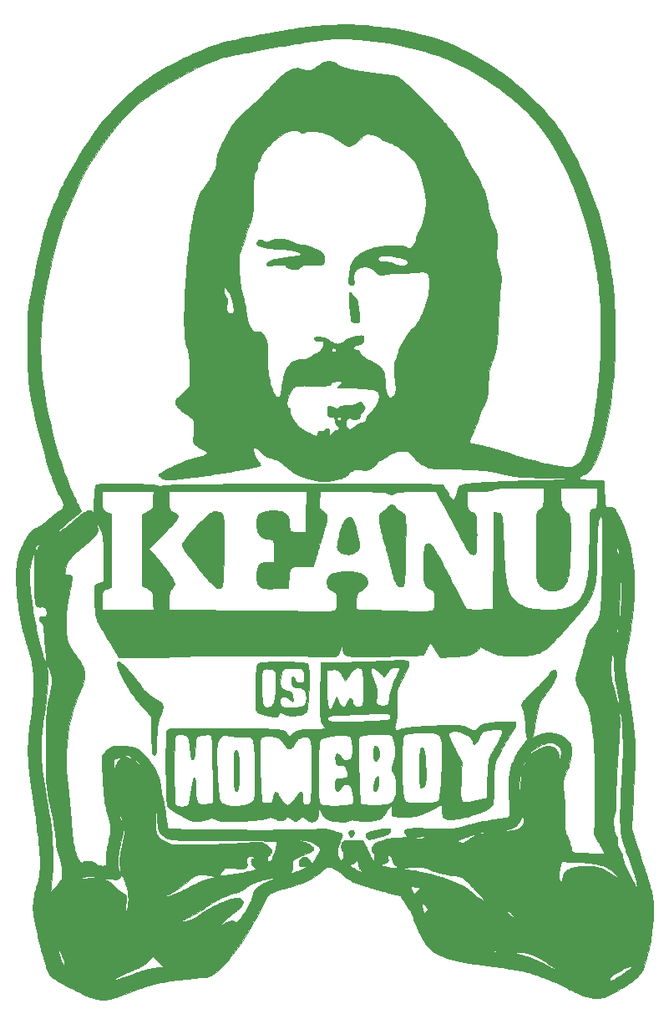
<source format=gbr>
G04 #@! TF.GenerationSoftware,KiCad,Pcbnew,(5.1.2)-1*
G04 #@! TF.CreationDate,2019-07-11T20:21:29-05:00*
G04 #@! TF.ProjectId,keanu-homeboy,6b65616e-752d-4686-9f6d-65626f792e6b,rev?*
G04 #@! TF.SameCoordinates,Original*
G04 #@! TF.FileFunction,Legend,Top*
G04 #@! TF.FilePolarity,Positive*
%FSLAX46Y46*%
G04 Gerber Fmt 4.6, Leading zero omitted, Abs format (unit mm)*
G04 Created by KiCad (PCBNEW (5.1.2)-1) date 2019-07-11 20:21:29*
%MOMM*%
%LPD*%
G04 APERTURE LIST*
%ADD10C,0.010000*%
%ADD11C,0.500000*%
G04 APERTURE END LIST*
D10*
G36*
X1583553Y49453088D02*
G01*
X2451068Y49422889D01*
X3316064Y49367762D01*
X3517900Y49351266D01*
X4369511Y49266807D01*
X5218251Y49158648D01*
X6065020Y49026603D01*
X6910716Y48870486D01*
X7756240Y48690112D01*
X8602492Y48485295D01*
X9450370Y48255849D01*
X10300774Y48001588D01*
X10750550Y47857449D01*
X10955652Y47789474D01*
X11142425Y47725810D01*
X11314738Y47664850D01*
X11476460Y47604985D01*
X11631463Y47544606D01*
X11783616Y47482105D01*
X11936788Y47415873D01*
X12094850Y47344301D01*
X12261671Y47265781D01*
X12441122Y47178704D01*
X12637072Y47081462D01*
X12731750Y47033915D01*
X13020963Y46886482D01*
X13315646Y46732895D01*
X13614077Y46574173D01*
X13914538Y46411336D01*
X14215309Y46245405D01*
X14514672Y46077398D01*
X14810906Y45908336D01*
X15102294Y45739239D01*
X15387115Y45571125D01*
X15663650Y45405015D01*
X15930180Y45241929D01*
X16184986Y45082887D01*
X16426348Y44928907D01*
X16652547Y44781011D01*
X16861864Y44640217D01*
X17052580Y44507546D01*
X17222976Y44384018D01*
X17310100Y44318280D01*
X17653120Y44050234D01*
X18003187Y43767314D01*
X18357982Y43471684D01*
X18715189Y43165507D01*
X19072491Y42850947D01*
X19427572Y42530167D01*
X19778114Y42205331D01*
X20121800Y41878603D01*
X20456315Y41552146D01*
X20779341Y41228124D01*
X21088561Y40908700D01*
X21381658Y40596038D01*
X21656316Y40292301D01*
X21813324Y40112896D01*
X21954493Y39946904D01*
X22086811Y39785795D01*
X22213706Y39625038D01*
X22338609Y39460099D01*
X22464950Y39286447D01*
X22596159Y39099549D01*
X22735664Y38894872D01*
X22740692Y38887400D01*
X22972796Y38533334D01*
X23208483Y38156101D01*
X23446769Y37757523D01*
X23686670Y37339420D01*
X23927202Y36903610D01*
X24167380Y36451916D01*
X24406220Y35986156D01*
X24642738Y35508150D01*
X24875949Y35019720D01*
X25104869Y34522685D01*
X25123917Y34480500D01*
X25413593Y33821778D01*
X25692598Y33154805D01*
X25959242Y32484003D01*
X26211831Y31813792D01*
X26448675Y31148595D01*
X26668081Y30492833D01*
X26759122Y30206950D01*
X26957992Y29542887D01*
X27145274Y28857304D01*
X27320778Y28151383D01*
X27484312Y27426305D01*
X27635684Y26683251D01*
X27774705Y25923402D01*
X27901181Y25147939D01*
X28014923Y24358042D01*
X28115738Y23554894D01*
X28203435Y22739674D01*
X28277824Y21913564D01*
X28338712Y21077745D01*
X28385908Y20233398D01*
X28390448Y20135850D01*
X28410712Y19623451D01*
X28425687Y19095313D01*
X28435363Y18556948D01*
X28439735Y18013873D01*
X28438793Y17471601D01*
X28432530Y16935646D01*
X28420938Y16411524D01*
X28404009Y15904748D01*
X28396666Y15728950D01*
X28344596Y14758259D01*
X28274782Y13805219D01*
X28187236Y12869914D01*
X28081967Y11952424D01*
X27958987Y11052830D01*
X27818305Y10171214D01*
X27659932Y9307658D01*
X27483880Y8462243D01*
X27418501Y8172450D01*
X27294068Y7662123D01*
X27161127Y7175488D01*
X27019590Y6712273D01*
X26869367Y6272207D01*
X26710369Y5855018D01*
X26542509Y5460433D01*
X26505681Y5379454D01*
X26386400Y5130297D01*
X26267850Y4902678D01*
X26150328Y4696969D01*
X26034130Y4513541D01*
X25919556Y4352768D01*
X25806900Y4215019D01*
X25696462Y4100669D01*
X25588538Y4010088D01*
X25483426Y3943649D01*
X25381422Y3901723D01*
X25313051Y3887286D01*
X25232040Y3869928D01*
X25153577Y3837347D01*
X25073632Y3787281D01*
X24988174Y3717467D01*
X24953636Y3685498D01*
X24881557Y3612439D01*
X24831678Y3550611D01*
X24804111Y3498704D01*
X24798966Y3455410D01*
X24816354Y3419419D01*
X24856388Y3389424D01*
X24919178Y3364114D01*
X24982372Y3347165D01*
X25045347Y3335279D01*
X25130405Y3323357D01*
X25234232Y3311714D01*
X25353514Y3300669D01*
X25484937Y3290538D01*
X25625186Y3281640D01*
X25717500Y3276765D01*
X25878970Y3268992D01*
X26045195Y3261151D01*
X26212469Y3253408D01*
X26377090Y3245928D01*
X26535353Y3238874D01*
X26683556Y3232413D01*
X26817995Y3226708D01*
X26934965Y3221925D01*
X27030765Y3218228D01*
X27041727Y3217827D01*
X27125020Y3214674D01*
X27186376Y3211816D01*
X27229244Y3208755D01*
X27257075Y3204990D01*
X27273316Y3200022D01*
X27281420Y3193350D01*
X27284835Y3184476D01*
X27285228Y3182557D01*
X27286583Y3165612D01*
X27288810Y3125439D01*
X27291813Y3064192D01*
X27295499Y2984024D01*
X27299773Y2887089D01*
X27304542Y2775541D01*
X27309712Y2651533D01*
X27315187Y2517220D01*
X27320875Y2374755D01*
X27323864Y2298700D01*
X27332827Y2072375D01*
X27341123Y1869886D01*
X27348863Y1689686D01*
X27356156Y1530223D01*
X27363114Y1389947D01*
X27369847Y1267308D01*
X27376465Y1160756D01*
X27383078Y1068740D01*
X27389799Y989710D01*
X27396736Y922117D01*
X27404001Y864409D01*
X27411704Y815037D01*
X27419955Y772450D01*
X27428865Y735098D01*
X27437485Y704850D01*
X27461811Y638338D01*
X27490794Y587696D01*
X27527428Y551764D01*
X27574707Y529378D01*
X27635624Y519377D01*
X27713173Y520597D01*
X27810348Y531876D01*
X27861910Y540029D01*
X27936401Y550335D01*
X28002878Y555467D01*
X28053508Y554850D01*
X28057991Y554381D01*
X28124731Y540669D01*
X28188447Y514720D01*
X28250786Y474869D01*
X28313399Y419453D01*
X28377936Y346806D01*
X28446044Y255263D01*
X28519375Y143159D01*
X28599577Y8831D01*
X28601006Y6350D01*
X28627371Y-41354D01*
X28663060Y-108820D01*
X28706502Y-192864D01*
X28756123Y-290306D01*
X28810350Y-397962D01*
X28867609Y-512651D01*
X28926328Y-631191D01*
X28984933Y-750400D01*
X29041851Y-867095D01*
X29095510Y-978095D01*
X29144335Y-1080218D01*
X29186753Y-1170282D01*
X29221192Y-1245104D01*
X29235168Y-1276350D01*
X29428760Y-1744283D01*
X29603897Y-2228569D01*
X29760592Y-2729297D01*
X29898853Y-3246559D01*
X30018693Y-3780448D01*
X30120120Y-4331052D01*
X30203146Y-4898465D01*
X30267781Y-5482777D01*
X30314036Y-6084080D01*
X30341922Y-6702464D01*
X30351448Y-7338022D01*
X30342625Y-7990843D01*
X30315464Y-8661021D01*
X30269976Y-9348645D01*
X30225215Y-9861550D01*
X30184948Y-10255846D01*
X30139533Y-10651547D01*
X30088526Y-11051620D01*
X30031483Y-11459034D01*
X29967960Y-11876757D01*
X29897513Y-12307756D01*
X29819697Y-12755000D01*
X29734069Y-13221456D01*
X29679787Y-13506450D01*
X29633964Y-13745818D01*
X29593313Y-13962383D01*
X29557577Y-14158155D01*
X29526500Y-14335144D01*
X29499828Y-14495361D01*
X29477304Y-14640815D01*
X29458674Y-14773517D01*
X29443680Y-14895476D01*
X29432068Y-15008704D01*
X29423583Y-15115211D01*
X29417968Y-15217005D01*
X29414968Y-15316099D01*
X29414328Y-15414502D01*
X29415791Y-15514224D01*
X29417395Y-15570200D01*
X29420044Y-15642109D01*
X29423306Y-15713101D01*
X29427367Y-15784613D01*
X29432412Y-15858083D01*
X29438626Y-15934947D01*
X29446193Y-16016644D01*
X29455301Y-16104611D01*
X29466133Y-16200285D01*
X29478874Y-16305104D01*
X29493711Y-16420505D01*
X29510828Y-16547925D01*
X29530411Y-16688802D01*
X29552645Y-16844573D01*
X29577714Y-17016676D01*
X29605805Y-17206549D01*
X29637102Y-17415627D01*
X29671791Y-17645350D01*
X29710056Y-17897154D01*
X29752084Y-18172476D01*
X29756156Y-18199100D01*
X29816268Y-18592912D01*
X29872474Y-18962877D01*
X29924931Y-19310219D01*
X29973802Y-19636162D01*
X30019246Y-19941932D01*
X30061423Y-20228751D01*
X30100494Y-20497846D01*
X30136619Y-20750440D01*
X30169958Y-20987758D01*
X30200672Y-21211024D01*
X30228920Y-21421463D01*
X30254863Y-21620300D01*
X30278661Y-21808759D01*
X30300474Y-21988065D01*
X30320463Y-22159441D01*
X30338788Y-22324113D01*
X30355610Y-22483305D01*
X30371087Y-22638242D01*
X30385381Y-22790147D01*
X30398652Y-22940247D01*
X30411060Y-23089764D01*
X30422766Y-23239924D01*
X30431755Y-23361650D01*
X30435757Y-23433122D01*
X30439210Y-23526915D01*
X30442113Y-23639954D01*
X30444468Y-23769167D01*
X30446273Y-23911479D01*
X30447530Y-24063817D01*
X30448240Y-24223107D01*
X30448402Y-24386275D01*
X30448017Y-24550248D01*
X30447086Y-24711952D01*
X30445609Y-24868314D01*
X30443586Y-25016259D01*
X30441018Y-25152715D01*
X30437906Y-25274607D01*
X30434249Y-25378862D01*
X30431453Y-25438100D01*
X30429235Y-25478855D01*
X30425679Y-25543752D01*
X30420853Y-25631571D01*
X30414824Y-25741090D01*
X30407660Y-25871091D01*
X30399427Y-26020353D01*
X30390194Y-26187656D01*
X30380027Y-26371781D01*
X30368994Y-26571507D01*
X30357163Y-26785615D01*
X30344600Y-27012884D01*
X30331374Y-27252095D01*
X30317551Y-27502027D01*
X30303200Y-27761461D01*
X30288387Y-28029177D01*
X30273180Y-28303955D01*
X30257646Y-28584574D01*
X30241853Y-28869815D01*
X30239387Y-28914354D01*
X30064117Y-32079459D01*
X30583530Y-33645104D01*
X30706399Y-34015586D01*
X30821403Y-34362603D01*
X30928743Y-34686774D01*
X31028624Y-34988717D01*
X31121249Y-35269052D01*
X31206821Y-35528397D01*
X31285543Y-35767371D01*
X31357620Y-35986593D01*
X31423254Y-36186682D01*
X31482649Y-36368256D01*
X31536008Y-36531935D01*
X31583534Y-36678337D01*
X31625431Y-36808082D01*
X31661903Y-36921787D01*
X31693152Y-37020073D01*
X31704117Y-37054832D01*
X31790489Y-37332476D01*
X31868020Y-37588660D01*
X31937215Y-37825540D01*
X31998580Y-38045275D01*
X32052619Y-38250022D01*
X32099838Y-38441939D01*
X32140741Y-38623183D01*
X32175834Y-38795912D01*
X32205620Y-38962283D01*
X32230606Y-39124455D01*
X32251297Y-39284585D01*
X32268196Y-39444829D01*
X32271244Y-39477950D01*
X32276458Y-39551430D01*
X32281044Y-39646480D01*
X32284967Y-39759273D01*
X32288193Y-39885986D01*
X32290686Y-40022794D01*
X32292412Y-40165872D01*
X32293337Y-40311396D01*
X32293424Y-40455542D01*
X32292640Y-40594484D01*
X32290950Y-40724398D01*
X32288319Y-40841461D01*
X32284712Y-40941846D01*
X32284577Y-40944800D01*
X32265588Y-41278252D01*
X32238993Y-41622355D01*
X32205241Y-41974630D01*
X32164780Y-42332596D01*
X32118057Y-42693774D01*
X32065521Y-43055683D01*
X32007620Y-43415845D01*
X31944803Y-43771780D01*
X31877516Y-44121007D01*
X31806209Y-44461047D01*
X31731329Y-44789420D01*
X31653324Y-45103647D01*
X31572643Y-45401248D01*
X31489734Y-45679742D01*
X31405044Y-45936651D01*
X31359707Y-46062900D01*
X31304306Y-46207921D01*
X31252367Y-46332702D01*
X31201143Y-46441630D01*
X31147891Y-46539095D01*
X31089865Y-46629486D01*
X31024321Y-46717191D01*
X30948514Y-46806601D01*
X30859699Y-46902103D01*
X30791150Y-46972086D01*
X30672811Y-47088038D01*
X30552725Y-47199250D01*
X30428489Y-47307536D01*
X30297704Y-47414708D01*
X30157969Y-47522578D01*
X30006884Y-47632960D01*
X29842047Y-47747667D01*
X29661059Y-47868510D01*
X29461520Y-47997303D01*
X29292550Y-48103764D01*
X29032790Y-48264137D01*
X28791223Y-48409325D01*
X28566260Y-48540073D01*
X28356311Y-48657128D01*
X28159786Y-48761234D01*
X27975097Y-48853140D01*
X27800653Y-48933589D01*
X27634866Y-49003329D01*
X27476146Y-49063105D01*
X27322903Y-49113664D01*
X27173548Y-49155751D01*
X27026491Y-49190113D01*
X26943050Y-49206535D01*
X26857519Y-49218606D01*
X26753543Y-49227517D01*
X26637891Y-49233152D01*
X26517335Y-49235392D01*
X26398645Y-49234118D01*
X26288594Y-49229213D01*
X26193950Y-49220558D01*
X26187400Y-49219720D01*
X26007187Y-49191359D01*
X25823178Y-49152699D01*
X25632413Y-49102852D01*
X25431934Y-49040934D01*
X25218779Y-48966059D01*
X24989990Y-48877341D01*
X24848472Y-48818986D01*
X24761447Y-48782007D01*
X24673101Y-48743624D01*
X24581357Y-48702859D01*
X24484136Y-48658732D01*
X24379361Y-48610266D01*
X24264954Y-48556481D01*
X24138837Y-48496398D01*
X23998933Y-48429039D01*
X23843165Y-48353425D01*
X23669454Y-48268578D01*
X23475722Y-48173518D01*
X23418800Y-48145525D01*
X23132396Y-48005276D01*
X22866220Y-47876373D01*
X22618233Y-47757938D01*
X22386398Y-47649093D01*
X22168676Y-47548960D01*
X21963030Y-47456662D01*
X21813377Y-47391370D01*
X27850909Y-47391370D01*
X27860548Y-47434377D01*
X27886798Y-47459333D01*
X27930536Y-47466913D01*
X27992639Y-47457789D01*
X28073982Y-47432635D01*
X28103289Y-47421669D01*
X28179644Y-47388503D01*
X28274825Y-47340922D01*
X28387366Y-47279790D01*
X28515800Y-47205969D01*
X28658662Y-47120321D01*
X28814486Y-47023711D01*
X28981806Y-46917001D01*
X29159156Y-46801053D01*
X29171900Y-46792619D01*
X29365352Y-46662269D01*
X29536495Y-46542276D01*
X29685232Y-46432717D01*
X29811470Y-46333667D01*
X29915116Y-46245203D01*
X29996076Y-46167401D01*
X30054255Y-46100336D01*
X30085343Y-46052563D01*
X30094581Y-46020016D01*
X30082484Y-45999393D01*
X30050050Y-45990515D01*
X29998274Y-45993204D01*
X29928153Y-46007279D01*
X29840684Y-46032561D01*
X29736863Y-46068871D01*
X29617687Y-46116029D01*
X29533850Y-46151806D01*
X29354816Y-46233176D01*
X29174713Y-46320735D01*
X28996227Y-46412877D01*
X28822040Y-46507996D01*
X28654838Y-46604484D01*
X28497304Y-46700737D01*
X28352124Y-46795148D01*
X28221980Y-46886110D01*
X28109557Y-46972017D01*
X28017541Y-47051264D01*
X27995439Y-47072393D01*
X27951503Y-47117039D01*
X27921869Y-47152217D01*
X27901707Y-47185168D01*
X27886190Y-47223130D01*
X27877964Y-47248512D01*
X27857007Y-47329640D01*
X27850909Y-47391370D01*
X21813377Y-47391370D01*
X21767421Y-47371320D01*
X21579813Y-47292057D01*
X21398166Y-47217994D01*
X21220444Y-47148254D01*
X21044608Y-47081959D01*
X20868621Y-47018230D01*
X20690444Y-46956190D01*
X20542250Y-46906285D01*
X20328781Y-46836944D01*
X20116353Y-46771170D01*
X19903348Y-46708647D01*
X19688150Y-46649057D01*
X19469141Y-46592082D01*
X19244706Y-46537407D01*
X19013226Y-46484712D01*
X18773087Y-46433682D01*
X18522670Y-46383999D01*
X18260358Y-46335345D01*
X17984537Y-46287404D01*
X17693587Y-46239857D01*
X17385894Y-46192389D01*
X17059840Y-46144681D01*
X16713807Y-46096416D01*
X16346181Y-46047277D01*
X15955343Y-45996947D01*
X15824200Y-45980424D01*
X15463278Y-45934666D01*
X15125935Y-45890796D01*
X14810443Y-45848525D01*
X14515075Y-45807565D01*
X14238103Y-45767626D01*
X13977799Y-45728421D01*
X13732435Y-45689660D01*
X13500284Y-45651054D01*
X13279619Y-45612315D01*
X13068711Y-45573154D01*
X12865833Y-45533282D01*
X12669257Y-45492411D01*
X12477255Y-45450251D01*
X12288101Y-45406515D01*
X12100065Y-45360914D01*
X12065000Y-45352184D01*
X11703705Y-45255944D01*
X11366153Y-45153781D01*
X11052468Y-45045754D01*
X10762773Y-44931920D01*
X10497191Y-44812338D01*
X10255846Y-44687066D01*
X10246683Y-44681538D01*
X18161877Y-44681538D01*
X18177623Y-44691748D01*
X18212822Y-44703124D01*
X18269504Y-44716347D01*
X18334828Y-44729310D01*
X18594447Y-44783955D01*
X18871043Y-44852612D01*
X19161190Y-44934165D01*
X19461461Y-45027498D01*
X19768431Y-45131494D01*
X20078673Y-45245037D01*
X20388760Y-45367010D01*
X20695268Y-45496297D01*
X20714761Y-45504829D01*
X20942402Y-45608625D01*
X21168605Y-45719996D01*
X21400923Y-45842745D01*
X21551900Y-45926547D01*
X21711352Y-46015623D01*
X21855038Y-46094003D01*
X21982124Y-46161270D01*
X22091775Y-46217010D01*
X22183156Y-46260808D01*
X22255432Y-46292249D01*
X22307770Y-46310919D01*
X22336125Y-46316441D01*
X22350595Y-46306851D01*
X22352000Y-46299934D01*
X22342475Y-46274203D01*
X22316371Y-46237287D01*
X22277390Y-46193291D01*
X22229236Y-46146320D01*
X22175610Y-46100478D01*
X22163510Y-46091001D01*
X22095333Y-46040565D01*
X22007534Y-45978926D01*
X21902470Y-45907610D01*
X21782496Y-45828145D01*
X21649971Y-45742056D01*
X21507250Y-45650872D01*
X21356691Y-45556119D01*
X21200651Y-45459324D01*
X21041486Y-45362014D01*
X20993100Y-45332718D01*
X20790417Y-45211893D01*
X20605784Y-45105425D01*
X20436988Y-45012361D01*
X20281812Y-44931746D01*
X20138042Y-44862627D01*
X20003462Y-44804049D01*
X19875856Y-44755059D01*
X19753010Y-44714702D01*
X19632708Y-44682025D01*
X19512736Y-44656074D01*
X19390877Y-44635894D01*
X19367500Y-44632657D01*
X19289521Y-44624354D01*
X19197824Y-44618223D01*
X19095524Y-44614163D01*
X18985731Y-44612072D01*
X18871562Y-44611850D01*
X18756127Y-44613396D01*
X18642542Y-44616607D01*
X18533919Y-44621383D01*
X18433371Y-44627622D01*
X18344012Y-44635224D01*
X18268955Y-44644086D01*
X18211314Y-44654108D01*
X18174202Y-44665189D01*
X18163553Y-44671812D01*
X18161877Y-44681538D01*
X10246683Y-44681538D01*
X10038861Y-44556163D01*
X9950711Y-44493667D01*
X15903961Y-44493667D01*
X15908430Y-44503471D01*
X15925150Y-44513152D01*
X15955429Y-44522255D01*
X16006437Y-44529805D01*
X16073542Y-44535657D01*
X16152111Y-44539668D01*
X16237514Y-44541692D01*
X16325117Y-44541586D01*
X16410288Y-44539205D01*
X16488396Y-44534406D01*
X16518104Y-44531621D01*
X16567254Y-44522942D01*
X16602230Y-44509917D01*
X16619595Y-44494607D01*
X16615914Y-44479070D01*
X16611600Y-44475593D01*
X16573177Y-44457396D01*
X16516237Y-44440545D01*
X16447663Y-44426680D01*
X16374336Y-44417443D01*
X16364351Y-44416633D01*
X16287799Y-44414317D01*
X16205601Y-44417656D01*
X16123450Y-44425840D01*
X16047037Y-44438058D01*
X15982051Y-44453501D01*
X15934184Y-44471356D01*
X15919749Y-44479960D01*
X15903961Y-44493667D01*
X9950711Y-44493667D01*
X9846360Y-44419686D01*
X9678466Y-44277695D01*
X9576922Y-44176419D01*
X9489953Y-44076260D01*
X9395049Y-43954241D01*
X9293362Y-43812221D01*
X9186051Y-43652058D01*
X9074270Y-43475610D01*
X8959175Y-43284733D01*
X8841922Y-43081287D01*
X8723667Y-42867128D01*
X8605565Y-42644114D01*
X8522480Y-42481500D01*
X8403047Y-42238835D01*
X8298693Y-42015430D01*
X8209469Y-41811422D01*
X8135430Y-41626950D01*
X8076629Y-41462150D01*
X8033120Y-41317161D01*
X8004956Y-41192121D01*
X7995005Y-41122600D01*
X7986322Y-41067574D01*
X7970525Y-41008214D01*
X7946113Y-40940450D01*
X7911582Y-40860213D01*
X7865427Y-40763435D01*
X7853165Y-40738721D01*
X7810016Y-40654529D01*
X7762804Y-40567048D01*
X7710502Y-40474666D01*
X7652082Y-40375767D01*
X7586517Y-40268739D01*
X7512777Y-40151967D01*
X7429835Y-40023838D01*
X7336662Y-39882736D01*
X7232232Y-39727050D01*
X7227758Y-39720461D01*
X8842780Y-39720461D01*
X8847419Y-39788388D01*
X8858291Y-39876667D01*
X8875186Y-39987298D01*
X8879116Y-40011350D01*
X8903943Y-40152911D01*
X8928043Y-40270817D01*
X8951937Y-40366780D01*
X8976140Y-40442515D01*
X9001173Y-40499734D01*
X9027552Y-40540152D01*
X9044089Y-40556922D01*
X9070839Y-40577650D01*
X9092871Y-40586449D01*
X9118168Y-40583442D01*
X9154710Y-40568749D01*
X9175750Y-40558924D01*
X9225948Y-40529354D01*
X9281679Y-40487361D01*
X9295887Y-40474770D01*
X17501498Y-40474770D01*
X17509588Y-40520512D01*
X17535454Y-40574990D01*
X17578373Y-40635871D01*
X17624816Y-40687942D01*
X17679345Y-40738636D01*
X17750417Y-40796991D01*
X17832117Y-40858813D01*
X17918525Y-40919904D01*
X18003724Y-40976070D01*
X18081797Y-41023115D01*
X18141950Y-41054596D01*
X18184309Y-41073699D01*
X18209508Y-41082191D01*
X18223108Y-41080811D01*
X18230669Y-41070299D01*
X18232167Y-41066596D01*
X18232926Y-41046752D01*
X18221950Y-41017832D01*
X18197853Y-40977550D01*
X18159248Y-40923626D01*
X18104751Y-40853776D01*
X18097461Y-40844692D01*
X18006535Y-40738200D01*
X17914427Y-40642616D01*
X17824427Y-40560950D01*
X17739824Y-40496212D01*
X17672153Y-40455486D01*
X17622115Y-40431225D01*
X17587815Y-40418155D01*
X17563117Y-40414554D01*
X17541887Y-40418699D01*
X17541531Y-40418823D01*
X17511905Y-40440096D01*
X17501498Y-40474770D01*
X9295887Y-40474770D01*
X9336506Y-40438774D01*
X9383990Y-40389423D01*
X9417694Y-40345139D01*
X9423930Y-40334160D01*
X9443789Y-40282233D01*
X9446014Y-40233017D01*
X9430270Y-40178377D01*
X9416305Y-40147978D01*
X9390592Y-40105056D01*
X9351781Y-40051317D01*
X9302897Y-39990007D01*
X9246964Y-39924369D01*
X9187006Y-39857644D01*
X9126048Y-39793078D01*
X9067115Y-39733912D01*
X9013230Y-39683391D01*
X8967419Y-39644757D01*
X8932706Y-39621254D01*
X8920373Y-39616169D01*
X8890720Y-39612310D01*
X8868344Y-39618811D01*
X8853034Y-39637671D01*
X8844582Y-39670888D01*
X8842780Y-39720461D01*
X7227758Y-39720461D01*
X7115515Y-39555164D01*
X6985483Y-39365465D01*
X6892483Y-39230609D01*
X6607473Y-38818169D01*
X5497661Y-38530900D01*
X5271066Y-38472231D01*
X5067311Y-38419435D01*
X4884640Y-38372044D01*
X4721297Y-38329594D01*
X4575525Y-38291618D01*
X4445568Y-38257649D01*
X4329671Y-38227220D01*
X4226077Y-38199867D01*
X4133029Y-38175122D01*
X4048773Y-38152519D01*
X3971550Y-38131592D01*
X3899606Y-38111875D01*
X3831184Y-38092901D01*
X3764527Y-38074204D01*
X3697881Y-38055317D01*
X3629487Y-38035775D01*
X3587750Y-38023790D01*
X3516654Y-38002791D01*
X7747159Y-38002791D01*
X7752113Y-38053447D01*
X7770210Y-38119635D01*
X7801817Y-38202880D01*
X7847298Y-38304707D01*
X7876633Y-38365670D01*
X7927789Y-38459754D01*
X7978445Y-38533239D01*
X8027614Y-38585278D01*
X8074309Y-38615024D01*
X8117541Y-38621631D01*
X8155619Y-38604825D01*
X8172641Y-38586983D01*
X8198759Y-38555033D01*
X8228511Y-38515676D01*
X8230378Y-38513108D01*
X8297735Y-38430322D01*
X8379653Y-38345438D01*
X8467568Y-38266874D01*
X8529016Y-38219487D01*
X8569797Y-38188564D01*
X8602984Y-38160061D01*
X8622401Y-38139355D01*
X8623989Y-38136812D01*
X8629298Y-38104054D01*
X8609476Y-38072913D01*
X8564745Y-38043476D01*
X8495329Y-38015828D01*
X8401450Y-37990058D01*
X8283331Y-37966250D01*
X8141194Y-37944493D01*
X8122177Y-37941977D01*
X8004433Y-37928782D01*
X7910498Y-37923004D01*
X7839886Y-37924645D01*
X7792115Y-37933703D01*
X7775225Y-37941970D01*
X7754985Y-37966140D01*
X7747159Y-38002791D01*
X3516654Y-38002791D01*
X3252967Y-37924909D01*
X2942406Y-37827662D01*
X2654977Y-37731583D01*
X2389589Y-37636206D01*
X2145151Y-37541063D01*
X1920573Y-37445688D01*
X1714763Y-37349614D01*
X1526632Y-37252374D01*
X1355088Y-37153502D01*
X1199041Y-37052531D01*
X1057400Y-36948994D01*
X1035050Y-36931402D01*
X988903Y-36892594D01*
X931502Y-36841174D01*
X869112Y-36782922D01*
X807999Y-36723615D01*
X787400Y-36703000D01*
X588351Y-36518146D01*
X377808Y-36354824D01*
X152612Y-36210766D01*
X-44450Y-36105790D01*
X-187799Y-36039287D01*
X-314277Y-35988894D01*
X-426228Y-35954107D01*
X-525994Y-35934422D01*
X-615915Y-35929335D01*
X-698335Y-35938340D01*
X-753652Y-35953035D01*
X-809247Y-35974583D01*
X-868139Y-36003859D01*
X-932381Y-36042352D01*
X-1004024Y-36091551D01*
X-1085123Y-36152942D01*
X-1177729Y-36228015D01*
X-1283895Y-36318259D01*
X-1405674Y-36425160D01*
X-1409592Y-36428642D01*
X-1522358Y-36527406D01*
X-1623450Y-36612398D01*
X-1718758Y-36688193D01*
X-1814175Y-36759364D01*
X-1915591Y-36830486D01*
X-2000250Y-36887286D01*
X-2272636Y-37056132D01*
X-2569383Y-37218863D01*
X-2890166Y-37375340D01*
X-3234659Y-37525422D01*
X-3602538Y-37668971D01*
X-3993477Y-37805846D01*
X-4407149Y-37935909D01*
X-4533900Y-37973078D01*
X-4588893Y-37988507D01*
X-4664411Y-38009044D01*
X-4756348Y-38033605D01*
X-4860595Y-38061106D01*
X-4973046Y-38090465D01*
X-5089593Y-38120598D01*
X-5206127Y-38150420D01*
X-5207000Y-38150642D01*
X-5362673Y-38190456D01*
X-5496413Y-38225157D01*
X-5610988Y-38255551D01*
X-5709166Y-38282443D01*
X-5793717Y-38306638D01*
X-5867407Y-38328941D01*
X-5933006Y-38350158D01*
X-5993281Y-38371094D01*
X-6051001Y-38392553D01*
X-6087027Y-38406595D01*
X-6237584Y-38470666D01*
X-6367733Y-38536275D01*
X-6482422Y-38606411D01*
X-6586600Y-38684061D01*
X-6672722Y-38760231D01*
X-6745938Y-38834104D01*
X-6813722Y-38912316D01*
X-6877989Y-38997916D01*
X-6940653Y-39093951D01*
X-7003629Y-39203468D01*
X-7068832Y-39329517D01*
X-7138176Y-39475143D01*
X-7180497Y-39568547D01*
X-7225831Y-39669569D01*
X-7266065Y-39757751D01*
X-7303544Y-39837829D01*
X-7340611Y-39914540D01*
X-7379608Y-39992621D01*
X-7422879Y-40076808D01*
X-7472768Y-40171839D01*
X-7531617Y-40282451D01*
X-7558693Y-40333057D01*
X-7707289Y-40607330D01*
X-7868557Y-40899117D01*
X-8040609Y-41205121D01*
X-8221555Y-41522045D01*
X-8409509Y-41846592D01*
X-8602580Y-42175464D01*
X-8798880Y-42505363D01*
X-8883743Y-42646600D01*
X-9132973Y-43052749D01*
X-9381347Y-43442800D01*
X-9628409Y-43816223D01*
X-9873706Y-44172484D01*
X-10116782Y-44511053D01*
X-10357183Y-44831397D01*
X-10594453Y-45132985D01*
X-10828139Y-45415285D01*
X-11057784Y-45677765D01*
X-11282935Y-45919894D01*
X-11503136Y-46141139D01*
X-11717932Y-46340970D01*
X-11926870Y-46518854D01*
X-12129494Y-46674260D01*
X-12325349Y-46806655D01*
X-12513980Y-46915509D01*
X-12551514Y-46934766D01*
X-12642266Y-46979404D01*
X-12721310Y-47015548D01*
X-12793252Y-47044298D01*
X-12862700Y-47066756D01*
X-12934259Y-47084025D01*
X-13012536Y-47097205D01*
X-13102137Y-47107399D01*
X-13207670Y-47115707D01*
X-13333740Y-47123232D01*
X-13341350Y-47123644D01*
X-13498379Y-47132539D01*
X-13634120Y-47141212D01*
X-13752680Y-47150024D01*
X-13858166Y-47159336D01*
X-13954683Y-47169512D01*
X-14046338Y-47180912D01*
X-14135100Y-47193576D01*
X-14239859Y-47208440D01*
X-14367806Y-47224906D01*
X-14519301Y-47243014D01*
X-14694699Y-47262804D01*
X-14894359Y-47284318D01*
X-15118639Y-47307594D01*
X-15367000Y-47332586D01*
X-15577158Y-47353533D01*
X-15764376Y-47372405D01*
X-15931005Y-47389491D01*
X-16079395Y-47405080D01*
X-16211895Y-47419460D01*
X-16330857Y-47432921D01*
X-16438631Y-47445750D01*
X-16537566Y-47458237D01*
X-16630013Y-47470670D01*
X-16718323Y-47483338D01*
X-16804845Y-47496531D01*
X-16891929Y-47510536D01*
X-16981926Y-47525642D01*
X-17077186Y-47542138D01*
X-17087850Y-47544008D01*
X-17386649Y-47599610D01*
X-17687336Y-47661983D01*
X-17991693Y-47731666D01*
X-18301498Y-47809198D01*
X-18618533Y-47895118D01*
X-18944577Y-47989964D01*
X-19281411Y-48094277D01*
X-19630815Y-48208595D01*
X-19994570Y-48333457D01*
X-20374454Y-48469402D01*
X-20772250Y-48616969D01*
X-21189736Y-48776698D01*
X-21297900Y-48818791D01*
X-21533798Y-48909933D01*
X-21748886Y-48990900D01*
X-21945338Y-49062337D01*
X-22125325Y-49124886D01*
X-22291020Y-49179192D01*
X-22444596Y-49225897D01*
X-22588225Y-49265644D01*
X-22724079Y-49299078D01*
X-22854330Y-49326841D01*
X-22981152Y-49349576D01*
X-23106716Y-49367927D01*
X-23183850Y-49377269D01*
X-23236728Y-49381420D01*
X-23308546Y-49384587D01*
X-23392863Y-49386726D01*
X-23483236Y-49387792D01*
X-23573223Y-49387741D01*
X-23656382Y-49386527D01*
X-23726271Y-49384108D01*
X-23768050Y-49381297D01*
X-23905168Y-49364063D01*
X-24057265Y-49337213D01*
X-24216614Y-49302516D01*
X-24375489Y-49261743D01*
X-24526165Y-49216663D01*
X-24607336Y-49189033D01*
X-24776660Y-49125789D01*
X-24960558Y-49052460D01*
X-25157163Y-48970023D01*
X-25364609Y-48879451D01*
X-25581027Y-48781720D01*
X-25804551Y-48677805D01*
X-26033312Y-48568681D01*
X-26265444Y-48455325D01*
X-26499078Y-48338710D01*
X-26732347Y-48219812D01*
X-26963385Y-48099607D01*
X-27190323Y-47979068D01*
X-27411294Y-47859173D01*
X-27624430Y-47740895D01*
X-27827865Y-47625211D01*
X-28019730Y-47513095D01*
X-28174396Y-47419848D01*
X-22363578Y-47419848D01*
X-22361240Y-47437895D01*
X-22337780Y-47442400D01*
X-22317075Y-47439760D01*
X-22298532Y-47434339D01*
X-22257784Y-47420952D01*
X-22196539Y-47400197D01*
X-22116504Y-47372671D01*
X-22019388Y-47338970D01*
X-21906900Y-47299692D01*
X-21780746Y-47255434D01*
X-21642635Y-47206793D01*
X-21494275Y-47154366D01*
X-21337375Y-47098750D01*
X-21173641Y-47040542D01*
X-21100477Y-47014478D01*
X-20843937Y-46923249D01*
X-20609419Y-46840349D01*
X-20395153Y-46765217D01*
X-20199369Y-46697290D01*
X-20020297Y-46636007D01*
X-19856165Y-46580805D01*
X-19705204Y-46531124D01*
X-19565643Y-46486401D01*
X-19435711Y-46446073D01*
X-19313639Y-46409580D01*
X-19197656Y-46376359D01*
X-19085992Y-46345849D01*
X-18976875Y-46317487D01*
X-18868536Y-46290711D01*
X-18759205Y-46264960D01*
X-18688050Y-46248793D01*
X-18570471Y-46222643D01*
X-18471208Y-46201402D01*
X-18385388Y-46184502D01*
X-18308141Y-46171375D01*
X-18234594Y-46161453D01*
X-18159875Y-46154169D01*
X-18079110Y-46148953D01*
X-17987430Y-46145239D01*
X-17879960Y-46142458D01*
X-17755672Y-46140108D01*
X-17331293Y-46132750D01*
X-17811010Y-45631100D01*
X-17904019Y-45533881D01*
X-17994027Y-45439883D01*
X-18079077Y-45351143D01*
X-18157212Y-45269699D01*
X-18226477Y-45197588D01*
X-18284914Y-45136849D01*
X-18330566Y-45089518D01*
X-18361479Y-45057633D01*
X-18369803Y-45049127D01*
X-18448880Y-44968805D01*
X-18702826Y-45245977D01*
X-18771042Y-45320181D01*
X-18837216Y-45391697D01*
X-18898419Y-45457393D01*
X-18951718Y-45514138D01*
X-18994185Y-45558799D01*
X-19022887Y-45588245D01*
X-19025611Y-45590946D01*
X-19120036Y-45675643D01*
X-19235544Y-45765221D01*
X-19368826Y-45857481D01*
X-19516571Y-45950226D01*
X-19675469Y-46041259D01*
X-19813656Y-46114044D01*
X-19926811Y-46170021D01*
X-20033771Y-46219867D01*
X-20140374Y-46265981D01*
X-20252456Y-46310763D01*
X-20375852Y-46356615D01*
X-20516400Y-46405936D01*
X-20557718Y-46420048D01*
X-20771867Y-46495980D01*
X-20982048Y-46576599D01*
X-21184953Y-46660416D01*
X-21377277Y-46745941D01*
X-21555716Y-46831686D01*
X-21716964Y-46916161D01*
X-21857714Y-46997876D01*
X-21901150Y-47025309D01*
X-21948768Y-47057948D01*
X-22005997Y-47100013D01*
X-22068934Y-47148325D01*
X-22133676Y-47199703D01*
X-22196319Y-47250969D01*
X-22252960Y-47298943D01*
X-22299695Y-47340444D01*
X-22332621Y-47372293D01*
X-22345380Y-47387168D01*
X-22363578Y-47419848D01*
X-28174396Y-47419848D01*
X-28198159Y-47405522D01*
X-28361283Y-47303468D01*
X-28507236Y-47207907D01*
X-28634149Y-47119816D01*
X-28740156Y-47040169D01*
X-28772815Y-47013773D01*
X-28817173Y-46975253D01*
X-28855565Y-46936891D01*
X-28889926Y-46895406D01*
X-28922193Y-46847517D01*
X-28954303Y-46789943D01*
X-28988191Y-46719401D01*
X-29025794Y-46632612D01*
X-29069048Y-46526294D01*
X-29086616Y-46482000D01*
X-29153180Y-46305993D01*
X-29223214Y-46106983D01*
X-29296200Y-45887050D01*
X-29371621Y-45648277D01*
X-29448960Y-45392745D01*
X-29527702Y-45122536D01*
X-29607330Y-44839730D01*
X-29687326Y-44546411D01*
X-29725106Y-44403634D01*
X-28021337Y-44403634D01*
X-28021271Y-44415712D01*
X-28014465Y-44497586D01*
X-27997250Y-44595923D01*
X-27970897Y-44707478D01*
X-27936673Y-44829005D01*
X-27895850Y-44957257D01*
X-27849694Y-45088988D01*
X-27799477Y-45220952D01*
X-27746468Y-45349903D01*
X-27691935Y-45472595D01*
X-27637148Y-45585782D01*
X-27583376Y-45686217D01*
X-27531888Y-45770656D01*
X-27483954Y-45835850D01*
X-27453343Y-45868164D01*
X-27417211Y-45896911D01*
X-27392736Y-45905205D01*
X-27376506Y-45893042D01*
X-27367024Y-45868053D01*
X-27363056Y-45823258D01*
X-27368638Y-45757990D01*
X-27383005Y-45674988D01*
X-27405390Y-45576991D01*
X-27435028Y-45466738D01*
X-27471152Y-45346966D01*
X-27512998Y-45220415D01*
X-27559800Y-45089822D01*
X-27610791Y-44957927D01*
X-27644401Y-44876158D01*
X-27693111Y-44763019D01*
X-27736310Y-44668775D01*
X-27776608Y-44588255D01*
X-27816617Y-44516287D01*
X-27858948Y-44447701D01*
X-27867002Y-44435337D01*
X-27913311Y-44370560D01*
X-27951552Y-44329558D01*
X-27981600Y-44312349D01*
X-28003330Y-44318949D01*
X-28016617Y-44349372D01*
X-28021337Y-44403634D01*
X-29725106Y-44403634D01*
X-29767174Y-44244659D01*
X-29846358Y-43936556D01*
X-29924361Y-43624183D01*
X-30000667Y-43309623D01*
X-30074757Y-42994957D01*
X-30146117Y-42682266D01*
X-30214230Y-42373632D01*
X-30278578Y-42071136D01*
X-30338645Y-41776861D01*
X-30393914Y-41492888D01*
X-30405899Y-41427728D01*
X-15532100Y-41427728D01*
X-15529165Y-41442388D01*
X-15517862Y-41453121D01*
X-15494451Y-41460904D01*
X-15455189Y-41466711D01*
X-15396335Y-41471518D01*
X-15354212Y-41474092D01*
X-15267323Y-41476550D01*
X-15188081Y-41472502D01*
X-15109022Y-41460816D01*
X-15022684Y-41440357D01*
X-14921601Y-41409993D01*
X-14912279Y-41406980D01*
X-14778164Y-41360209D01*
X-14643653Y-41306476D01*
X-14506138Y-41244401D01*
X-14363010Y-41172606D01*
X-14211662Y-41089712D01*
X-14049486Y-40994340D01*
X-13873873Y-40885112D01*
X-13682216Y-40760648D01*
X-13652558Y-40741001D01*
X-13485509Y-40630567D01*
X-13335450Y-40532493D01*
X-13198634Y-40444470D01*
X-13071317Y-40364187D01*
X-12949753Y-40289335D01*
X-12830197Y-40217603D01*
X-12708904Y-40146682D01*
X-12582128Y-40074261D01*
X-12465050Y-40008567D01*
X-12191410Y-39860249D01*
X-11924911Y-39724082D01*
X-11666405Y-39600280D01*
X-11416747Y-39489062D01*
X-11176787Y-39390642D01*
X-10947379Y-39305237D01*
X-10729377Y-39233064D01*
X-10523631Y-39174338D01*
X-10330996Y-39129276D01*
X-10152324Y-39098094D01*
X-9988468Y-39081008D01*
X-9840279Y-39078235D01*
X-9708612Y-39089991D01*
X-9594319Y-39116491D01*
X-9498252Y-39157953D01*
X-9421264Y-39214593D01*
X-9404045Y-39232310D01*
X-9352774Y-39299073D01*
X-9320924Y-39367470D01*
X-9305562Y-39445408D01*
X-9303029Y-39504654D01*
X-9303939Y-39555188D01*
X-9308119Y-39593935D01*
X-9317855Y-39629820D01*
X-9335433Y-39671771D01*
X-9357527Y-39717409D01*
X-9404252Y-39801654D01*
X-9461406Y-39885349D01*
X-9531913Y-39972143D01*
X-9618697Y-40065688D01*
X-9703636Y-40149589D01*
X-9742570Y-40186415D01*
X-9782612Y-40223157D01*
X-9825755Y-40261459D01*
X-9873989Y-40302961D01*
X-9929309Y-40349307D01*
X-9993705Y-40402136D01*
X-10069171Y-40463092D01*
X-10157699Y-40533817D01*
X-10261280Y-40615950D01*
X-10381908Y-40711136D01*
X-10452516Y-40766716D01*
X-10626789Y-40905578D01*
X-10789352Y-41038669D01*
X-10939156Y-41165018D01*
X-11075149Y-41283654D01*
X-11196281Y-41393604D01*
X-11301501Y-41493897D01*
X-11389759Y-41583562D01*
X-11460004Y-41661627D01*
X-11511185Y-41727121D01*
X-11538033Y-41770459D01*
X-11550323Y-41800812D01*
X-11546593Y-41816473D01*
X-11524875Y-41818316D01*
X-11483203Y-41807214D01*
X-11467425Y-41801811D01*
X-11441419Y-41791019D01*
X-11396380Y-41770575D01*
X-11335975Y-41742219D01*
X-11263873Y-41707689D01*
X-11183744Y-41668726D01*
X-11107054Y-41630939D01*
X-10970211Y-41564318D01*
X-10852423Y-41509863D01*
X-10750998Y-41466618D01*
X-10663243Y-41433629D01*
X-10586465Y-41409940D01*
X-10517972Y-41394594D01*
X-10455070Y-41386636D01*
X-10414000Y-41384956D01*
X-10344093Y-41387139D01*
X-10286931Y-41396692D01*
X-10233772Y-41416452D01*
X-10175872Y-41449259D01*
X-10137767Y-41474628D01*
X-10073744Y-41509180D01*
X-10012057Y-41520745D01*
X-9947095Y-41509679D01*
X-9899063Y-41489841D01*
X-9842208Y-41453667D01*
X-9775217Y-41396699D01*
X-9699423Y-41320807D01*
X-9616157Y-41227860D01*
X-9526752Y-41119729D01*
X-9432540Y-40998283D01*
X-9334853Y-40865392D01*
X-9235023Y-40722927D01*
X-9134382Y-40572755D01*
X-9034263Y-40416749D01*
X-8935998Y-40256777D01*
X-8840919Y-40094709D01*
X-8750358Y-39932415D01*
X-8665647Y-39771765D01*
X-8642701Y-39726422D01*
X-8572447Y-39582508D01*
X-8514238Y-39454326D01*
X-8466034Y-39336477D01*
X-8425789Y-39223556D01*
X-8391463Y-39110165D01*
X-8361013Y-38990899D01*
X-8355400Y-38966709D01*
X-8300520Y-38758280D01*
X-8235412Y-38571287D01*
X-8158478Y-38403274D01*
X-8068117Y-38251787D01*
X-7962730Y-38114370D01*
X-7840718Y-37988569D01*
X-7700480Y-37871929D01*
X-7592137Y-37795429D01*
X-7508892Y-37742527D01*
X-7419665Y-37690713D01*
X-7321435Y-37638505D01*
X-7211177Y-37584421D01*
X-7085868Y-37526979D01*
X-6942486Y-37464696D01*
X-6778006Y-37396090D01*
X-6775450Y-37395041D01*
X-6620538Y-37330463D01*
X-6489026Y-37273394D01*
X-6380177Y-37223435D01*
X-6293251Y-37180190D01*
X-6227512Y-37143261D01*
X-6182221Y-37112250D01*
X-6156641Y-37086761D01*
X-6150032Y-37066395D01*
X-6152569Y-37059540D01*
X-6173726Y-37048309D01*
X-6218014Y-37044252D01*
X-6284259Y-37047171D01*
X-6371287Y-37056866D01*
X-6477924Y-37073139D01*
X-6602993Y-37095792D01*
X-6745322Y-37124625D01*
X-6903736Y-37159440D01*
X-7077059Y-37200037D01*
X-7264117Y-37246220D01*
X-7280336Y-37250326D01*
X-7493904Y-37307203D01*
X-7688161Y-37365040D01*
X-7869166Y-37426051D01*
X-8042978Y-37492451D01*
X-8215654Y-37566454D01*
X-8393254Y-37650274D01*
X-8445500Y-37676211D01*
X-8585025Y-37748261D01*
X-8705220Y-37815221D01*
X-8810834Y-37880089D01*
X-8906618Y-37945863D01*
X-8997319Y-38015539D01*
X-9042400Y-38052907D01*
X-9174301Y-38157587D01*
X-9307909Y-38248098D01*
X-9453361Y-38331114D01*
X-9506270Y-38358294D01*
X-9629256Y-38417488D01*
X-9745556Y-38467656D01*
X-9860593Y-38510506D01*
X-9979789Y-38547746D01*
X-10108568Y-38581083D01*
X-10252352Y-38612226D01*
X-10401300Y-38640187D01*
X-10548719Y-38673337D01*
X-10714002Y-38723535D01*
X-10896432Y-38790509D01*
X-11095292Y-38873987D01*
X-11309866Y-38973699D01*
X-11397401Y-39016802D01*
X-11523954Y-39080990D01*
X-11645460Y-39144729D01*
X-11765111Y-39209894D01*
X-11886098Y-39278362D01*
X-12011612Y-39352006D01*
X-12144845Y-39432701D01*
X-12288990Y-39522323D01*
X-12447236Y-39622747D01*
X-12622777Y-39735847D01*
X-12636500Y-39744744D01*
X-12972969Y-39961152D01*
X-13291502Y-40162275D01*
X-13591900Y-40347997D01*
X-13873967Y-40518203D01*
X-14137503Y-40672778D01*
X-14382312Y-40811604D01*
X-14608195Y-40934567D01*
X-14814955Y-41041551D01*
X-15002394Y-41132439D01*
X-15023462Y-41142205D01*
X-15153226Y-41202617D01*
X-15261037Y-41254167D01*
X-15348415Y-41297707D01*
X-15416877Y-41334090D01*
X-15467940Y-41364166D01*
X-15503121Y-41388789D01*
X-15523940Y-41408809D01*
X-15531912Y-41425079D01*
X-15532100Y-41427728D01*
X-30405899Y-41427728D01*
X-30443869Y-41221298D01*
X-30487994Y-40964173D01*
X-30525771Y-40723595D01*
X-30539717Y-40627300D01*
X-30550720Y-40546582D01*
X-30559172Y-40476658D01*
X-30565407Y-40411953D01*
X-30569755Y-40346894D01*
X-30572551Y-40275907D01*
X-30574124Y-40193420D01*
X-30574809Y-40093858D01*
X-30574921Y-40036750D01*
X-30574401Y-39903355D01*
X-30572233Y-39787713D01*
X-30567926Y-39682877D01*
X-30560987Y-39581899D01*
X-30550925Y-39477831D01*
X-30537246Y-39363726D01*
X-30519459Y-39232636D01*
X-30516430Y-39211250D01*
X-30482514Y-38991206D01*
X-30445474Y-38789217D01*
X-30403610Y-38597976D01*
X-30355222Y-38410179D01*
X-30298611Y-38218519D01*
X-30251929Y-38074403D01*
X-30174897Y-37834467D01*
X-30109855Y-37610296D01*
X-30055370Y-37396091D01*
X-30010009Y-37186057D01*
X-29972337Y-36974394D01*
X-29959912Y-36893500D01*
X-29937042Y-36725845D01*
X-29917446Y-36554604D01*
X-29901189Y-36378857D01*
X-29888338Y-36197686D01*
X-29878960Y-36010173D01*
X-29873121Y-35815400D01*
X-29870888Y-35612448D01*
X-29872327Y-35400400D01*
X-29877505Y-35178336D01*
X-29886489Y-34945339D01*
X-29899346Y-34700491D01*
X-29916140Y-34442872D01*
X-29936941Y-34171566D01*
X-29961813Y-33885653D01*
X-29990824Y-33584216D01*
X-30024039Y-33266336D01*
X-30061527Y-32931095D01*
X-30103353Y-32577575D01*
X-30149583Y-32204857D01*
X-30200286Y-31812024D01*
X-30255526Y-31398156D01*
X-30315370Y-30962336D01*
X-30379886Y-30503646D01*
X-30449140Y-30021167D01*
X-30467336Y-29895800D01*
X-30518340Y-29544617D01*
X-30565728Y-29217231D01*
X-30609677Y-28912322D01*
X-30650364Y-28628571D01*
X-30687965Y-28364659D01*
X-30722658Y-28119266D01*
X-30754620Y-27891075D01*
X-30784028Y-27678765D01*
X-30811058Y-27481018D01*
X-30835889Y-27296514D01*
X-30858695Y-27123935D01*
X-30879656Y-26961961D01*
X-30898947Y-26809273D01*
X-30916747Y-26664553D01*
X-30933230Y-26526481D01*
X-30948576Y-26393738D01*
X-30962960Y-26265005D01*
X-30976560Y-26138963D01*
X-30989553Y-26014294D01*
X-30993913Y-25971500D01*
X-31040746Y-25445621D01*
X-31072663Y-24939561D01*
X-31089694Y-24452604D01*
X-31091871Y-23984033D01*
X-31089564Y-23861859D01*
X-29774594Y-23861859D01*
X-29766890Y-24282230D01*
X-29750158Y-24715043D01*
X-29724333Y-25161340D01*
X-29689349Y-25622166D01*
X-29645139Y-26098563D01*
X-29591639Y-26591576D01*
X-29528782Y-27102247D01*
X-29456503Y-27631621D01*
X-29374735Y-28180741D01*
X-29283414Y-28750651D01*
X-29182472Y-29342393D01*
X-29121257Y-29686250D01*
X-29109968Y-29748589D01*
X-29094965Y-29831181D01*
X-29077109Y-29929295D01*
X-29057263Y-30038200D01*
X-29036287Y-30153163D01*
X-29015045Y-30269453D01*
X-29002091Y-30340300D01*
X-28872205Y-31112286D01*
X-28766142Y-31878823D01*
X-28683659Y-32642581D01*
X-28624511Y-33406229D01*
X-28588454Y-34172435D01*
X-28575244Y-34943870D01*
X-28575166Y-35007550D01*
X-28575744Y-35222060D01*
X-28577610Y-35424065D01*
X-28580948Y-35616724D01*
X-28585947Y-35803197D01*
X-28592791Y-35986644D01*
X-28601667Y-36170222D01*
X-28612762Y-36357092D01*
X-28626261Y-36550414D01*
X-28642351Y-36753345D01*
X-28661217Y-36969047D01*
X-28683047Y-37200677D01*
X-28708027Y-37451396D01*
X-28733973Y-37701855D01*
X-28747362Y-37829964D01*
X-28759888Y-37951282D01*
X-28771303Y-38063299D01*
X-28781359Y-38163509D01*
X-28789808Y-38249404D01*
X-28796400Y-38318475D01*
X-28800887Y-38368215D01*
X-28803022Y-38396117D01*
X-28803166Y-38400355D01*
X-28801565Y-38407706D01*
X-28795970Y-38409453D01*
X-28784851Y-38404195D01*
X-28766675Y-38390536D01*
X-28739912Y-38367077D01*
X-28703027Y-38332421D01*
X-28654491Y-38285169D01*
X-28592771Y-38223924D01*
X-28516334Y-38147287D01*
X-28425323Y-38055550D01*
X-28340588Y-37969605D01*
X-28258018Y-37885100D01*
X-28180111Y-37804644D01*
X-28109365Y-37730846D01*
X-28048276Y-37666318D01*
X-27999342Y-37613668D01*
X-27965061Y-37575506D01*
X-27957441Y-37566600D01*
X-27860508Y-37443343D01*
X-27783211Y-37327016D01*
X-27722856Y-37212447D01*
X-27679490Y-37101482D01*
X-25740356Y-37101482D01*
X-25726718Y-37115044D01*
X-25689921Y-37123970D01*
X-25629422Y-37128433D01*
X-25544679Y-37128604D01*
X-25488900Y-37126983D01*
X-25417905Y-37123462D01*
X-25329959Y-37117752D01*
X-25233359Y-37110468D01*
X-25193148Y-37107049D01*
X-23451499Y-37107049D01*
X-23449431Y-37111211D01*
X-23435524Y-37121168D01*
X-23402734Y-37139613D01*
X-23355221Y-37164351D01*
X-23297149Y-37193188D01*
X-23261587Y-37210298D01*
X-23133275Y-37274296D01*
X-23012750Y-37341062D01*
X-22896993Y-37412880D01*
X-22782989Y-37492034D01*
X-22667720Y-37580811D01*
X-22548169Y-37681493D01*
X-22421319Y-37796367D01*
X-22284153Y-37927716D01*
X-22186900Y-38024148D01*
X-22028491Y-38177881D01*
X-21880826Y-38310384D01*
X-21742512Y-38422736D01*
X-21612154Y-38516017D01*
X-21488358Y-38591308D01*
X-21392421Y-38639627D01*
X-21329689Y-38671220D01*
X-21276467Y-38705750D01*
X-21232360Y-38745186D01*
X-21196970Y-38791492D01*
X-21169902Y-38846638D01*
X-21150759Y-38912589D01*
X-21139144Y-38991312D01*
X-21134662Y-39084774D01*
X-21136914Y-39194943D01*
X-21145506Y-39323785D01*
X-21160041Y-39473267D01*
X-21180122Y-39645356D01*
X-21183784Y-39674800D01*
X-21200605Y-39817046D01*
X-21214198Y-39948529D01*
X-21224398Y-40066785D01*
X-21231040Y-40169351D01*
X-21233957Y-40253762D01*
X-21232984Y-40317555D01*
X-21229296Y-40352077D01*
X-21216827Y-40386782D01*
X-21196549Y-40397920D01*
X-21167993Y-40385461D01*
X-21130692Y-40349377D01*
X-21127542Y-40345732D01*
X-21085548Y-40282542D01*
X-21047209Y-40196970D01*
X-21012856Y-40091815D01*
X-20982823Y-39969878D01*
X-20957440Y-39833958D01*
X-20937040Y-39686854D01*
X-20921955Y-39531367D01*
X-20912516Y-39370296D01*
X-20909056Y-39206440D01*
X-20911907Y-39042600D01*
X-20920457Y-38897571D01*
X-17310225Y-38897571D01*
X-17306776Y-38907657D01*
X-17286355Y-38916199D01*
X-17246053Y-38924083D01*
X-17191388Y-38930620D01*
X-17127878Y-38935122D01*
X-17073366Y-38936808D01*
X-16985545Y-38934011D01*
X-16902002Y-38922037D01*
X-16837314Y-38907029D01*
X-16702438Y-38867708D01*
X-16548126Y-38814986D01*
X-16376039Y-38749602D01*
X-16187842Y-38672297D01*
X-15985197Y-38583811D01*
X-15769768Y-38484883D01*
X-15543217Y-38376252D01*
X-15307207Y-38258659D01*
X-15063402Y-38132843D01*
X-14890750Y-38041219D01*
X-14686448Y-37934359D01*
X-14465078Y-37823571D01*
X-14233186Y-37711904D01*
X-13997321Y-37602403D01*
X-13764029Y-37498119D01*
X-13539857Y-37402097D01*
X-13360775Y-37329015D01*
X-13253695Y-37287041D01*
X-13155339Y-37249940D01*
X-13062534Y-37216874D01*
X-12972102Y-37187001D01*
X-12880869Y-37159483D01*
X-12785658Y-37133478D01*
X-12683295Y-37108149D01*
X-12570604Y-37082654D01*
X-12444408Y-37056154D01*
X-12301534Y-37027809D01*
X-12138804Y-36996780D01*
X-12022185Y-36975015D01*
X-11962751Y-36962950D01*
X-11927778Y-36953264D01*
X-11916461Y-36945700D01*
X-11920585Y-36942115D01*
X-11938126Y-36937716D01*
X-11977606Y-36929407D01*
X-12035959Y-36917756D01*
X-12110122Y-36903334D01*
X-12197031Y-36886712D01*
X-12293621Y-36868459D01*
X-12396830Y-36849146D01*
X-12503593Y-36829342D01*
X-12610847Y-36809618D01*
X-12715526Y-36790544D01*
X-12814568Y-36772689D01*
X-12831613Y-36769658D01*
X-11693696Y-36769658D01*
X-11685508Y-36786610D01*
X-11666329Y-36800066D01*
X-11655707Y-36805064D01*
X-11626496Y-36810770D01*
X-11574957Y-36813100D01*
X-11503919Y-36812199D01*
X-11416208Y-36808214D01*
X-11314652Y-36801288D01*
X-11202080Y-36791566D01*
X-11081317Y-36779195D01*
X-11023600Y-36772631D01*
X-10747143Y-36738310D01*
X-10463057Y-36699448D01*
X-10175241Y-36656721D01*
X-9887594Y-36610806D01*
X-9610643Y-36563511D01*
X-4526839Y-36563511D01*
X-4526523Y-36564962D01*
X-4507135Y-36573915D01*
X-4467357Y-36575277D01*
X-4410938Y-36569370D01*
X-4341625Y-36556517D01*
X-4292600Y-36544889D01*
X-4169284Y-36509980D01*
X-4029951Y-36464725D01*
X-3880656Y-36411344D01*
X-3727456Y-36352059D01*
X-3576405Y-36289090D01*
X-3487292Y-36249539D01*
X-3442740Y-36228471D01*
X-3385249Y-36200100D01*
X-3317969Y-36166096D01*
X-3244047Y-36128124D01*
X-3166631Y-36087854D01*
X-3088868Y-36046952D01*
X-3013907Y-36007085D01*
X-2944895Y-35969922D01*
X-2884980Y-35937130D01*
X-2837310Y-35910375D01*
X-2805032Y-35891327D01*
X-2791295Y-35881651D01*
X-2791255Y-35880827D01*
X-2806011Y-35879495D01*
X-2842502Y-35877390D01*
X-2897080Y-35874689D01*
X-2966097Y-35871566D01*
X-3045907Y-35868196D01*
X-3098800Y-35866075D01*
X-3207103Y-35861420D01*
X-3293323Y-35856546D01*
X-3360779Y-35850891D01*
X-3412785Y-35843896D01*
X-3452659Y-35834997D01*
X-3483716Y-35823634D01*
X-3509273Y-35809244D01*
X-3530662Y-35792949D01*
X-3566590Y-35757921D01*
X-3590442Y-35720560D01*
X-3590581Y-35720101D01*
X1514861Y-35720101D01*
X1528513Y-35756445D01*
X1565230Y-35802826D01*
X1624921Y-35859152D01*
X1707493Y-35925329D01*
X1812851Y-36001264D01*
X1873122Y-36042244D01*
X2053638Y-36157996D01*
X2220097Y-36254429D01*
X2372043Y-36331300D01*
X2509023Y-36388365D01*
X2537206Y-36398272D01*
X2612369Y-36421577D01*
X2667023Y-36433319D01*
X2703172Y-36433700D01*
X2722818Y-36422920D01*
X2725918Y-36417221D01*
X2729606Y-36391340D01*
X2720788Y-36360257D01*
X2697706Y-36320678D01*
X2658604Y-36269310D01*
X2626912Y-36231681D01*
X2556517Y-36140732D01*
X2518851Y-36077908D01*
X6840502Y-36077908D01*
X6841257Y-36081091D01*
X6861397Y-36090073D01*
X6906315Y-36102660D01*
X6975654Y-36118783D01*
X7069059Y-36138374D01*
X7186175Y-36161364D01*
X7326645Y-36187687D01*
X7490115Y-36217275D01*
X7676227Y-36250058D01*
X7884627Y-36285969D01*
X8114960Y-36324941D01*
X8132487Y-36327881D01*
X8400070Y-36373792D01*
X8646900Y-36418467D01*
X8877528Y-36462880D01*
X9096504Y-36508007D01*
X9308380Y-36554823D01*
X9517705Y-36604303D01*
X9729031Y-36657422D01*
X9946909Y-36715156D01*
X9973649Y-36722424D01*
X10444756Y-36856698D01*
X10897781Y-36997790D01*
X11331478Y-37145245D01*
X11744599Y-37298610D01*
X12135898Y-37457429D01*
X12504130Y-37621249D01*
X12706350Y-37718232D01*
X12893916Y-37813070D01*
X13060196Y-37902280D01*
X13208170Y-37987737D01*
X13340817Y-38071317D01*
X13461118Y-38154898D01*
X13572051Y-38240357D01*
X13675516Y-38328600D01*
X13884814Y-38512183D01*
X14083652Y-38678912D01*
X14271375Y-38828320D01*
X14447325Y-38959940D01*
X14610849Y-39073305D01*
X14761289Y-39167948D01*
X14897990Y-39243403D01*
X15020297Y-39299202D01*
X15060055Y-39314168D01*
X15115752Y-39332875D01*
X15151467Y-39342225D01*
X15170584Y-39342816D01*
X15176490Y-39335246D01*
X15176500Y-39334736D01*
X15167911Y-39315618D01*
X15143067Y-39279725D01*
X15103348Y-39228561D01*
X15050132Y-39163631D01*
X14984802Y-39086437D01*
X14908737Y-38998485D01*
X14823317Y-38901279D01*
X14729923Y-38796322D01*
X14629934Y-38685118D01*
X14524732Y-38569172D01*
X14415696Y-38449988D01*
X14304207Y-38329069D01*
X14191645Y-38207921D01*
X14079390Y-38088046D01*
X13968823Y-37970949D01*
X13861323Y-37858134D01*
X13758272Y-37751105D01*
X13661049Y-37651367D01*
X13571034Y-37560422D01*
X13489608Y-37479776D01*
X13418152Y-37410933D01*
X13369929Y-37366127D01*
X13263374Y-37271595D01*
X13163585Y-37188880D01*
X13067810Y-37116937D01*
X12973294Y-37054718D01*
X12877284Y-37001174D01*
X12777027Y-36955258D01*
X12669769Y-36915923D01*
X12571091Y-36887417D01*
X22736335Y-36887417D01*
X22741865Y-37019785D01*
X22754837Y-37135464D01*
X22775140Y-37232858D01*
X22802663Y-37310370D01*
X22837295Y-37366402D01*
X22872516Y-37396102D01*
X22917443Y-37407499D01*
X22964059Y-37396725D01*
X22991526Y-37378285D01*
X23031010Y-37327612D01*
X23063619Y-37253401D01*
X23089061Y-37156648D01*
X23107044Y-37038346D01*
X23113907Y-36960752D01*
X23125339Y-36845985D01*
X23143512Y-36750239D01*
X23170243Y-36667621D01*
X23207347Y-36592234D01*
X23245581Y-36533365D01*
X23318663Y-36444131D01*
X23405651Y-36363147D01*
X23509759Y-36287968D01*
X23634202Y-36216149D01*
X23716085Y-36175485D01*
X23858604Y-36113942D01*
X24011222Y-36059805D01*
X24176797Y-36012360D01*
X24358190Y-35970898D01*
X24558258Y-35934707D01*
X24779860Y-35903075D01*
X24841200Y-35895529D01*
X24913868Y-35888661D01*
X25007569Y-35882589D01*
X25117945Y-35877377D01*
X25240637Y-35873088D01*
X25371290Y-35869787D01*
X25505544Y-35867536D01*
X25639043Y-35866399D01*
X25767430Y-35866440D01*
X25886347Y-35867722D01*
X25991436Y-35870310D01*
X26078340Y-35874266D01*
X26115443Y-35876931D01*
X26297454Y-35896353D01*
X26466970Y-35923328D01*
X26628029Y-35959279D01*
X26784665Y-36005629D01*
X26940917Y-36063800D01*
X27100819Y-36135217D01*
X27268409Y-36221301D01*
X27447723Y-36323477D01*
X27539950Y-36379149D01*
X27714992Y-36485841D01*
X27870343Y-36579109D01*
X28007386Y-36659707D01*
X28127506Y-36728388D01*
X28232087Y-36785905D01*
X28322513Y-36833012D01*
X28400168Y-36870460D01*
X28466436Y-36899004D01*
X28522702Y-36919396D01*
X28545331Y-36926170D01*
X28605220Y-36939056D01*
X28644046Y-36938336D01*
X28662064Y-36923536D01*
X28659530Y-36894182D01*
X28636700Y-36849802D01*
X28608504Y-36809172D01*
X28563088Y-36754268D01*
X28500677Y-36687730D01*
X28424844Y-36612826D01*
X28339165Y-36532820D01*
X28247212Y-36450982D01*
X28152561Y-36370577D01*
X28058785Y-36294873D01*
X27980898Y-36235526D01*
X27801618Y-36112737D01*
X27613430Y-36002782D01*
X27414316Y-35904959D01*
X27202256Y-35818567D01*
X26975231Y-35742906D01*
X26731221Y-35677275D01*
X26468208Y-35620973D01*
X26184171Y-35573300D01*
X26000855Y-35548299D01*
X25886982Y-35534427D01*
X25774439Y-35521698D01*
X25661013Y-35509965D01*
X25544492Y-35499083D01*
X25422663Y-35488906D01*
X25293315Y-35479288D01*
X25154235Y-35470084D01*
X25003210Y-35461148D01*
X24838029Y-35452333D01*
X24656479Y-35443495D01*
X24456347Y-35434487D01*
X24235422Y-35425164D01*
X23991490Y-35415381D01*
X23971250Y-35414587D01*
X23827474Y-35408919D01*
X23688486Y-35403368D01*
X23556833Y-35398042D01*
X23435063Y-35393047D01*
X23325722Y-35388488D01*
X23231357Y-35384472D01*
X23154517Y-35381106D01*
X23097748Y-35378495D01*
X23063597Y-35376746D01*
X23061828Y-35376641D01*
X22952507Y-35370033D01*
X22887263Y-35696791D01*
X22867285Y-35798668D01*
X22847033Y-35905206D01*
X22827699Y-36009894D01*
X22810476Y-36106223D01*
X22796556Y-36187682D01*
X22790863Y-36223004D01*
X22765512Y-36406154D01*
X22748047Y-36579005D01*
X22738359Y-36739958D01*
X22736335Y-36887417D01*
X12571091Y-36887417D01*
X12552757Y-36882121D01*
X12423237Y-36852804D01*
X12278456Y-36826924D01*
X12115660Y-36803435D01*
X11932097Y-36781287D01*
X11793799Y-36766438D01*
X11436592Y-36720581D01*
X11077581Y-36657176D01*
X10723303Y-36577637D01*
X10380294Y-36483380D01*
X10159490Y-36412513D01*
X10085290Y-36386717D01*
X10017040Y-36361747D01*
X9950281Y-36335727D01*
X9880559Y-36306784D01*
X9803415Y-36273045D01*
X9714393Y-36232635D01*
X9609036Y-36183681D01*
X9555809Y-36158693D01*
X9361981Y-36074432D01*
X9172131Y-36005497D01*
X8991483Y-35953720D01*
X8934450Y-35940641D01*
X8880662Y-35930401D01*
X8823837Y-35922461D01*
X8759021Y-35916411D01*
X8681258Y-35911836D01*
X8585592Y-35908325D01*
X8528050Y-35906804D01*
X8447880Y-35905259D01*
X8373317Y-35904799D01*
X8301342Y-35905656D01*
X8228934Y-35908062D01*
X8153074Y-35912251D01*
X8070742Y-35918455D01*
X7978920Y-35926908D01*
X7874588Y-35937843D01*
X7754726Y-35951491D01*
X7616314Y-35968086D01*
X7456334Y-35987861D01*
X7423150Y-35992009D01*
X7282761Y-36009674D01*
X7165702Y-36024632D01*
X7070079Y-36037174D01*
X6994001Y-36047589D01*
X6935572Y-36056167D01*
X6892901Y-36063198D01*
X6864095Y-36068972D01*
X6847259Y-36073779D01*
X6840502Y-36077908D01*
X2518851Y-36077908D01*
X2498670Y-36044250D01*
X2452345Y-35938977D01*
X2416515Y-35821659D01*
X2398585Y-35731450D01*
X4724400Y-35731450D01*
X4732900Y-35749812D01*
X4759548Y-35771227D01*
X4806063Y-35796676D01*
X4874165Y-35827142D01*
X4935347Y-35851879D01*
X5087565Y-35904049D01*
X5259923Y-35949559D01*
X5447800Y-35987416D01*
X5646579Y-36016629D01*
X5759450Y-36028707D01*
X5823030Y-36033126D01*
X5897956Y-36035970D01*
X5979505Y-36037312D01*
X6062951Y-36037229D01*
X6143571Y-36035793D01*
X6216641Y-36033082D01*
X6277437Y-36029168D01*
X6321236Y-36024128D01*
X6340475Y-36019498D01*
X6362053Y-36007987D01*
X6372730Y-35993929D01*
X6371102Y-35975252D01*
X6355766Y-35949880D01*
X6325320Y-35915741D01*
X6278361Y-35870760D01*
X6213486Y-35812864D01*
X6182377Y-35785773D01*
X6070483Y-35672030D01*
X5975389Y-35539639D01*
X5897588Y-35389425D01*
X5837570Y-35222213D01*
X5829759Y-35194337D01*
X5795980Y-35083134D01*
X5759473Y-34992359D01*
X5717755Y-34917039D01*
X5668339Y-34852205D01*
X5647658Y-34829931D01*
X5587244Y-34777845D01*
X5529610Y-34747619D01*
X5476776Y-34740066D01*
X5444401Y-34748393D01*
X5413846Y-34770574D01*
X5394547Y-34805624D01*
X5386256Y-34855876D01*
X5388724Y-34923662D01*
X5401702Y-35011317D01*
X5411249Y-35059501D01*
X5426819Y-35154054D01*
X5429746Y-35235708D01*
X5418450Y-35306413D01*
X5391351Y-35368119D01*
X5346868Y-35422774D01*
X5283422Y-35472329D01*
X5199433Y-35518732D01*
X5093320Y-35563933D01*
X4965700Y-35609155D01*
X4874366Y-35640889D01*
X4806221Y-35668157D01*
X4759612Y-35691795D01*
X4732889Y-35712642D01*
X4724400Y-35731450D01*
X2398585Y-35731450D01*
X2390155Y-35689039D01*
X2372236Y-35537862D01*
X2362979Y-35394611D01*
X2357466Y-35298116D01*
X2350551Y-35225153D01*
X2341889Y-35173877D01*
X2331135Y-35142441D01*
X2317943Y-35129001D01*
X2313166Y-35128200D01*
X2298569Y-35135684D01*
X2276139Y-35159226D01*
X2244598Y-35200458D01*
X2202670Y-35261012D01*
X2166916Y-35315064D01*
X2078694Y-35431888D01*
X1981935Y-35524945D01*
X1876162Y-35594552D01*
X1760903Y-35641030D01*
X1647850Y-35663438D01*
X1592425Y-35671676D01*
X1549541Y-35682031D01*
X1525357Y-35692985D01*
X1524369Y-35693887D01*
X1514861Y-35720101D01*
X-3590581Y-35720101D01*
X-3604337Y-35674727D01*
X-3610396Y-35614284D01*
X-3611109Y-35560000D01*
X-3599867Y-35420912D01*
X-3568648Y-35295837D01*
X-3517979Y-35185692D01*
X-3448385Y-35091395D01*
X-3360393Y-35013863D01*
X-3267184Y-34959776D01*
X-3217780Y-34938650D01*
X-3173365Y-34925578D01*
X-3123441Y-34918201D01*
X-3065710Y-34914508D01*
X-2942877Y-34919969D01*
X-2832310Y-34947669D01*
X-2734028Y-34997595D01*
X-2648050Y-35069735D01*
X-2574392Y-35164076D01*
X-2513075Y-35280604D01*
X-2501734Y-35307976D01*
X-2462932Y-35402442D01*
X-2429844Y-35474271D01*
X-2400759Y-35525115D01*
X-2373964Y-35556628D01*
X-2347746Y-35570463D01*
X-2320394Y-35568272D01*
X-2290194Y-35551707D01*
X-2267864Y-35533698D01*
X-2230173Y-35494294D01*
X-2183111Y-35434979D01*
X-2128412Y-35358681D01*
X-2067812Y-35268330D01*
X-2003046Y-35166858D01*
X-1935851Y-35057194D01*
X-1867961Y-34942267D01*
X-1801113Y-34825009D01*
X-1737041Y-34708349D01*
X-1677482Y-34595217D01*
X-1624170Y-34488544D01*
X-1578842Y-34391259D01*
X-1547933Y-34318253D01*
X-1519644Y-34226611D01*
X-1512627Y-34143062D01*
X-1527010Y-34061625D01*
X-1554903Y-33992145D01*
X-1611225Y-33901712D01*
X-1690449Y-33811420D01*
X-1790106Y-33722673D01*
X-1907730Y-33636877D01*
X-2040854Y-33555439D01*
X-2187010Y-33479765D01*
X-2343730Y-33411259D01*
X-2508549Y-33351330D01*
X-2678997Y-33301381D01*
X-2825750Y-33267963D01*
X-2863498Y-33261623D01*
X-2919911Y-33253618D01*
X-2991788Y-33244291D01*
X-3075930Y-33233983D01*
X-3169136Y-33223039D01*
X-3268207Y-33211801D01*
X-3369943Y-33200612D01*
X-3471143Y-33189815D01*
X-3568608Y-33179753D01*
X-3659138Y-33170769D01*
X-3739533Y-33163205D01*
X-3806593Y-33157405D01*
X-3857118Y-33153712D01*
X-3887907Y-33152468D01*
X-3896042Y-33153267D01*
X-3895344Y-33154544D01*
X-3889820Y-33157138D01*
X-3877426Y-33161701D01*
X-3856114Y-33168885D01*
X-3823837Y-33179343D01*
X-3778550Y-33193727D01*
X-3718205Y-33212691D01*
X-3640756Y-33236886D01*
X-3544156Y-33266966D01*
X-3426360Y-33303583D01*
X-3359150Y-33324460D01*
X-3168982Y-33385462D01*
X-3001129Y-33443622D01*
X-2852828Y-33500112D01*
X-2721315Y-33556108D01*
X-2603825Y-33612783D01*
X-2497593Y-33671313D01*
X-2403525Y-33730410D01*
X-2307511Y-33801815D01*
X-2230750Y-33874004D01*
X-2173941Y-33945461D01*
X-2137781Y-34014665D01*
X-2122972Y-34080098D01*
X-2130211Y-34140240D01*
X-2160199Y-34193574D01*
X-2180734Y-34214452D01*
X-2250434Y-34268381D01*
X-2344122Y-34328948D01*
X-2461333Y-34395920D01*
X-2601603Y-34469060D01*
X-2764466Y-34548135D01*
X-2949459Y-34632909D01*
X-3156116Y-34723147D01*
X-3338030Y-34799653D01*
X-3503696Y-34869183D01*
X-3647161Y-34931594D01*
X-3770248Y-34988011D01*
X-3874780Y-35039563D01*
X-3962579Y-35087377D01*
X-4035470Y-35132579D01*
X-4095275Y-35176298D01*
X-4143817Y-35219659D01*
X-4182918Y-35263790D01*
X-4214403Y-35309818D01*
X-4239137Y-35356800D01*
X-4245387Y-35373674D01*
X-4250303Y-35396275D01*
X-4254049Y-35427635D01*
X-4256790Y-35470786D01*
X-4258691Y-35528762D01*
X-4259915Y-35604596D01*
X-4260628Y-35701319D01*
X-4260839Y-35756850D01*
X-4261275Y-35862643D01*
X-4262033Y-35946630D01*
X-4263353Y-36012404D01*
X-4265472Y-36063558D01*
X-4268632Y-36103686D01*
X-4273070Y-36136382D01*
X-4279027Y-36165239D01*
X-4286742Y-36193850D01*
X-4290869Y-36207658D01*
X-4324774Y-36303064D01*
X-4363983Y-36379587D01*
X-4412380Y-36443700D01*
X-4460354Y-36490440D01*
X-4494248Y-36521976D01*
X-4517824Y-36547926D01*
X-4526839Y-36563511D01*
X-9610643Y-36563511D01*
X-9604014Y-36562379D01*
X-9328399Y-36512115D01*
X-9064649Y-36460691D01*
X-8816661Y-36408782D01*
X-8588334Y-36357065D01*
X-8489950Y-36333271D01*
X-8357169Y-36298542D01*
X-8248418Y-36265873D01*
X-8162454Y-36234771D01*
X-8098037Y-36204743D01*
X-8053925Y-36175295D01*
X-8032152Y-36151419D01*
X-8019587Y-36127577D01*
X-8020815Y-36106573D01*
X-8031758Y-36082618D01*
X-8050345Y-36057546D01*
X-8083265Y-36022943D01*
X-8124696Y-35984737D01*
X-8143710Y-35968650D01*
X-8211277Y-35911267D01*
X-8263082Y-35862331D01*
X-8304456Y-35816141D01*
X-8340734Y-35766999D01*
X-8359724Y-35737800D01*
X-8412374Y-35639062D01*
X-8449372Y-35537534D01*
X-8470235Y-35437246D01*
X-8474481Y-35342230D01*
X-8461626Y-35256518D01*
X-8431188Y-35184142D01*
X-8426837Y-35177306D01*
X-8391195Y-35134933D01*
X-8346610Y-35105967D01*
X-8287145Y-35087366D01*
X-8235227Y-35079091D01*
X-8179345Y-35070227D01*
X-8146132Y-35058855D01*
X-8132865Y-35043197D01*
X-8136823Y-35021480D01*
X-8139306Y-35016504D01*
X-8162690Y-34988499D01*
X-8204003Y-34954186D01*
X-8257863Y-34917346D01*
X-8318889Y-34881759D01*
X-8361952Y-34860103D01*
X-8456948Y-34827876D01*
X-8552070Y-34818474D01*
X-8643661Y-34831246D01*
X-8728063Y-34865543D01*
X-8801620Y-34920717D01*
X-8821378Y-34941649D01*
X-8879533Y-35026602D01*
X-8920959Y-35126734D01*
X-8940438Y-35214610D01*
X-8945450Y-35263665D01*
X-8945929Y-35314018D01*
X-8941381Y-35371041D01*
X-8931310Y-35440106D01*
X-8915221Y-35526586D01*
X-8908713Y-35558853D01*
X-8893237Y-35663835D01*
X-8892728Y-35756769D01*
X-8907918Y-35837955D01*
X-8939539Y-35907688D01*
X-8988326Y-35966267D01*
X-9055011Y-36013987D01*
X-9140327Y-36051146D01*
X-9245007Y-36078041D01*
X-9369785Y-36094969D01*
X-9515393Y-36102228D01*
X-9682565Y-36100113D01*
X-9872033Y-36088923D01*
X-10084530Y-36068954D01*
X-10149545Y-36061682D01*
X-10352625Y-36039967D01*
X-10535230Y-36024018D01*
X-10696857Y-36013820D01*
X-10837004Y-36009362D01*
X-10955168Y-36010631D01*
X-11050846Y-36017616D01*
X-11123535Y-36030302D01*
X-11172735Y-36048678D01*
X-11197941Y-36072732D01*
X-11201400Y-36087764D01*
X-11210350Y-36124938D01*
X-11236049Y-36177113D01*
X-11276775Y-36241860D01*
X-11330806Y-36316746D01*
X-11396420Y-36399340D01*
X-11471892Y-36487211D01*
X-11528201Y-36548990D01*
X-11592782Y-36619193D01*
X-11640435Y-36673977D01*
X-11672347Y-36715726D01*
X-11689705Y-36746825D01*
X-11693696Y-36769658D01*
X-12831613Y-36769658D01*
X-12904909Y-36756625D01*
X-12983484Y-36742921D01*
X-13047229Y-36732146D01*
X-13061950Y-36729741D01*
X-13236023Y-36704318D01*
X-13389906Y-36688134D01*
X-13527137Y-36681366D01*
X-13651256Y-36684192D01*
X-13765801Y-36696791D01*
X-13874310Y-36719341D01*
X-13980324Y-36752021D01*
X-14051454Y-36779561D01*
X-14124665Y-36813444D01*
X-14205007Y-36857400D01*
X-14293955Y-36912482D01*
X-14392983Y-36979743D01*
X-14503563Y-37060237D01*
X-14627171Y-37155016D01*
X-14765280Y-37265134D01*
X-14919363Y-37391643D01*
X-14986911Y-37448004D01*
X-15219022Y-37639651D01*
X-15436820Y-37813564D01*
X-15642453Y-37971354D01*
X-15838068Y-38114632D01*
X-16025812Y-38245010D01*
X-16205200Y-38362432D01*
X-16334347Y-38443150D01*
X-16447669Y-38511046D01*
X-16549739Y-38568432D01*
X-16645133Y-38617620D01*
X-16738422Y-38660924D01*
X-16834180Y-38700656D01*
X-16936980Y-38739129D01*
X-16980278Y-38754399D01*
X-17086024Y-38791782D01*
X-17169167Y-38822676D01*
X-17231433Y-38847892D01*
X-17274547Y-38868240D01*
X-17300236Y-38884530D01*
X-17310225Y-38897571D01*
X-20920457Y-38897571D01*
X-20921401Y-38881575D01*
X-20936618Y-38735751D01*
X-20963596Y-38552104D01*
X-20997233Y-38365796D01*
X-21036720Y-38179328D01*
X-21081248Y-37995201D01*
X-21130009Y-37815917D01*
X-21182194Y-37643977D01*
X-21236994Y-37481882D01*
X-21293601Y-37332133D01*
X-21351206Y-37197232D01*
X-21409000Y-37079681D01*
X-21466175Y-36981980D01*
X-21521922Y-36906630D01*
X-21531421Y-36895983D01*
X-21580413Y-36849881D01*
X-21622403Y-36827218D01*
X-21659422Y-36828408D01*
X-21693501Y-36853865D01*
X-21726673Y-36904004D01*
X-21743943Y-36939316D01*
X-21794673Y-37029555D01*
X-21855552Y-37097661D01*
X-21928234Y-37145442D01*
X-21936182Y-37149156D01*
X-21959957Y-37159336D01*
X-21982685Y-37166904D01*
X-22008499Y-37172233D01*
X-22041535Y-37175693D01*
X-22085930Y-37177654D01*
X-22145817Y-37178488D01*
X-22225332Y-37178565D01*
X-22263100Y-37178469D01*
X-22360902Y-37177493D01*
X-22449015Y-37174876D01*
X-22534343Y-37170137D01*
X-22623787Y-37162796D01*
X-22724252Y-37152372D01*
X-22842640Y-37138385D01*
X-22847300Y-37137812D01*
X-22994357Y-37120081D01*
X-23117840Y-37106088D01*
X-23219290Y-37095763D01*
X-23300245Y-37089039D01*
X-23362245Y-37085847D01*
X-23406831Y-37086121D01*
X-23435543Y-37089791D01*
X-23449919Y-37096789D01*
X-23451499Y-37107049D01*
X-25193148Y-37107049D01*
X-25136399Y-37102224D01*
X-25069800Y-37095919D01*
X-24901414Y-37078034D01*
X-24725070Y-37057314D01*
X-24548081Y-37034712D01*
X-24377762Y-37011184D01*
X-24221427Y-36987683D01*
X-24143412Y-36975008D01*
X-24028704Y-36954580D01*
X-23938531Y-36935780D01*
X-23872099Y-36918293D01*
X-23828617Y-36901802D01*
X-23807293Y-36885990D01*
X-23807335Y-36870542D01*
X-23827951Y-36855142D01*
X-23834968Y-36851818D01*
X-23860371Y-36846457D01*
X-23907292Y-36842283D01*
X-23971880Y-36839289D01*
X-24050281Y-36837465D01*
X-24138642Y-36836802D01*
X-24233111Y-36837292D01*
X-24329835Y-36838926D01*
X-24424961Y-36841695D01*
X-24514637Y-36845591D01*
X-24595008Y-36850604D01*
X-24631650Y-36853632D01*
X-24830026Y-36873674D01*
X-25012859Y-36895979D01*
X-25178729Y-36920272D01*
X-25326212Y-36946279D01*
X-25453886Y-36973726D01*
X-25560327Y-37002339D01*
X-25644113Y-37031842D01*
X-25700326Y-37059758D01*
X-25731377Y-37083111D01*
X-25740356Y-37101482D01*
X-27679490Y-37101482D01*
X-27676747Y-37094465D01*
X-27642190Y-36967897D01*
X-27639791Y-36957000D01*
X-27630303Y-36895981D01*
X-27623141Y-36814492D01*
X-27618304Y-36717355D01*
X-27615792Y-36609393D01*
X-27615602Y-36495427D01*
X-27617735Y-36380282D01*
X-27622190Y-36268779D01*
X-27628966Y-36165741D01*
X-27638062Y-36075991D01*
X-27639941Y-36061650D01*
X-27665234Y-35889779D01*
X-27693142Y-35728237D01*
X-27724853Y-35572414D01*
X-27761554Y-35417701D01*
X-27804433Y-35259487D01*
X-27854676Y-35093163D01*
X-27913470Y-34914120D01*
X-27982003Y-34717749D01*
X-27996328Y-34677808D01*
X-28084230Y-34400967D01*
X-28155041Y-34106816D01*
X-28208436Y-33797132D01*
X-28244086Y-33473687D01*
X-28257456Y-33259918D01*
X-28264689Y-33118901D01*
X-28273682Y-32986177D01*
X-28285061Y-32855489D01*
X-28299452Y-32720581D01*
X-28317481Y-32575198D01*
X-28339772Y-32413083D01*
X-28347478Y-32359600D01*
X-28398996Y-32024165D01*
X-28458793Y-31668943D01*
X-28526132Y-31297894D01*
X-28600281Y-30914978D01*
X-28680504Y-30524155D01*
X-28734970Y-30270450D01*
X-28785593Y-30038028D01*
X-28830962Y-29828305D01*
X-28871489Y-29639219D01*
X-28907582Y-29468709D01*
X-28939650Y-29314712D01*
X-28968104Y-29175166D01*
X-28993351Y-29048010D01*
X-29015803Y-28931182D01*
X-29035868Y-28822619D01*
X-29053955Y-28720260D01*
X-29070474Y-28622043D01*
X-29085834Y-28525906D01*
X-29100444Y-28429787D01*
X-29100568Y-28428950D01*
X-29121951Y-28280270D01*
X-29141715Y-28132628D01*
X-29159917Y-27984650D01*
X-29176614Y-27834964D01*
X-29191864Y-27682196D01*
X-29205725Y-27524975D01*
X-29218252Y-27361928D01*
X-29229505Y-27191681D01*
X-29239539Y-27012864D01*
X-29248413Y-26824102D01*
X-29256184Y-26624024D01*
X-29262908Y-26411257D01*
X-29268644Y-26184428D01*
X-29273449Y-25942164D01*
X-29277380Y-25683093D01*
X-29280494Y-25405843D01*
X-29282849Y-25109041D01*
X-29284502Y-24791314D01*
X-29285510Y-24451289D01*
X-29285931Y-24087594D01*
X-29285951Y-23990300D01*
X-29285663Y-23611875D01*
X-29284743Y-23257547D01*
X-29283152Y-22926018D01*
X-29280848Y-22615991D01*
X-29277788Y-22326170D01*
X-29273932Y-22055257D01*
X-29269237Y-21801956D01*
X-29263663Y-21564970D01*
X-29257168Y-21343001D01*
X-29249710Y-21134753D01*
X-29241247Y-20938929D01*
X-29231739Y-20754231D01*
X-29221143Y-20579364D01*
X-29209419Y-20413030D01*
X-29196523Y-20253932D01*
X-29182416Y-20100773D01*
X-29167055Y-19952256D01*
X-29152507Y-19824700D01*
X-29136375Y-19695223D01*
X-29119655Y-19574872D01*
X-29101486Y-19459193D01*
X-29081011Y-19343736D01*
X-29057370Y-19224046D01*
X-29029705Y-19095673D01*
X-28997156Y-18954162D01*
X-28958865Y-18795062D01*
X-28935964Y-18702145D01*
X-28869219Y-18425151D01*
X-28812040Y-18169724D01*
X-28764375Y-17933920D01*
X-28726173Y-17715797D01*
X-28697381Y-17513413D01*
X-28677950Y-17324823D01*
X-28667827Y-17148085D01*
X-28666961Y-16981258D01*
X-28675300Y-16822397D01*
X-28692794Y-16669560D01*
X-28719391Y-16520805D01*
X-28755039Y-16374188D01*
X-28799687Y-16227766D01*
X-28853284Y-16079598D01*
X-28865760Y-16047857D01*
X-28883695Y-16004112D01*
X-28908378Y-15945761D01*
X-28938425Y-15875919D01*
X-28972449Y-15797699D01*
X-29009067Y-15714217D01*
X-29046891Y-15628585D01*
X-29084537Y-15543918D01*
X-29120620Y-15463330D01*
X-29153753Y-15389936D01*
X-29182551Y-15326848D01*
X-29205630Y-15277182D01*
X-29221602Y-15244052D01*
X-29229084Y-15230572D01*
X-29229414Y-15230461D01*
X-29228368Y-15243328D01*
X-29224285Y-15278546D01*
X-29217525Y-15333293D01*
X-29208445Y-15404746D01*
X-29197404Y-15490084D01*
X-29184762Y-15586485D01*
X-29170912Y-15690850D01*
X-29147794Y-15868283D01*
X-29128778Y-16024563D01*
X-29113597Y-16163554D01*
X-29101979Y-16289122D01*
X-29093656Y-16405135D01*
X-29088357Y-16515457D01*
X-29085812Y-16623955D01*
X-29085752Y-16734495D01*
X-29087907Y-16850943D01*
X-29088484Y-16871950D01*
X-29105784Y-17299375D01*
X-29133804Y-17746437D01*
X-29172593Y-18213604D01*
X-29222205Y-18701349D01*
X-29282690Y-19210143D01*
X-29354099Y-19740457D01*
X-29436485Y-20292761D01*
X-29514737Y-20777200D01*
X-29535254Y-20901288D01*
X-29555751Y-21027375D01*
X-29575537Y-21151065D01*
X-29593922Y-21267960D01*
X-29610215Y-21373665D01*
X-29623725Y-21463783D01*
X-29633762Y-21533919D01*
X-29634926Y-21542453D01*
X-29680005Y-21910092D01*
X-29716452Y-22283912D01*
X-29744199Y-22664955D01*
X-29763183Y-23054264D01*
X-29773337Y-23452884D01*
X-29774594Y-23861859D01*
X-31089564Y-23861859D01*
X-31087967Y-23777290D01*
X-31083062Y-23620246D01*
X-31076584Y-23463600D01*
X-31068343Y-23305484D01*
X-31058150Y-23144034D01*
X-31045818Y-22977381D01*
X-31031155Y-22803661D01*
X-31013974Y-22621007D01*
X-30994085Y-22427552D01*
X-30971299Y-22221431D01*
X-30945428Y-22000777D01*
X-30916281Y-21763724D01*
X-30883671Y-21508406D01*
X-30847407Y-21232956D01*
X-30807302Y-20935509D01*
X-30779532Y-20732750D01*
X-30737208Y-20419826D01*
X-30699533Y-20128860D01*
X-30666257Y-19856886D01*
X-30637133Y-19600937D01*
X-30611910Y-19358048D01*
X-30590341Y-19125252D01*
X-30572176Y-18899585D01*
X-30557167Y-18678080D01*
X-30545064Y-18457771D01*
X-30535618Y-18235692D01*
X-30528581Y-18008877D01*
X-30523705Y-17774361D01*
X-30522150Y-17665700D01*
X-30520691Y-17295032D01*
X-30526011Y-16945794D01*
X-30538356Y-16614867D01*
X-30557972Y-16299135D01*
X-30585107Y-15995481D01*
X-30620007Y-15700787D01*
X-30662919Y-15411937D01*
X-30714090Y-15125813D01*
X-30729177Y-15049500D01*
X-30756051Y-14920696D01*
X-30783558Y-14798870D01*
X-30812978Y-14679339D01*
X-30845589Y-14557421D01*
X-30882672Y-14428432D01*
X-30925507Y-14287691D01*
X-30975373Y-14130515D01*
X-31006870Y-14033500D01*
X-31144576Y-13602446D01*
X-31270728Y-13186634D01*
X-31387042Y-12779648D01*
X-31495237Y-12375071D01*
X-31597028Y-11966488D01*
X-31694133Y-11547483D01*
X-31786761Y-11118850D01*
X-31876105Y-10671525D01*
X-31956975Y-10225567D01*
X-32029308Y-9782326D01*
X-32093043Y-9343155D01*
X-32148120Y-8909404D01*
X-32194476Y-8482427D01*
X-32232051Y-8063573D01*
X-32260784Y-7654196D01*
X-32280613Y-7255647D01*
X-32291476Y-6869277D01*
X-32293314Y-6496438D01*
X-32290601Y-6362441D01*
X-30943241Y-6362441D01*
X-30941795Y-6666907D01*
X-30931399Y-6991042D01*
X-30912067Y-7335604D01*
X-30883813Y-7701354D01*
X-30846652Y-8089051D01*
X-30800599Y-8499455D01*
X-30777601Y-8686800D01*
X-30732561Y-9029520D01*
X-30682678Y-9380895D01*
X-30628366Y-9738933D01*
X-30570037Y-10101644D01*
X-30508102Y-10467039D01*
X-30442976Y-10833128D01*
X-30375070Y-11197920D01*
X-30304797Y-11559426D01*
X-30232569Y-11915655D01*
X-30158800Y-12264619D01*
X-30083901Y-12604326D01*
X-30008285Y-12932786D01*
X-29932365Y-13248011D01*
X-29856553Y-13548009D01*
X-29781261Y-13830791D01*
X-29706903Y-14094366D01*
X-29633891Y-14336746D01*
X-29562637Y-14555939D01*
X-29558101Y-14569265D01*
X-29515792Y-14687573D01*
X-29473482Y-14795350D01*
X-29432210Y-14890573D01*
X-29393017Y-14971221D01*
X-29356943Y-15035273D01*
X-29325028Y-15080708D01*
X-29298312Y-15105503D01*
X-29280456Y-15108837D01*
X-29275184Y-15094178D01*
X-29271493Y-15054738D01*
X-29269412Y-14991089D01*
X-29268967Y-14903801D01*
X-29269179Y-14870510D01*
X-29270401Y-14791705D01*
X-29272830Y-14710224D01*
X-29276652Y-14623534D01*
X-29282050Y-14529100D01*
X-29289209Y-14424386D01*
X-29298312Y-14306859D01*
X-29309545Y-14173984D01*
X-29323092Y-14023226D01*
X-29339137Y-13852051D01*
X-29355919Y-13677900D01*
X-29376959Y-13459428D01*
X-29395337Y-13263214D01*
X-29411270Y-13086280D01*
X-29424971Y-12925645D01*
X-29436656Y-12778331D01*
X-29446540Y-12641360D01*
X-29454837Y-12511752D01*
X-29461764Y-12386529D01*
X-29467534Y-12262712D01*
X-29472363Y-12137321D01*
X-29476452Y-12007850D01*
X-29480362Y-11884859D01*
X-29484789Y-11783480D01*
X-29490377Y-11699924D01*
X-29497770Y-11630401D01*
X-29507614Y-11571124D01*
X-29520551Y-11518304D01*
X-29537227Y-11468152D01*
X-29558286Y-11416880D01*
X-29584373Y-11360698D01*
X-29587701Y-11353800D01*
X-29612693Y-11306669D01*
X-29641191Y-11263789D01*
X-29677801Y-11219270D01*
X-29727129Y-11167223D01*
X-29756615Y-11137900D01*
X-29805221Y-11088081D01*
X-29849425Y-11038988D01*
X-29884662Y-10995943D01*
X-29906369Y-10964269D01*
X-29907762Y-10961654D01*
X-29932041Y-10895656D01*
X-29943555Y-10823506D01*
X-29941140Y-10755608D01*
X-29934144Y-10725888D01*
X-29907487Y-10672296D01*
X-29867085Y-10621721D01*
X-29820629Y-10582921D01*
X-29797982Y-10570858D01*
X-29748360Y-10558525D01*
X-29685225Y-10554368D01*
X-29619086Y-10558304D01*
X-29560451Y-10570253D01*
X-29552900Y-10572750D01*
X-29471298Y-10591085D01*
X-29398236Y-10585501D01*
X-29333726Y-10556002D01*
X-29277784Y-10502592D01*
X-29264455Y-10484517D01*
X-29225423Y-10416056D01*
X-29200044Y-10341181D01*
X-29186708Y-10253678D01*
X-29183630Y-10172700D01*
X-29194508Y-10040863D01*
X-29227294Y-9921393D01*
X-29281451Y-9815141D01*
X-29356442Y-9722963D01*
X-29451731Y-9645712D01*
X-29548240Y-9592443D01*
X-29632343Y-9561816D01*
X-29705323Y-9552570D01*
X-29769417Y-9564486D01*
X-29781490Y-9569445D01*
X-29849139Y-9587390D01*
X-29929113Y-9587837D01*
X-30015946Y-9571418D01*
X-30104176Y-9538765D01*
X-30122149Y-9530017D01*
X-30173462Y-9502350D01*
X-30208424Y-9478190D01*
X-30234207Y-9451449D01*
X-30257978Y-9416044D01*
X-30259590Y-9413355D01*
X-30296765Y-9335124D01*
X-30329205Y-9233506D01*
X-30356445Y-9110150D01*
X-30371544Y-9016242D01*
X-30378260Y-8966243D01*
X-30384434Y-8915174D01*
X-30390080Y-8861935D01*
X-30395209Y-8805428D01*
X-30399837Y-8744552D01*
X-30403974Y-8678208D01*
X-30407634Y-8605294D01*
X-30410831Y-8524712D01*
X-30413576Y-8435361D01*
X-30415883Y-8336141D01*
X-30417765Y-8225953D01*
X-30419234Y-8103697D01*
X-30420304Y-7968272D01*
X-30420988Y-7818579D01*
X-30421298Y-7653518D01*
X-30421247Y-7471988D01*
X-30420849Y-7272891D01*
X-30420115Y-7055125D01*
X-30419060Y-6817592D01*
X-30417697Y-6559191D01*
X-30416037Y-6278822D01*
X-30415033Y-6122043D01*
X-27354071Y-6122043D01*
X-27350258Y-6188101D01*
X-27337246Y-6239044D01*
X-27314586Y-6277886D01*
X-27281828Y-6307642D01*
X-27279798Y-6309026D01*
X-27262905Y-6319693D01*
X-27246010Y-6327364D01*
X-27224905Y-6332442D01*
X-27195382Y-6335333D01*
X-27153236Y-6336441D01*
X-27094258Y-6336169D01*
X-27014243Y-6334923D01*
X-27010973Y-6334866D01*
X-26929739Y-6333632D01*
X-26869812Y-6333415D01*
X-26827108Y-6334565D01*
X-26797541Y-6337432D01*
X-26777027Y-6342366D01*
X-26761482Y-6349715D01*
X-26750426Y-6357169D01*
X-26715078Y-6389962D01*
X-26689724Y-6431706D01*
X-26672880Y-6486738D01*
X-26663066Y-6559394D01*
X-26659586Y-6623050D01*
X-26658868Y-6678667D01*
X-26660417Y-6739229D01*
X-26664482Y-6806338D01*
X-26671311Y-6881597D01*
X-26681151Y-6966609D01*
X-26694250Y-7062977D01*
X-26710856Y-7172304D01*
X-26731218Y-7296193D01*
X-26755583Y-7436246D01*
X-26784199Y-7594067D01*
X-26817315Y-7771260D01*
X-26855177Y-7969425D01*
X-26898035Y-8190168D01*
X-26916947Y-8286750D01*
X-26947715Y-8443607D01*
X-26974066Y-8578217D01*
X-26996486Y-8693257D01*
X-27015458Y-8791403D01*
X-27031465Y-8875332D01*
X-27044992Y-8947718D01*
X-27056523Y-9011240D01*
X-27066542Y-9068573D01*
X-27075532Y-9122393D01*
X-27083978Y-9175377D01*
X-27092363Y-9230201D01*
X-27101171Y-9289541D01*
X-27110887Y-9356074D01*
X-27113290Y-9372600D01*
X-27158605Y-9711131D01*
X-27196274Y-10049213D01*
X-27226098Y-10383403D01*
X-27247878Y-10710259D01*
X-27261416Y-11026340D01*
X-27266514Y-11328204D01*
X-27262974Y-11612408D01*
X-27254218Y-11817350D01*
X-27239346Y-12046532D01*
X-27222197Y-12252971D01*
X-27202253Y-12439264D01*
X-27178993Y-12608005D01*
X-27151898Y-12761792D01*
X-27120450Y-12903221D01*
X-27084129Y-13034887D01*
X-27042417Y-13159387D01*
X-26994792Y-13279316D01*
X-26940738Y-13397271D01*
X-26936511Y-13405906D01*
X-26909424Y-13459669D01*
X-26880782Y-13513490D01*
X-26849201Y-13569540D01*
X-26813294Y-13629993D01*
X-26771674Y-13697022D01*
X-26722956Y-13772800D01*
X-26665754Y-13859499D01*
X-26598682Y-13959293D01*
X-26520353Y-14074353D01*
X-26429381Y-14206854D01*
X-26378749Y-14280284D01*
X-26239166Y-14483422D01*
X-26113964Y-14667726D01*
X-26002262Y-14834667D01*
X-25903179Y-14985716D01*
X-25815836Y-15122343D01*
X-25739351Y-15246019D01*
X-25672844Y-15358215D01*
X-25615435Y-15460401D01*
X-25566244Y-15554049D01*
X-25524389Y-15640628D01*
X-25488992Y-15721611D01*
X-25459170Y-15798466D01*
X-25444132Y-15841582D01*
X-25415205Y-15935475D01*
X-25393120Y-16026049D01*
X-25377134Y-16118873D01*
X-25366502Y-16219517D01*
X-25360482Y-16333549D01*
X-25358330Y-16466541D01*
X-25358296Y-16484600D01*
X-25358663Y-16581058D01*
X-25360217Y-16658742D01*
X-25363452Y-16724269D01*
X-25368861Y-16784255D01*
X-25376937Y-16845316D01*
X-25388175Y-16914069D01*
X-25391910Y-16935345D01*
X-25440046Y-17169815D01*
X-25500494Y-17403501D01*
X-25562575Y-17602200D01*
X-25596041Y-17697594D01*
X-25627546Y-17780704D01*
X-25660504Y-17859598D01*
X-25698330Y-17942347D01*
X-25744436Y-18037020D01*
X-25758052Y-18064285D01*
X-25926248Y-18418460D01*
X-26087119Y-18794647D01*
X-26239882Y-19190314D01*
X-26383755Y-19602930D01*
X-26517956Y-20029964D01*
X-26641702Y-20468884D01*
X-26754212Y-20917160D01*
X-26854703Y-21372261D01*
X-26942393Y-21831654D01*
X-26967323Y-21977350D01*
X-27033287Y-22399890D01*
X-27088690Y-22812614D01*
X-27134026Y-23221192D01*
X-27169791Y-23631295D01*
X-27196476Y-24048591D01*
X-27214578Y-24478753D01*
X-27224589Y-24927450D01*
X-27224624Y-24930100D01*
X-27226649Y-25303672D01*
X-27222388Y-25663674D01*
X-27211527Y-26016364D01*
X-27193746Y-26368002D01*
X-27168730Y-26724847D01*
X-27136161Y-27093161D01*
X-27095722Y-27479201D01*
X-27095318Y-27482800D01*
X-27053776Y-27861076D01*
X-27011460Y-28261787D01*
X-26968653Y-28681987D01*
X-26925636Y-29118733D01*
X-26882689Y-29569079D01*
X-26840094Y-30030083D01*
X-26798132Y-30498799D01*
X-26757085Y-30972284D01*
X-26721100Y-31400750D01*
X-26701420Y-31636700D01*
X-26683254Y-31849930D01*
X-26666347Y-32043058D01*
X-26650444Y-32218703D01*
X-26635289Y-32379481D01*
X-26620629Y-32528011D01*
X-26606206Y-32666912D01*
X-26591768Y-32798801D01*
X-26577058Y-32926296D01*
X-26561821Y-33052017D01*
X-26554701Y-33108900D01*
X-26512531Y-33418399D01*
X-26467164Y-33703542D01*
X-26418275Y-33965206D01*
X-26365544Y-34204271D01*
X-26308647Y-34421616D01*
X-26247261Y-34618120D01*
X-26181063Y-34794663D01*
X-26109732Y-34952124D01*
X-26032944Y-35091382D01*
X-25950377Y-35213316D01*
X-25861709Y-35318805D01*
X-25766615Y-35408729D01*
X-25689004Y-35467785D01*
X-25622766Y-35511886D01*
X-25565332Y-35545785D01*
X-25507730Y-35574006D01*
X-25440988Y-35601073D01*
X-25382686Y-35622227D01*
X-25330496Y-35639396D01*
X-25275263Y-35654838D01*
X-25214403Y-35668935D01*
X-25145335Y-35682070D01*
X-25065475Y-35694629D01*
X-24972242Y-35706993D01*
X-24863054Y-35719547D01*
X-24735327Y-35732674D01*
X-24586481Y-35746758D01*
X-24479250Y-35756423D01*
X-24297610Y-35772419D01*
X-24139179Y-35786031D01*
X-24001888Y-35797366D01*
X-23883668Y-35806531D01*
X-23782452Y-35813633D01*
X-23696170Y-35818781D01*
X-23622753Y-35822080D01*
X-23560133Y-35823638D01*
X-23506242Y-35823563D01*
X-23459010Y-35821960D01*
X-23416369Y-35818939D01*
X-23376251Y-35814605D01*
X-23370466Y-35813867D01*
X-23284116Y-35797517D01*
X-23220095Y-35772684D01*
X-23176187Y-35737416D01*
X-23150174Y-35689762D01*
X-23139841Y-35627769D01*
X-23139448Y-35610452D01*
X-23141290Y-35571839D01*
X-23146372Y-35515062D01*
X-23153971Y-35447048D01*
X-23163364Y-35374723D01*
X-23165955Y-35356452D01*
X-23172558Y-35306424D01*
X-21981622Y-35306424D01*
X-21981098Y-35495680D01*
X-21979886Y-35560000D01*
X-21973203Y-35745454D01*
X-21961829Y-35906958D01*
X-21945574Y-36045559D01*
X-21924248Y-36162306D01*
X-21897660Y-36258247D01*
X-21865621Y-36334428D01*
X-21829163Y-36390427D01*
X-21793840Y-36423802D01*
X-21761738Y-36436885D01*
X-21736369Y-36429275D01*
X-21721756Y-36402719D01*
X-21717697Y-36367332D01*
X-21717147Y-36311458D01*
X-21719777Y-36239719D01*
X-21725260Y-36156735D01*
X-21733267Y-36067128D01*
X-21743469Y-35975519D01*
X-21755537Y-35886530D01*
X-21760911Y-35852100D01*
X-21773414Y-35770323D01*
X-21782299Y-35697807D01*
X-21788124Y-35626821D01*
X-21791446Y-35549632D01*
X-21792822Y-35458508D01*
X-21792955Y-35407600D01*
X-21789796Y-35230963D01*
X-21780029Y-35054068D01*
X-21763162Y-34873434D01*
X-21738701Y-34685579D01*
X-21706153Y-34487024D01*
X-21665027Y-34274286D01*
X-21614830Y-34043886D01*
X-21577246Y-33883600D01*
X-21525342Y-33662715D01*
X-21480482Y-33460983D01*
X-21441718Y-33273447D01*
X-21408103Y-33095150D01*
X-21378686Y-32921134D01*
X-21352521Y-32746444D01*
X-21335483Y-32619950D01*
X-21325565Y-32538880D01*
X-21318587Y-32469097D01*
X-21314256Y-32403660D01*
X-21312280Y-32335626D01*
X-21312366Y-32258053D01*
X-21314223Y-32164000D01*
X-21315019Y-32133846D01*
X-21318853Y-32022423D01*
X-21323578Y-31936274D01*
X-21329210Y-31875284D01*
X-21335764Y-31839342D01*
X-21343254Y-31828335D01*
X-21351695Y-31842150D01*
X-21353044Y-31846356D01*
X-21357431Y-31866315D01*
X-21365095Y-31906838D01*
X-21375226Y-31963418D01*
X-21387017Y-32031550D01*
X-21398417Y-32099250D01*
X-21418061Y-32213126D01*
X-21439796Y-32330465D01*
X-21464169Y-32453739D01*
X-21491730Y-32585423D01*
X-21523029Y-32727989D01*
X-21558612Y-32883911D01*
X-21599030Y-33055663D01*
X-21644830Y-33245718D01*
X-21696562Y-33456551D01*
X-21724785Y-33570371D01*
X-21762918Y-33724794D01*
X-21795216Y-33858378D01*
X-21822427Y-33974813D01*
X-21845301Y-34077790D01*
X-21864588Y-34171000D01*
X-21881038Y-34258135D01*
X-21895400Y-34342885D01*
X-21908423Y-34428943D01*
X-21920858Y-34519998D01*
X-21926394Y-34563050D01*
X-21949720Y-34764012D01*
X-21966394Y-34949173D01*
X-21976874Y-35127116D01*
X-21981622Y-35306424D01*
X-23172558Y-35306424D01*
X-23177849Y-35266338D01*
X-23184851Y-35189701D01*
X-23187525Y-35115413D01*
X-23186438Y-35032343D01*
X-23184755Y-34986299D01*
X-23170704Y-34762794D01*
X-23146441Y-34525271D01*
X-23111715Y-34272152D01*
X-23066273Y-34001856D01*
X-23009864Y-33712805D01*
X-22942233Y-33403419D01*
X-22909060Y-33261300D01*
X-22867161Y-33083788D01*
X-22831182Y-32928373D01*
X-22800697Y-32792556D01*
X-22775278Y-32673839D01*
X-22754500Y-32569723D01*
X-22737936Y-32477711D01*
X-22725161Y-32395305D01*
X-22715746Y-32320006D01*
X-22709266Y-32249316D01*
X-22705295Y-32180736D01*
X-22703406Y-32111770D01*
X-22703106Y-32054800D01*
X-22705099Y-31963220D01*
X-22710995Y-31872701D01*
X-22721418Y-31780293D01*
X-22736989Y-31683044D01*
X-22747703Y-31630311D01*
X-18148300Y-31630311D01*
X-18147191Y-31814318D01*
X-18143460Y-31975557D01*
X-18136507Y-32116580D01*
X-18125727Y-32239940D01*
X-18110519Y-32348187D01*
X-18090281Y-32443874D01*
X-18064409Y-32529552D01*
X-18032302Y-32607774D01*
X-17993357Y-32681092D01*
X-17946972Y-32752057D01*
X-17892544Y-32823220D01*
X-17856536Y-32866193D01*
X-17733650Y-32994314D01*
X-17590074Y-33118876D01*
X-17430507Y-33236997D01*
X-17259651Y-33345792D01*
X-17082205Y-33442376D01*
X-16902869Y-33523866D01*
X-16726344Y-33587377D01*
X-16642866Y-33610916D01*
X-16603006Y-33620519D01*
X-16562029Y-33629111D01*
X-16518384Y-33636745D01*
X-16470519Y-33643476D01*
X-16416882Y-33649357D01*
X-16355922Y-33654442D01*
X-16286088Y-33658786D01*
X-16205828Y-33662441D01*
X-16113591Y-33665463D01*
X-16007824Y-33667905D01*
X-15886978Y-33669820D01*
X-15749499Y-33671263D01*
X-15593838Y-33672288D01*
X-15418441Y-33672948D01*
X-15221758Y-33673298D01*
X-15002237Y-33673391D01*
X-14846300Y-33673339D01*
X-14486410Y-33672695D01*
X-14145957Y-33671114D01*
X-13820334Y-33668508D01*
X-13504936Y-33664785D01*
X-13195157Y-33659856D01*
X-12886393Y-33653630D01*
X-12574037Y-33646018D01*
X-12253484Y-33636929D01*
X-11920128Y-33626274D01*
X-11569364Y-33613961D01*
X-11303000Y-33604002D01*
X-10952538Y-33590133D01*
X-10625962Y-33576211D01*
X-10321761Y-33562139D01*
X-10038423Y-33547821D01*
X-9774434Y-33533161D01*
X-9528282Y-33518062D01*
X-9298455Y-33502427D01*
X-9083439Y-33486161D01*
X-8881723Y-33469167D01*
X-8691794Y-33451348D01*
X-8512139Y-33432608D01*
X-8382000Y-33417744D01*
X-8259985Y-33404145D01*
X-8153402Y-33394501D01*
X-8052688Y-33388235D01*
X-7948284Y-33384765D01*
X-7830630Y-33383514D01*
X-7816850Y-33383487D01*
X-7701804Y-33384250D01*
X-7607255Y-33387453D01*
X-7528347Y-33393982D01*
X-7460226Y-33404725D01*
X-7398035Y-33420572D01*
X-7336919Y-33442409D01*
X-7272024Y-33471125D01*
X-7232650Y-33490327D01*
X-7150527Y-33535934D01*
X-7058769Y-33594788D01*
X-6961140Y-33663783D01*
X-6861405Y-33739809D01*
X-6763329Y-33819759D01*
X-6670675Y-33900526D01*
X-6587207Y-33979001D01*
X-6516689Y-34052078D01*
X-6462887Y-34116649D01*
X-6447397Y-34138628D01*
X-6408442Y-34206520D01*
X-6384916Y-34271158D01*
X-6377552Y-34335040D01*
X-6387084Y-34400664D01*
X-6414247Y-34470528D01*
X-6459775Y-34547133D01*
X-6524402Y-34632975D01*
X-6608862Y-34730553D01*
X-6627230Y-34750646D01*
X-6718191Y-34858792D01*
X-6786141Y-34960447D01*
X-6830948Y-35055163D01*
X-6852482Y-35142491D01*
X-6850609Y-35221984D01*
X-6825200Y-35293192D01*
X-6797971Y-35332505D01*
X-6763515Y-35364647D01*
X-6722386Y-35390950D01*
X-6684363Y-35405560D01*
X-6673850Y-35406823D01*
X-6655317Y-35402052D01*
X-6623644Y-35389789D01*
X-6609324Y-35383503D01*
X-6544350Y-35341804D01*
X-6477895Y-35275331D01*
X-6410275Y-35184649D01*
X-6341808Y-35070319D01*
X-6272809Y-34932907D01*
X-6203595Y-34772974D01*
X-6134483Y-34591085D01*
X-6087708Y-34455154D01*
X-6045556Y-34320707D01*
X-6004088Y-34175162D01*
X-5965504Y-34027001D01*
X-5932005Y-33884704D01*
X-5905791Y-33756752D01*
X-5904105Y-33747557D01*
X-5892590Y-33674212D01*
X-5883818Y-33598510D01*
X-5877998Y-33525177D01*
X-5875340Y-33458941D01*
X-5876053Y-33404529D01*
X-5880347Y-33366668D01*
X-5886559Y-33351413D01*
X-5905229Y-33343741D01*
X-5945932Y-33336296D01*
X-6008986Y-33329064D01*
X-6094711Y-33322028D01*
X-6203425Y-33315173D01*
X-6335446Y-33308484D01*
X-6491093Y-33301947D01*
X-6670685Y-33295545D01*
X-6874539Y-33289263D01*
X-7102974Y-33283087D01*
X-7356309Y-33277000D01*
X-7512050Y-33273564D01*
X-7618290Y-33271530D01*
X-7748261Y-33269456D01*
X-7900295Y-33267353D01*
X-8072723Y-33265232D01*
X-8263876Y-33263105D01*
X-8472086Y-33260981D01*
X-8695684Y-33258873D01*
X-8933002Y-33256791D01*
X-9182370Y-33254746D01*
X-9442121Y-33252750D01*
X-9710586Y-33250813D01*
X-9986096Y-33248946D01*
X-10266982Y-33247160D01*
X-10551576Y-33245468D01*
X-10838209Y-33243878D01*
X-11125212Y-33242403D01*
X-11410918Y-33241054D01*
X-11693656Y-33239841D01*
X-11971760Y-33238775D01*
X-12243559Y-33237869D01*
X-12507386Y-33237132D01*
X-12761572Y-33236576D01*
X-13004448Y-33236211D01*
X-13182600Y-33236068D01*
X-13539209Y-33235635D01*
X-13871470Y-33234653D01*
X-14180429Y-33233078D01*
X-14467133Y-33230864D01*
X-14732629Y-33227970D01*
X-14977964Y-33224350D01*
X-15204184Y-33219960D01*
X-15412336Y-33214757D01*
X-15603468Y-33208696D01*
X-15778625Y-33201734D01*
X-15938854Y-33193827D01*
X-16085202Y-33184930D01*
X-16218717Y-33175000D01*
X-16340443Y-33163992D01*
X-16451429Y-33151863D01*
X-16552722Y-33138569D01*
X-16645366Y-33124065D01*
X-16730411Y-33108308D01*
X-16808901Y-33091253D01*
X-16846550Y-33082091D01*
X-16960816Y-33044848D01*
X-17081243Y-32990571D01*
X-17203821Y-32922247D01*
X-17324540Y-32842864D01*
X-17439390Y-32755408D01*
X-17544362Y-32662867D01*
X-17635446Y-32568227D01*
X-17708632Y-32474475D01*
X-17746815Y-32411455D01*
X-17770530Y-32364765D01*
X-17792310Y-32317937D01*
X-17812361Y-32269523D01*
X-17830889Y-32218079D01*
X-17848102Y-32162159D01*
X-17864206Y-32100318D01*
X-17879408Y-32031109D01*
X-17893913Y-31953087D01*
X-17907929Y-31864807D01*
X-17921661Y-31764822D01*
X-17935317Y-31651688D01*
X-17949103Y-31523959D01*
X-17963225Y-31380188D01*
X-17977891Y-31218931D01*
X-17993306Y-31038742D01*
X-18009677Y-30838175D01*
X-18027210Y-30615785D01*
X-18046113Y-30370126D01*
X-18054842Y-30255284D01*
X-18064321Y-30131020D01*
X-18073303Y-30014873D01*
X-18081593Y-29909219D01*
X-18089001Y-29816432D01*
X-18095334Y-29738888D01*
X-18100399Y-29678960D01*
X-18104006Y-29639024D01*
X-18105961Y-29621455D01*
X-18106168Y-29620834D01*
X-18107523Y-29634302D01*
X-18109248Y-29670858D01*
X-18111293Y-29728196D01*
X-18113611Y-29804007D01*
X-18116153Y-29895983D01*
X-18118870Y-30001817D01*
X-18121715Y-30119200D01*
X-18124639Y-30245826D01*
X-18127594Y-30379385D01*
X-18130531Y-30517571D01*
X-18133401Y-30658076D01*
X-18136157Y-30798591D01*
X-18138750Y-30936809D01*
X-18141132Y-31070422D01*
X-18143254Y-31197123D01*
X-18145068Y-31314603D01*
X-18146525Y-31420555D01*
X-18147578Y-31512671D01*
X-18148177Y-31588642D01*
X-18148300Y-31630311D01*
X-22747703Y-31630311D01*
X-22758332Y-31578004D01*
X-22786068Y-31462222D01*
X-22820819Y-31332746D01*
X-22863209Y-31186627D01*
X-22913859Y-31020912D01*
X-22936123Y-30949900D01*
X-23011378Y-30700882D01*
X-23014646Y-30688968D01*
X-21852093Y-30688968D01*
X-21848084Y-30741620D01*
X-21832947Y-30814877D01*
X-21806861Y-30907716D01*
X-21793201Y-30950721D01*
X-21752454Y-31067266D01*
X-21713547Y-31160674D01*
X-21675224Y-31233019D01*
X-21636230Y-31286374D01*
X-21595312Y-31322813D01*
X-21555983Y-31342794D01*
X-21546505Y-31335736D01*
X-21533758Y-31323642D01*
X-21517839Y-31290841D01*
X-21515029Y-31240013D01*
X-21524759Y-31174535D01*
X-21546463Y-31097785D01*
X-21579574Y-31013138D01*
X-21589659Y-30990942D01*
X-21629971Y-30911387D01*
X-21675076Y-30833558D01*
X-21721068Y-30763559D01*
X-21764039Y-30707496D01*
X-21786477Y-30683346D01*
X-21814874Y-30657933D01*
X-21831889Y-30649331D01*
X-21842849Y-30655220D01*
X-21844792Y-30657946D01*
X-21852093Y-30688968D01*
X-23014646Y-30688968D01*
X-23079035Y-30454243D01*
X-23139836Y-30206220D01*
X-23194521Y-29953053D01*
X-23243831Y-29690980D01*
X-23288505Y-29416239D01*
X-23329284Y-29125070D01*
X-23366908Y-28813710D01*
X-23379856Y-28695650D01*
X-23391157Y-28588576D01*
X-23401709Y-28485197D01*
X-23411625Y-28383800D01*
X-23421017Y-28282674D01*
X-23429995Y-28180111D01*
X-23438672Y-28074397D01*
X-23447160Y-27963824D01*
X-23455570Y-27846680D01*
X-23464014Y-27721254D01*
X-23472604Y-27585835D01*
X-23481452Y-27438714D01*
X-23490668Y-27278179D01*
X-23500366Y-27102519D01*
X-23510656Y-26910024D01*
X-23521651Y-26698983D01*
X-23533462Y-26467685D01*
X-23546202Y-26214420D01*
X-23559855Y-25940003D01*
X-23581132Y-25510577D01*
X-22412832Y-25510577D01*
X-22412412Y-25619082D01*
X-22410941Y-25727302D01*
X-22408453Y-25831633D01*
X-22404977Y-25928471D01*
X-22400543Y-26014211D01*
X-22395184Y-26085250D01*
X-22388930Y-26137983D01*
X-22382080Y-26168124D01*
X-22368295Y-26185948D01*
X-22353610Y-26179620D01*
X-22346844Y-26165175D01*
X-22341613Y-26144965D01*
X-22332131Y-26105296D01*
X-22319649Y-26051506D01*
X-22305417Y-25988932D01*
X-22302252Y-25974859D01*
X-22262188Y-25821272D01*
X-22211833Y-25675898D01*
X-22147638Y-25529222D01*
X-22102648Y-25439772D01*
X-22064468Y-25368324D01*
X-22030405Y-25308739D01*
X-21996502Y-25255217D01*
X-21958803Y-25201959D01*
X-21913351Y-25143166D01*
X-21856190Y-25073039D01*
X-21835189Y-25047748D01*
X-21804952Y-25010841D01*
X-20303375Y-25010841D01*
X-20300153Y-25024576D01*
X-20282773Y-25054219D01*
X-20253771Y-25096536D01*
X-20215685Y-25148294D01*
X-20171050Y-25206256D01*
X-20122402Y-25267190D01*
X-20072280Y-25327859D01*
X-20023218Y-25385031D01*
X-19977753Y-25435471D01*
X-19939316Y-25475074D01*
X-19878753Y-25529025D01*
X-19828843Y-25561952D01*
X-19787760Y-25574958D01*
X-19773900Y-25574886D01*
X-19752055Y-25568298D01*
X-19741696Y-25549723D01*
X-19738264Y-25524741D01*
X-19737882Y-25502554D01*
X-19742963Y-25482821D01*
X-19756596Y-25460760D01*
X-19781874Y-25431593D01*
X-19821889Y-25390536D01*
X-19830870Y-25381539D01*
X-19879849Y-25334614D01*
X-19936726Y-25283452D01*
X-19998402Y-25230484D01*
X-20061776Y-25178143D01*
X-20123749Y-25128862D01*
X-20181219Y-25085072D01*
X-20231088Y-25049206D01*
X-20270255Y-25023695D01*
X-20295619Y-25010973D01*
X-20303375Y-25010841D01*
X-21804952Y-25010841D01*
X-21790288Y-24992944D01*
X-21749225Y-24941196D01*
X-21715817Y-24897432D01*
X-21693884Y-24866581D01*
X-21690060Y-24860491D01*
X-21674198Y-24831809D01*
X-21671359Y-24817247D01*
X-21681047Y-24809420D01*
X-21686480Y-24807220D01*
X-21706687Y-24808278D01*
X-21748281Y-24817712D01*
X-21808912Y-24834868D01*
X-21886229Y-24859090D01*
X-21957570Y-24882794D01*
X-22038938Y-24910012D01*
X-22118132Y-24935792D01*
X-22189804Y-24958443D01*
X-22248605Y-24976280D01*
X-22289187Y-24987612D01*
X-22291492Y-24988188D01*
X-22337006Y-25000270D01*
X-22364147Y-25011351D01*
X-22379373Y-25025770D01*
X-22389145Y-25047864D01*
X-22391596Y-25055422D01*
X-22398118Y-25089942D01*
X-22403406Y-25145803D01*
X-22407491Y-25219402D01*
X-22410403Y-25307133D01*
X-22412173Y-25405393D01*
X-22412832Y-25510577D01*
X-23581132Y-25510577D01*
X-23622715Y-24671335D01*
X-21232418Y-24671335D01*
X-21218446Y-24689844D01*
X-21184756Y-24713395D01*
X-21130498Y-24742789D01*
X-21054820Y-24778826D01*
X-20956872Y-24822305D01*
X-20862542Y-24862716D01*
X-20760387Y-24905184D01*
X-20679283Y-24936817D01*
X-20617497Y-24958009D01*
X-20573297Y-24969154D01*
X-20544950Y-24970647D01*
X-20530724Y-24962881D01*
X-20528886Y-24946250D01*
X-20530938Y-24938121D01*
X-20549233Y-24897995D01*
X-20579649Y-24848630D01*
X-20616206Y-24798612D01*
X-20652929Y-24756525D01*
X-20666048Y-24744076D01*
X-20730661Y-24701005D01*
X-20813403Y-24666641D01*
X-20908022Y-24642575D01*
X-21008266Y-24630396D01*
X-21107883Y-24631692D01*
X-21108144Y-24631715D01*
X-21164535Y-24638058D01*
X-21204612Y-24646242D01*
X-21227523Y-24657067D01*
X-21232418Y-24671335D01*
X-23622715Y-24671335D01*
X-23625915Y-24606757D01*
X-23286612Y-24273544D01*
X-23206029Y-24194920D01*
X-23127585Y-24119343D01*
X-23053954Y-24049320D01*
X-22987811Y-23987357D01*
X-22931830Y-23935962D01*
X-22888685Y-23897640D01*
X-22862380Y-23875898D01*
X-22774622Y-23816929D01*
X-22676321Y-23763528D01*
X-22576772Y-23720263D01*
X-22489950Y-23692819D01*
X-22413788Y-23677607D01*
X-22324975Y-23666171D01*
X-22221960Y-23658511D01*
X-22103193Y-23654626D01*
X-21967123Y-23654517D01*
X-21812202Y-23658183D01*
X-21636878Y-23665622D01*
X-21439601Y-23676837D01*
X-21218822Y-23691825D01*
X-21209000Y-23692537D01*
X-21002735Y-23709160D01*
X-20818968Y-23727973D01*
X-20654817Y-23750088D01*
X-20507404Y-23776614D01*
X-20373849Y-23808660D01*
X-20251272Y-23847336D01*
X-20136793Y-23893752D01*
X-20027532Y-23949017D01*
X-19920610Y-24014240D01*
X-19813148Y-24090532D01*
X-19702264Y-24179002D01*
X-19585079Y-24280759D01*
X-19513700Y-24345742D01*
X-19246372Y-24606483D01*
X-18996371Y-24878943D01*
X-18764649Y-25161601D01*
X-18552157Y-25452934D01*
X-18359849Y-25751421D01*
X-18188675Y-26055538D01*
X-18039590Y-26363764D01*
X-17913544Y-26674578D01*
X-17811490Y-26986456D01*
X-17773532Y-27127200D01*
X-17757039Y-27195106D01*
X-17741800Y-27263459D01*
X-17727206Y-27335763D01*
X-17712650Y-27415520D01*
X-17697522Y-27506235D01*
X-17681216Y-27611410D01*
X-17663123Y-27734549D01*
X-17642635Y-27879154D01*
X-17641087Y-27890234D01*
X-17597083Y-28179525D01*
X-17545183Y-28476015D01*
X-17487252Y-28769865D01*
X-17425155Y-29051236D01*
X-17405529Y-29133649D01*
X-17351808Y-29364868D01*
X-17303649Y-29593743D01*
X-17260242Y-29825094D01*
X-17220776Y-30063742D01*
X-17184441Y-30314508D01*
X-17150428Y-30582214D01*
X-17125900Y-30797500D01*
X-17099439Y-31023288D01*
X-17071685Y-31226217D01*
X-17042222Y-31408812D01*
X-17010635Y-31573599D01*
X-16976506Y-31723102D01*
X-16967473Y-31758600D01*
X-16940288Y-31854357D01*
X-16914431Y-31926535D01*
X-16889097Y-31976867D01*
X-16863483Y-32007085D01*
X-16847906Y-32016184D01*
X-16811115Y-32025297D01*
X-16749815Y-32034200D01*
X-16664895Y-32042888D01*
X-16557245Y-32051359D01*
X-16427754Y-32059606D01*
X-16277312Y-32067625D01*
X-16106808Y-32075412D01*
X-15917133Y-32082963D01*
X-15709176Y-32090272D01*
X-15483827Y-32097336D01*
X-15241974Y-32104150D01*
X-14984508Y-32110708D01*
X-14712319Y-32117008D01*
X-14426296Y-32123044D01*
X-14127328Y-32128811D01*
X-13816306Y-32134306D01*
X-13494119Y-32139524D01*
X-13161656Y-32144459D01*
X-12819808Y-32149109D01*
X-12469464Y-32153467D01*
X-12111513Y-32157530D01*
X-11746845Y-32161294D01*
X-11376350Y-32164753D01*
X-11000917Y-32167903D01*
X-10621436Y-32170740D01*
X-10238797Y-32173259D01*
X-9853890Y-32175455D01*
X-9467603Y-32177324D01*
X-9080827Y-32178863D01*
X-8694451Y-32180065D01*
X-8309364Y-32180926D01*
X-7926458Y-32181443D01*
X-7546620Y-32181610D01*
X-7170741Y-32181423D01*
X-6799711Y-32180878D01*
X-6434418Y-32179969D01*
X-6075753Y-32178693D01*
X-5724606Y-32177045D01*
X-5381865Y-32175020D01*
X-5048421Y-32172615D01*
X-4725163Y-32169823D01*
X-4412981Y-32166642D01*
X-4112764Y-32163066D01*
X-3825402Y-32159091D01*
X-3551785Y-32154712D01*
X-3292803Y-32149925D01*
X-3049344Y-32144725D01*
X-2822299Y-32139108D01*
X-2612557Y-32133069D01*
X-2421008Y-32126604D01*
X-2248542Y-32119709D01*
X-2096047Y-32112378D01*
X-1964415Y-32104607D01*
X-1854534Y-32096392D01*
X-1811586Y-32092468D01*
X-1746581Y-32084560D01*
X-1680732Y-32074006D01*
X-1624996Y-32062642D01*
X-1608386Y-32058393D01*
X-1563704Y-32048462D01*
X-1510047Y-32041821D01*
X-1442230Y-32038053D01*
X-1355062Y-32036738D01*
X-1339850Y-32036727D01*
X-1256487Y-32037664D01*
X-1176983Y-32040692D01*
X-1098855Y-32046322D01*
X-1019617Y-32055067D01*
X-936782Y-32067441D01*
X-847866Y-32083956D01*
X-750383Y-32105125D01*
X-641847Y-32131461D01*
X-519773Y-32163477D01*
X-381676Y-32201685D01*
X-225069Y-32246599D01*
X-47468Y-32298731D01*
X4315Y-32314084D01*
X126268Y-32350519D01*
X241793Y-32385448D01*
X348406Y-32418093D01*
X443627Y-32447675D01*
X524974Y-32473414D01*
X589964Y-32494531D01*
X636115Y-32510246D01*
X660946Y-32519781D01*
X663388Y-32521022D01*
X711888Y-32558520D01*
X742100Y-32605987D01*
X757115Y-32668974D01*
X759202Y-32693111D01*
X760307Y-32721567D01*
X759448Y-32748928D01*
X755738Y-32777990D01*
X748288Y-32811548D01*
X736211Y-32852395D01*
X718618Y-32903326D01*
X694621Y-32967136D01*
X663333Y-33046619D01*
X623864Y-33144570D01*
X586702Y-33235900D01*
X513024Y-33420906D01*
X448046Y-33593024D01*
X392439Y-33750290D01*
X346876Y-33890740D01*
X312028Y-34012411D01*
X291355Y-34099500D01*
X270744Y-34237506D01*
X263270Y-34383116D01*
X269063Y-34526105D01*
X284459Y-34637649D01*
X310333Y-34751902D01*
X342506Y-34862125D01*
X379544Y-34965343D01*
X420014Y-35058583D01*
X462482Y-35138870D01*
X505514Y-35203230D01*
X547677Y-35248688D01*
X587536Y-35272270D01*
X590797Y-35273177D01*
X639552Y-35272777D01*
X688768Y-35248250D01*
X737103Y-35200804D01*
X783216Y-35131648D01*
X812214Y-35073739D01*
X844485Y-34995337D01*
X867605Y-34921263D01*
X882858Y-34844587D01*
X891527Y-34758379D01*
X894896Y-34655710D01*
X895061Y-34626550D01*
X894581Y-34543706D01*
X891722Y-34480853D01*
X884783Y-34432593D01*
X872064Y-34393524D01*
X851865Y-34358248D01*
X822486Y-34321364D01*
X786630Y-34282159D01*
X744898Y-34233127D01*
X714242Y-34184293D01*
X691262Y-34128297D01*
X672561Y-34057778D01*
X664172Y-34016950D01*
X652966Y-33926329D01*
X651326Y-33826906D01*
X658432Y-33724616D01*
X673464Y-33625391D01*
X695602Y-33535165D01*
X724026Y-33459871D01*
X746651Y-33420050D01*
X796746Y-33368215D01*
X867743Y-33324751D01*
X955959Y-33291654D01*
X1005979Y-33279493D01*
X1053096Y-33272615D01*
X1123692Y-33266150D01*
X1215848Y-33260159D01*
X1327647Y-33254702D01*
X1457169Y-33249843D01*
X1602496Y-33245641D01*
X1761710Y-33242157D01*
X1932892Y-33239455D01*
X2114124Y-33237593D01*
X2303487Y-33236635D01*
X2350771Y-33236545D01*
X2853692Y-33235900D01*
X3137003Y-33823275D01*
X3242192Y-34040978D01*
X3337240Y-34236815D01*
X3422762Y-34411932D01*
X3499373Y-34567473D01*
X3567687Y-34704583D01*
X3628320Y-34824409D01*
X3681884Y-34928094D01*
X3728996Y-35016784D01*
X3770269Y-35091623D01*
X3806318Y-35153758D01*
X3837758Y-35204333D01*
X3865202Y-35244492D01*
X3889266Y-35275382D01*
X3910564Y-35298148D01*
X3929710Y-35313933D01*
X3940562Y-35320606D01*
X3968094Y-35323926D01*
X3991681Y-35302865D01*
X4011137Y-35258166D01*
X4026273Y-35190569D01*
X4036902Y-35100813D01*
X4042835Y-34989642D01*
X4044066Y-34912300D01*
X4043505Y-34827578D01*
X4040748Y-34762741D01*
X4035336Y-34712331D01*
X4026812Y-34670891D01*
X4022540Y-34655969D01*
X3993338Y-34585253D01*
X3956210Y-34534322D01*
X3913013Y-34505496D01*
X3898765Y-34501428D01*
X3850832Y-34478897D01*
X3808402Y-34431602D01*
X3771510Y-34359581D01*
X3769765Y-34355216D01*
X3756530Y-34316891D01*
X3747977Y-34277605D01*
X3743148Y-34230145D01*
X3741084Y-34167302D01*
X3740824Y-34137600D01*
X3740834Y-34074117D01*
X3742436Y-34029152D01*
X3746944Y-33995824D01*
X3755675Y-33967253D01*
X3769944Y-33936556D01*
X3784534Y-33909000D01*
X3850335Y-33810320D01*
X3939829Y-33713386D01*
X4051327Y-33618938D01*
X4183142Y-33527718D01*
X4333586Y-33440468D01*
X4500970Y-33357930D01*
X4582960Y-33323325D01*
X12461195Y-33323325D01*
X12463438Y-33335282D01*
X12468962Y-33345670D01*
X12480521Y-33355589D01*
X12500869Y-33366138D01*
X12532758Y-33378414D01*
X12578943Y-33393518D01*
X12642177Y-33412547D01*
X12725214Y-33436602D01*
X12795250Y-33456633D01*
X12985750Y-33511010D01*
X13079406Y-33461159D01*
X13125580Y-33435389D01*
X13185875Y-33400034D01*
X13253128Y-33359375D01*
X13320178Y-33317692D01*
X13333406Y-33309309D01*
X13410880Y-33259429D01*
X13500070Y-33201006D01*
X13597110Y-33136659D01*
X13698135Y-33069006D01*
X13799279Y-33000665D01*
X13896677Y-32934255D01*
X13986464Y-32872393D01*
X14064774Y-32817697D01*
X14127742Y-32772785D01*
X14154150Y-32753415D01*
X14222094Y-32701302D01*
X14271116Y-32659891D01*
X14300691Y-32629037D01*
X14310296Y-32608596D01*
X14299405Y-32598424D01*
X14267496Y-32598379D01*
X14214044Y-32608315D01*
X14138525Y-32628089D01*
X14040415Y-32657558D01*
X13931900Y-32692403D01*
X13754894Y-32751182D01*
X13581415Y-32810248D01*
X13413902Y-32868697D01*
X13254794Y-32925625D01*
X13106530Y-32980128D01*
X12971550Y-33031304D01*
X12852293Y-33078249D01*
X12751198Y-33120058D01*
X12670706Y-33155830D01*
X12638118Y-33171586D01*
X12562258Y-33212369D01*
X12508852Y-33247598D01*
X12475995Y-33278906D01*
X12461780Y-33307929D01*
X12461195Y-33323325D01*
X4582960Y-33323325D01*
X4683607Y-33280846D01*
X4879810Y-33209956D01*
X5087890Y-33146003D01*
X5306160Y-33089729D01*
X5363948Y-33077534D01*
X7879425Y-33077534D01*
X7880474Y-33081565D01*
X7900124Y-33088335D01*
X7941181Y-33093299D01*
X7999722Y-33096512D01*
X8071820Y-33098029D01*
X8153553Y-33097906D01*
X8240995Y-33096196D01*
X8330223Y-33092955D01*
X8417311Y-33088239D01*
X8498336Y-33082101D01*
X8569373Y-33074597D01*
X8591550Y-33071601D01*
X8798011Y-33036193D01*
X9000196Y-32991004D01*
X9188492Y-32938218D01*
X9213850Y-32930135D01*
X9304725Y-32899709D01*
X9372682Y-32874593D01*
X9419450Y-32853966D01*
X9446761Y-32837006D01*
X9456344Y-32822894D01*
X9454612Y-32815931D01*
X9438586Y-32810263D01*
X9401711Y-32806520D01*
X9348462Y-32804633D01*
X9283312Y-32804532D01*
X9210736Y-32806149D01*
X9135207Y-32809415D01*
X9061199Y-32814261D01*
X8993184Y-32820618D01*
X8970025Y-32823392D01*
X8874702Y-32836905D01*
X8771643Y-32853708D01*
X8663478Y-32873179D01*
X8552835Y-32894695D01*
X8442345Y-32917631D01*
X8334636Y-32941367D01*
X8232339Y-32965277D01*
X8138081Y-32988740D01*
X8054494Y-33011132D01*
X7984205Y-33031831D01*
X7929844Y-33050213D01*
X7894041Y-33065655D01*
X7879425Y-33077534D01*
X5363948Y-33077534D01*
X5532931Y-33041874D01*
X5766516Y-33003182D01*
X5880100Y-32988138D01*
X5930986Y-32983201D01*
X6002999Y-32978004D01*
X6091873Y-32972764D01*
X6193338Y-32967699D01*
X6303128Y-32963025D01*
X6416974Y-32958962D01*
X6500607Y-32956495D01*
X6659915Y-32951868D01*
X6795824Y-32946978D01*
X6910337Y-32941568D01*
X7005456Y-32935378D01*
X7083181Y-32928150D01*
X7145516Y-32919625D01*
X7194461Y-32909544D01*
X7232018Y-32897650D01*
X7260190Y-32883683D01*
X7280977Y-32867384D01*
X7292390Y-32854204D01*
X7304703Y-32832785D01*
X7307907Y-32810177D01*
X7300488Y-32782675D01*
X7280930Y-32746576D01*
X7247719Y-32698177D01*
X7205497Y-32641818D01*
X7139519Y-32549588D01*
X7107803Y-32495632D01*
X14658048Y-32495632D01*
X14658092Y-32495871D01*
X14673338Y-32512802D01*
X14708915Y-32527074D01*
X14759843Y-32538154D01*
X14821140Y-32545509D01*
X14887828Y-32548608D01*
X14954926Y-32546918D01*
X15017453Y-32539906D01*
X15036359Y-32536307D01*
X15091769Y-32519988D01*
X15122771Y-32499692D01*
X15130142Y-32474738D01*
X15124652Y-32459242D01*
X15096092Y-32430876D01*
X15048682Y-32411010D01*
X14987597Y-32399903D01*
X14918014Y-32397813D01*
X14845107Y-32405001D01*
X14774052Y-32421723D01*
X14727844Y-32439398D01*
X14684798Y-32461452D01*
X14662688Y-32479262D01*
X14658048Y-32495632D01*
X7107803Y-32495632D01*
X7092489Y-32469581D01*
X7063000Y-32398824D01*
X7049647Y-32334345D01*
X7048510Y-32309798D01*
X7049439Y-32284143D01*
X16529050Y-32284143D01*
X16531207Y-32286844D01*
X16555922Y-32288818D01*
X16600365Y-32290101D01*
X16661705Y-32290733D01*
X16737112Y-32290752D01*
X16823755Y-32290195D01*
X16918804Y-32289103D01*
X17019429Y-32287512D01*
X17122799Y-32285461D01*
X17226083Y-32282989D01*
X17326451Y-32280134D01*
X17421074Y-32276934D01*
X17507120Y-32273428D01*
X17576800Y-32269936D01*
X17781714Y-32255676D01*
X17964010Y-32236730D01*
X18126176Y-32212254D01*
X18270700Y-32181406D01*
X18400072Y-32143344D01*
X18516779Y-32097225D01*
X18623311Y-32042207D01*
X18722155Y-31977446D01*
X18815802Y-31902101D01*
X18900361Y-31821841D01*
X18985408Y-31727645D01*
X19059191Y-31630412D01*
X19117883Y-31535598D01*
X19152749Y-31461756D01*
X19169052Y-31411888D01*
X19178228Y-31359657D01*
X19181837Y-31295051D01*
X19182061Y-31273750D01*
X19181326Y-31217320D01*
X19177316Y-31173372D01*
X19168069Y-31132343D01*
X19151618Y-31084671D01*
X19134207Y-31040858D01*
X19097124Y-30953487D01*
X19065726Y-30890166D01*
X19038295Y-30850649D01*
X19013108Y-30834688D01*
X18988447Y-30842039D01*
X18962591Y-30872454D01*
X18933819Y-30925687D01*
X18900411Y-31001492D01*
X18898098Y-31007050D01*
X18835533Y-31151598D01*
X18775925Y-31275314D01*
X18716775Y-31382174D01*
X18655581Y-31476151D01*
X18589844Y-31561222D01*
X18517062Y-31641360D01*
X18469699Y-31688037D01*
X18325073Y-31810065D01*
X18164218Y-31916201D01*
X17986102Y-32006899D01*
X17789692Y-32082615D01*
X17573956Y-32143802D01*
X17337861Y-32190916D01*
X17321566Y-32193537D01*
X17260947Y-32202220D01*
X17181441Y-32212230D01*
X17089478Y-32222835D01*
X16991486Y-32233301D01*
X16893896Y-32242897D01*
X16865600Y-32245501D01*
X16778976Y-32253676D01*
X16698924Y-32261872D01*
X16629551Y-32269619D01*
X16574964Y-32276445D01*
X16539273Y-32281878D01*
X16529050Y-32284143D01*
X7049439Y-32284143D01*
X7049979Y-32269258D01*
X7057494Y-32241482D01*
X7075694Y-32216125D01*
X7102611Y-32189148D01*
X7155601Y-32148945D01*
X7225612Y-32114189D01*
X7314137Y-32084501D01*
X7422667Y-32059501D01*
X7552695Y-32038809D01*
X7705712Y-32022046D01*
X7785100Y-32015484D01*
X7841398Y-32012482D01*
X7920108Y-32010117D01*
X8018249Y-32008367D01*
X8132841Y-32007212D01*
X8260903Y-32006630D01*
X8399456Y-32006601D01*
X8545518Y-32007105D01*
X8696111Y-32008120D01*
X8848252Y-32009625D01*
X8998963Y-32011601D01*
X9145263Y-32014026D01*
X9284171Y-32016879D01*
X9412708Y-32020140D01*
X9527893Y-32023788D01*
X9626746Y-32027802D01*
X9639300Y-32028401D01*
X9848684Y-32037893D01*
X10061693Y-32046187D01*
X10275755Y-32053252D01*
X10488295Y-32059057D01*
X10696739Y-32063571D01*
X10898516Y-32066764D01*
X11091050Y-32068604D01*
X11271768Y-32069062D01*
X11438097Y-32068106D01*
X11587464Y-32065706D01*
X11717294Y-32061831D01*
X11825014Y-32056450D01*
X11849100Y-32054799D01*
X12015962Y-32041110D01*
X12166710Y-32025225D01*
X12306679Y-32006060D01*
X12441205Y-31982532D01*
X12575624Y-31953560D01*
X12715274Y-31918058D01*
X12865488Y-31874946D01*
X13031605Y-31823140D01*
X13100050Y-31800935D01*
X13192622Y-31770875D01*
X13285565Y-31741112D01*
X13373500Y-31713338D01*
X13451049Y-31689245D01*
X13512834Y-31670524D01*
X13538200Y-31663116D01*
X13794634Y-31593064D01*
X14072808Y-31522925D01*
X14369073Y-31453392D01*
X14679781Y-31385158D01*
X15001285Y-31318914D01*
X15329934Y-31255355D01*
X15662082Y-31195171D01*
X15994079Y-31139057D01*
X16322278Y-31087703D01*
X16643030Y-31041804D01*
X16952687Y-31002050D01*
X17125950Y-30982063D01*
X17213321Y-30972179D01*
X17295754Y-30962377D01*
X17368691Y-30953235D01*
X17427571Y-30945333D01*
X17467834Y-30939250D01*
X17478794Y-30937234D01*
X17567527Y-30909727D01*
X17636512Y-30867380D01*
X17687761Y-30808451D01*
X17723291Y-30731197D01*
X17725681Y-30723630D01*
X17735527Y-30673990D01*
X17742332Y-30599686D01*
X17746096Y-30501270D01*
X17746822Y-30379296D01*
X17744508Y-30234316D01*
X17739156Y-30066884D01*
X17735382Y-29981724D01*
X22200456Y-29981724D01*
X22201480Y-30078381D01*
X22203888Y-30171145D01*
X22207677Y-30256358D01*
X22212845Y-30330364D01*
X22219389Y-30389506D01*
X22227305Y-30430127D01*
X22233042Y-30444638D01*
X22245171Y-30449144D01*
X22259985Y-30431908D01*
X22275649Y-30396183D01*
X22290324Y-30345220D01*
X22291121Y-30341804D01*
X22297621Y-30298271D01*
X22302522Y-30234557D01*
X22305832Y-30155830D01*
X22307561Y-30067256D01*
X22307717Y-29974005D01*
X22306311Y-29881244D01*
X22303351Y-29794140D01*
X22298847Y-29717862D01*
X22292807Y-29657577D01*
X22289871Y-29638586D01*
X22276718Y-29578122D01*
X22262241Y-29533069D01*
X22247750Y-29506507D01*
X22234557Y-29501516D01*
X22232294Y-29503272D01*
X22223546Y-29524794D01*
X22216203Y-29568020D01*
X22210262Y-29629293D01*
X22205719Y-29704957D01*
X22202573Y-29791355D01*
X22200819Y-29884829D01*
X22200456Y-29981724D01*
X17735382Y-29981724D01*
X17730765Y-29877551D01*
X17724756Y-29762450D01*
X17710268Y-29492566D01*
X17697650Y-29245412D01*
X17686825Y-29018390D01*
X17677714Y-28808905D01*
X17670241Y-28614358D01*
X17664326Y-28432156D01*
X17659893Y-28259700D01*
X17656863Y-28094395D01*
X17655160Y-27933644D01*
X17654992Y-27874942D01*
X18670602Y-27874942D01*
X18670602Y-27970459D01*
X18672226Y-28059176D01*
X18675409Y-28137291D01*
X18680087Y-28201001D01*
X18686193Y-28246504D01*
X18692719Y-28268506D01*
X18707038Y-28286426D01*
X18720607Y-28285922D01*
X18734171Y-28265524D01*
X18748475Y-28223758D01*
X18764266Y-28159152D01*
X18775505Y-28105100D01*
X18793901Y-28003803D01*
X18813285Y-27881122D01*
X18833199Y-27741032D01*
X18853184Y-27587506D01*
X18872781Y-27424520D01*
X18891530Y-27256048D01*
X18908974Y-27086065D01*
X18924652Y-26918546D01*
X18938106Y-26757464D01*
X18948877Y-26606794D01*
X18949302Y-26600150D01*
X18955540Y-26479726D01*
X18957527Y-26382459D01*
X18955359Y-26308599D01*
X18949133Y-26258396D01*
X18938945Y-26232103D01*
X18924892Y-26229969D01*
X18907070Y-26252246D01*
X18885575Y-26299186D01*
X18860891Y-26369819D01*
X18826152Y-26494576D01*
X18793717Y-26643000D01*
X18763832Y-26813441D01*
X18736741Y-27004248D01*
X18712686Y-27213771D01*
X18691914Y-27440362D01*
X18681002Y-27585620D01*
X18675737Y-27678720D01*
X18672292Y-27776429D01*
X18670602Y-27874942D01*
X17654992Y-27874942D01*
X17654704Y-27774851D01*
X17655419Y-27615419D01*
X17656719Y-27490547D01*
X17660311Y-27283598D01*
X17665719Y-27098613D01*
X17673283Y-26932198D01*
X17683342Y-26780959D01*
X17696237Y-26641504D01*
X17712309Y-26510438D01*
X17731896Y-26384368D01*
X17755339Y-26259901D01*
X17782978Y-26133644D01*
X17799649Y-26064006D01*
X17856771Y-25857741D01*
X17903800Y-25715579D01*
X19051382Y-25715579D01*
X19057734Y-25752083D01*
X19064125Y-25763668D01*
X19075700Y-25773480D01*
X19088799Y-25770620D01*
X19108922Y-25752356D01*
X19127101Y-25732361D01*
X19146520Y-25705617D01*
X19174699Y-25660271D01*
X19209230Y-25600529D01*
X19247701Y-25530602D01*
X19287703Y-25454696D01*
X19300776Y-25429155D01*
X19351600Y-25328052D01*
X19400454Y-25228893D01*
X19445792Y-25134965D01*
X19486074Y-25049550D01*
X19519754Y-24975934D01*
X19545289Y-24917402D01*
X19561138Y-24877237D01*
X19563615Y-24869775D01*
X19567821Y-24848411D01*
X19561812Y-24843326D01*
X19544621Y-24855380D01*
X19515287Y-24885436D01*
X19472843Y-24934356D01*
X19421009Y-24997230D01*
X19307590Y-25142902D01*
X19215156Y-25274878D01*
X19143518Y-25393493D01*
X19092490Y-25499084D01*
X19061883Y-25591986D01*
X19051979Y-25657312D01*
X19051382Y-25715579D01*
X17903800Y-25715579D01*
X17929948Y-25636539D01*
X18017644Y-25403784D01*
X18118321Y-25162859D01*
X18230440Y-24917147D01*
X18352466Y-24670033D01*
X18457350Y-24472855D01*
X19736048Y-24472855D01*
X19743791Y-24484490D01*
X19768761Y-24482844D01*
X19811506Y-24467707D01*
X19872573Y-24438866D01*
X19952510Y-24396109D01*
X20051863Y-24339223D01*
X20171181Y-24267996D01*
X20230133Y-24232066D01*
X20307144Y-24185195D01*
X20385818Y-24137860D01*
X20460287Y-24093553D01*
X20524681Y-24055768D01*
X20571660Y-24028823D01*
X20707560Y-23956235D01*
X20851447Y-23886195D01*
X20997664Y-23821100D01*
X21140551Y-23763344D01*
X21274450Y-23715325D01*
X21393704Y-23679438D01*
X21401592Y-23677382D01*
X21468448Y-23661306D01*
X21521849Y-23652066D01*
X21572460Y-23648530D01*
X21630945Y-23649567D01*
X21653171Y-23650686D01*
X21798570Y-23670887D01*
X21944059Y-23714167D01*
X22086573Y-23778402D01*
X22223049Y-23861470D01*
X22350420Y-23961245D01*
X22465622Y-24075603D01*
X22565590Y-24202422D01*
X22647245Y-24339550D01*
X22681165Y-24414977D01*
X22706764Y-24492635D01*
X22725407Y-24578545D01*
X22738458Y-24678731D01*
X22745905Y-24775114D01*
X22750464Y-24843317D01*
X22755273Y-24902761D01*
X22759885Y-24948720D01*
X22763852Y-24976469D01*
X22765495Y-24982105D01*
X22775933Y-24989023D01*
X22789759Y-24979163D01*
X22808044Y-24950787D01*
X22831859Y-24902154D01*
X22862278Y-24831527D01*
X22870313Y-24812007D01*
X22907134Y-24717839D01*
X22933462Y-24638726D01*
X22950848Y-24567361D01*
X22960847Y-24496438D01*
X22965011Y-24418651D01*
X22965351Y-24364950D01*
X22959659Y-24244411D01*
X22942967Y-24139841D01*
X22913546Y-24043562D01*
X22872688Y-23953663D01*
X22783336Y-23808195D01*
X22676086Y-23679678D01*
X22552604Y-23569502D01*
X22414554Y-23479058D01*
X22263602Y-23409736D01*
X22193250Y-23386202D01*
X22098104Y-23364575D01*
X21986395Y-23350174D01*
X21866006Y-23343334D01*
X21744823Y-23344396D01*
X21630730Y-23353696D01*
X21586466Y-23360200D01*
X21398444Y-23401088D01*
X21205563Y-23460753D01*
X21006314Y-23539860D01*
X20799185Y-23639075D01*
X20582669Y-23759061D01*
X20355254Y-23900484D01*
X20345834Y-23906646D01*
X20196270Y-24009032D01*
X20067899Y-24106738D01*
X19957615Y-24202480D01*
X19862312Y-24298979D01*
X19778886Y-24398951D01*
X19770059Y-24410598D01*
X19744987Y-24448154D01*
X19736048Y-24472855D01*
X18457350Y-24472855D01*
X18482859Y-24424900D01*
X18620084Y-24185131D01*
X18748188Y-23976668D01*
X18855954Y-23813740D01*
X18960498Y-23669469D01*
X19066109Y-23538247D01*
X19177072Y-23414467D01*
X19181747Y-23409523D01*
X19288262Y-23290271D01*
X19372118Y-23180984D01*
X19433670Y-23080875D01*
X19473271Y-22989159D01*
X19491275Y-22905051D01*
X19488037Y-22827763D01*
X19470049Y-22769539D01*
X19448255Y-22706965D01*
X19427154Y-22620802D01*
X19406966Y-22512855D01*
X19387907Y-22384930D01*
X19370195Y-22238833D01*
X19354047Y-22076369D01*
X19339681Y-21899346D01*
X19327314Y-21709567D01*
X19317164Y-21508840D01*
X19316556Y-21494750D01*
X19301895Y-21230027D01*
X19281268Y-20980136D01*
X19254915Y-20746458D01*
X19223080Y-20530376D01*
X19186003Y-20333269D01*
X19143926Y-20156522D01*
X19097092Y-20001515D01*
X19045742Y-19869629D01*
X19024096Y-19823866D01*
X18981941Y-19731704D01*
X18953493Y-19647614D01*
X18939483Y-19568706D01*
X18940641Y-19492092D01*
X18957697Y-19414883D01*
X18991380Y-19334190D01*
X19042421Y-19247124D01*
X19111550Y-19150796D01*
X19199497Y-19042318D01*
X19230887Y-19005550D01*
X19257653Y-18975943D01*
X19300921Y-18929949D01*
X19359190Y-18869097D01*
X19430961Y-18794919D01*
X19514733Y-18708946D01*
X19609006Y-18612710D01*
X19712281Y-18507741D01*
X19823057Y-18395570D01*
X19939834Y-18277730D01*
X20061112Y-18155750D01*
X20185391Y-18031163D01*
X20188902Y-18027650D01*
X20391104Y-17824804D01*
X20575850Y-17638376D01*
X20744116Y-17467303D01*
X20896878Y-17310528D01*
X21035111Y-17166989D01*
X21159791Y-17035627D01*
X21271895Y-16915382D01*
X21372398Y-16805194D01*
X21462276Y-16704004D01*
X21542506Y-16610751D01*
X21614063Y-16524377D01*
X21677922Y-16443820D01*
X21735061Y-16368021D01*
X21786455Y-16295921D01*
X21795014Y-16283483D01*
X21876360Y-16172946D01*
X21953368Y-16086022D01*
X22027483Y-16021594D01*
X22100152Y-15978543D01*
X22172819Y-15955749D01*
X22224318Y-15951247D01*
X22295696Y-15960121D01*
X22352945Y-15988392D01*
X22400959Y-16038697D01*
X22409434Y-16050952D01*
X22450124Y-16134525D01*
X22473467Y-16234858D01*
X22479468Y-16350164D01*
X22468137Y-16478657D01*
X22439480Y-16618552D01*
X22406598Y-16729951D01*
X22377771Y-16810098D01*
X22342479Y-16895558D01*
X22300075Y-16987348D01*
X22249912Y-17086484D01*
X22191344Y-17193982D01*
X22123725Y-17310859D01*
X22046408Y-17438130D01*
X21958746Y-17576811D01*
X21860094Y-17727919D01*
X21749803Y-17892470D01*
X21627229Y-18071480D01*
X21491724Y-18265964D01*
X21342642Y-18476940D01*
X21179337Y-18705422D01*
X21001161Y-18952428D01*
X20930408Y-19050000D01*
X20881707Y-19118557D01*
X20842903Y-19177729D01*
X20811010Y-19233543D01*
X20783041Y-19292025D01*
X20756009Y-19359201D01*
X20726928Y-19441099D01*
X20706742Y-19501358D01*
X20661907Y-19645367D01*
X20618163Y-19803215D01*
X20575117Y-19976694D01*
X20532375Y-20167595D01*
X20489546Y-20377712D01*
X20446236Y-20608835D01*
X20402052Y-20862756D01*
X20382712Y-20979244D01*
X20342308Y-21223609D01*
X20304996Y-21444504D01*
X20270453Y-21643632D01*
X20238357Y-21822691D01*
X20208383Y-21983383D01*
X20180210Y-22127408D01*
X20153514Y-22256467D01*
X20127972Y-22372259D01*
X20103261Y-22476486D01*
X20083729Y-22553235D01*
X20062854Y-22636035D01*
X20049826Y-22697729D01*
X20044575Y-22741344D01*
X20047031Y-22769909D01*
X20057124Y-22786451D01*
X20074783Y-22793999D01*
X20078141Y-22794551D01*
X20102945Y-22795301D01*
X20133426Y-22790328D01*
X20172548Y-22778517D01*
X20223276Y-22758749D01*
X20288575Y-22729908D01*
X20371409Y-22690877D01*
X20434300Y-22660374D01*
X20541859Y-22607975D01*
X20630098Y-22565472D01*
X20702413Y-22531393D01*
X20762199Y-22504267D01*
X20812852Y-22482624D01*
X20857765Y-22464991D01*
X20900336Y-22449898D01*
X20943958Y-22435874D01*
X20972143Y-22427332D01*
X21201681Y-22371749D01*
X21438603Y-22338837D01*
X21680260Y-22328036D01*
X21924003Y-22338789D01*
X22167182Y-22370535D01*
X22407148Y-22422716D01*
X22641251Y-22494771D01*
X22866842Y-22586142D01*
X23081272Y-22696269D01*
X23281892Y-22824592D01*
X23440672Y-22948490D01*
X23571238Y-23072566D01*
X23688408Y-23208752D01*
X23789484Y-23353078D01*
X23871767Y-23501574D01*
X23932560Y-23650272D01*
X23945155Y-23690683D01*
X23977241Y-23835508D01*
X23995777Y-23999457D01*
X24001163Y-24180430D01*
X23993798Y-24376324D01*
X23974083Y-24585038D01*
X23942418Y-24804470D01*
X23899202Y-25032518D01*
X23844837Y-25267082D01*
X23779721Y-25506059D01*
X23704255Y-25747348D01*
X23618840Y-25988847D01*
X23523874Y-26228455D01*
X23419758Y-26464070D01*
X23415518Y-26473150D01*
X23366380Y-26579064D01*
X23327046Y-26666200D01*
X23295913Y-26738472D01*
X23271375Y-26799797D01*
X23251828Y-26854088D01*
X23235667Y-26905260D01*
X23229270Y-26927605D01*
X23201318Y-27041471D01*
X23179857Y-27160493D01*
X23164854Y-27287100D01*
X23156274Y-27423721D01*
X23154080Y-27572783D01*
X23158240Y-27736714D01*
X23168718Y-27917944D01*
X23185480Y-28118900D01*
X23208490Y-28342011D01*
X23208979Y-28346400D01*
X23226721Y-28511671D01*
X23242588Y-28673203D01*
X23256682Y-28833344D01*
X23269103Y-28994441D01*
X23279952Y-29158841D01*
X23289331Y-29328892D01*
X23297339Y-29506942D01*
X23304078Y-29695337D01*
X23309650Y-29896426D01*
X23314154Y-30112556D01*
X23317693Y-30346074D01*
X23320366Y-30599328D01*
X23322275Y-30874666D01*
X23322860Y-30994350D01*
X23323789Y-31178076D01*
X23324934Y-31338876D01*
X23326396Y-31479219D01*
X23328276Y-31601580D01*
X23330675Y-31708430D01*
X23333695Y-31802241D01*
X23337437Y-31885485D01*
X23342002Y-31960634D01*
X23347492Y-32030162D01*
X23354008Y-32096539D01*
X23361651Y-32162239D01*
X23370523Y-32229732D01*
X23374711Y-32259711D01*
X23392444Y-32370194D01*
X23412097Y-32460697D01*
X23435324Y-32536642D01*
X23463782Y-32603447D01*
X23498825Y-32666050D01*
X23547675Y-32751624D01*
X23596993Y-32852693D01*
X23647233Y-32970543D01*
X23698847Y-33106456D01*
X23752287Y-33261716D01*
X23808006Y-33437608D01*
X23866456Y-33635414D01*
X23928090Y-33856419D01*
X23959305Y-33972500D01*
X23987219Y-34076893D01*
X24013329Y-34173514D01*
X24036874Y-34259620D01*
X24057091Y-34332469D01*
X24073219Y-34389321D01*
X24084497Y-34427433D01*
X24090162Y-34444063D01*
X24090435Y-34444493D01*
X24104100Y-34446583D01*
X24141333Y-34450003D01*
X24200345Y-34454640D01*
X24279344Y-34460380D01*
X24376542Y-34467111D01*
X24490146Y-34474719D01*
X24618367Y-34483090D01*
X24759415Y-34492113D01*
X24911500Y-34501672D01*
X25072830Y-34511656D01*
X25241615Y-34521950D01*
X25416066Y-34532442D01*
X25594392Y-34543017D01*
X25774803Y-34553564D01*
X25955507Y-34563969D01*
X26134716Y-34574118D01*
X26174700Y-34576357D01*
X26272768Y-34581426D01*
X26379956Y-34586243D01*
X26493336Y-34590739D01*
X26609980Y-34594845D01*
X26726960Y-34598492D01*
X26841348Y-34601610D01*
X26950217Y-34604130D01*
X27050640Y-34605984D01*
X27139688Y-34607102D01*
X27214433Y-34607415D01*
X27271948Y-34606853D01*
X27309306Y-34605348D01*
X27322590Y-34603467D01*
X27332371Y-34596896D01*
X27334575Y-34583807D01*
X27328534Y-34558775D01*
X27313578Y-34516371D01*
X27311004Y-34509459D01*
X27295416Y-34471811D01*
X27270499Y-34416492D01*
X27238560Y-34348408D01*
X27201911Y-34272466D01*
X27162861Y-34193572D01*
X27153871Y-34175700D01*
X27123740Y-34116328D01*
X27093608Y-34057755D01*
X27062353Y-33997936D01*
X27028853Y-33934827D01*
X26991986Y-33866384D01*
X26950629Y-33790562D01*
X26903661Y-33705317D01*
X26849959Y-33608605D01*
X26788401Y-33498382D01*
X26717866Y-33372603D01*
X26637232Y-33229224D01*
X26545375Y-33066201D01*
X26526483Y-33032700D01*
X26315194Y-32658050D01*
X26334745Y-31318200D01*
X28253252Y-31318200D01*
X28255935Y-31517358D01*
X28264102Y-31699208D01*
X28278352Y-31871371D01*
X28299288Y-32041464D01*
X28321361Y-32181800D01*
X28351091Y-32339363D01*
X28383032Y-32475054D01*
X28418354Y-32592380D01*
X28458227Y-32694848D01*
X28503820Y-32785965D01*
X28545264Y-32853139D01*
X28613932Y-32972969D01*
X28660720Y-33094396D01*
X28685059Y-33214842D01*
X28686381Y-33331727D01*
X28670546Y-33420706D01*
X28651779Y-33534469D01*
X28655597Y-33654528D01*
X28682189Y-33781496D01*
X28731741Y-33915985D01*
X28804444Y-34058607D01*
X28900484Y-34209975D01*
X28922768Y-34241716D01*
X29020674Y-34388402D01*
X29098078Y-34525483D01*
X29156585Y-34655868D01*
X29168356Y-34687505D01*
X29181980Y-34728748D01*
X29191411Y-34767085D01*
X29197504Y-34809071D01*
X29201117Y-34861258D01*
X29203105Y-34930198D01*
X29203536Y-34956750D01*
X29204774Y-35027085D01*
X29207038Y-35080074D01*
X29211685Y-35123190D01*
X29220073Y-35163909D01*
X29233557Y-35209706D01*
X29253494Y-35268054D01*
X29266919Y-35306000D01*
X29316116Y-35439108D01*
X29373507Y-35584704D01*
X29438058Y-35740711D01*
X29508735Y-35905053D01*
X29584504Y-36075653D01*
X29664331Y-36250436D01*
X29747181Y-36427326D01*
X29832020Y-36604245D01*
X29917815Y-36779117D01*
X30003531Y-36949867D01*
X30088134Y-37114418D01*
X30170590Y-37270693D01*
X30249865Y-37416617D01*
X30324925Y-37550112D01*
X30394735Y-37669104D01*
X30458262Y-37771515D01*
X30514472Y-37855269D01*
X30562330Y-37918290D01*
X30575619Y-37933636D01*
X30611637Y-37969823D01*
X30635990Y-37984200D01*
X30650500Y-37976478D01*
X30656989Y-37946370D01*
X30657800Y-37920654D01*
X30654975Y-37865028D01*
X30646931Y-37789163D01*
X30634312Y-37697533D01*
X30617761Y-37594614D01*
X30597922Y-37484879D01*
X30587196Y-37429982D01*
X30566235Y-37336961D01*
X30536261Y-37221640D01*
X30497700Y-37085298D01*
X30450977Y-36929216D01*
X30396518Y-36754675D01*
X30334747Y-36562956D01*
X30266090Y-36355338D01*
X30190973Y-36133103D01*
X30109819Y-35897531D01*
X30023056Y-35649903D01*
X29931107Y-35391499D01*
X29834398Y-35123600D01*
X29733355Y-34847486D01*
X29696325Y-34747200D01*
X29609824Y-34512595D01*
X29532066Y-34299686D01*
X29462438Y-34106558D01*
X29400327Y-33931292D01*
X29345119Y-33771971D01*
X29296201Y-33626680D01*
X29252958Y-33493500D01*
X29214777Y-33370515D01*
X29181045Y-33255808D01*
X29151148Y-33147462D01*
X29124472Y-33043560D01*
X29100404Y-32942185D01*
X29078329Y-32841421D01*
X29064160Y-32772350D01*
X29044325Y-32670473D01*
X29026960Y-32574451D01*
X29011886Y-32481741D01*
X28998923Y-32389798D01*
X28987892Y-32296081D01*
X28978612Y-32198047D01*
X28970905Y-32093152D01*
X28964591Y-31978853D01*
X28959490Y-31852607D01*
X28955423Y-31711872D01*
X28952210Y-31554104D01*
X28949670Y-31376760D01*
X28947626Y-31177298D01*
X28947100Y-31115000D01*
X28945772Y-30722609D01*
X28948178Y-30325112D01*
X28954400Y-29920356D01*
X28964520Y-29506189D01*
X28978622Y-29080458D01*
X28996786Y-28641010D01*
X29019097Y-28185694D01*
X29045636Y-27712356D01*
X29076486Y-27218845D01*
X29111728Y-26703007D01*
X29120914Y-26574750D01*
X29137615Y-26339709D01*
X29152287Y-26123858D01*
X29165055Y-25923636D01*
X29176042Y-25735484D01*
X29185372Y-25555839D01*
X29193169Y-25381143D01*
X29199557Y-25207835D01*
X29204661Y-25032354D01*
X29208603Y-24851141D01*
X29211508Y-24660634D01*
X29213500Y-24457274D01*
X29214702Y-24237500D01*
X29215239Y-23997751D01*
X29215297Y-23863300D01*
X29213840Y-23459369D01*
X29209548Y-23077396D01*
X29202436Y-22717706D01*
X29192523Y-22380620D01*
X29179826Y-22066462D01*
X29164363Y-21775557D01*
X29146152Y-21508228D01*
X29125210Y-21264798D01*
X29101555Y-21045591D01*
X29075205Y-20850930D01*
X29046177Y-20681139D01*
X29039808Y-20648993D01*
X29014921Y-20540824D01*
X28989195Y-20457528D01*
X28962342Y-20398586D01*
X28934076Y-20363478D01*
X28904108Y-20351682D01*
X28879192Y-20358425D01*
X28850580Y-20383200D01*
X28834617Y-20421600D01*
X28831098Y-20475938D01*
X28839819Y-20548528D01*
X28855907Y-20623064D01*
X28862387Y-20650382D01*
X28867688Y-20676270D01*
X28871889Y-20703416D01*
X28875068Y-20734509D01*
X28877306Y-20772238D01*
X28878682Y-20819292D01*
X28879274Y-20878361D01*
X28879164Y-20952132D01*
X28878429Y-21043295D01*
X28877149Y-21154540D01*
X28875448Y-21285200D01*
X28873243Y-21427902D01*
X28870405Y-21569198D01*
X28866839Y-21710851D01*
X28862454Y-21854625D01*
X28857155Y-22002285D01*
X28850848Y-22155594D01*
X28843441Y-22316319D01*
X28834839Y-22486221D01*
X28824949Y-22667067D01*
X28813677Y-22860621D01*
X28800931Y-23068646D01*
X28786615Y-23292907D01*
X28770638Y-23535168D01*
X28752905Y-23797194D01*
X28733323Y-24080749D01*
X28711798Y-24387597D01*
X28708463Y-24434800D01*
X28682425Y-24806530D01*
X28658580Y-25154866D01*
X28636841Y-25481714D01*
X28617124Y-25788977D01*
X28599341Y-26078559D01*
X28583409Y-26352364D01*
X28569241Y-26612298D01*
X28556753Y-26860264D01*
X28545858Y-27098166D01*
X28536472Y-27327908D01*
X28528508Y-27551396D01*
X28521881Y-27770533D01*
X28516507Y-27987223D01*
X28512299Y-28203371D01*
X28509172Y-28420881D01*
X28507040Y-28641657D01*
X28505819Y-28867603D01*
X28505574Y-28956000D01*
X28505123Y-29140865D01*
X28504568Y-29302329D01*
X28503867Y-29442393D01*
X28502977Y-29563055D01*
X28501855Y-29666316D01*
X28500460Y-29754174D01*
X28498749Y-29828629D01*
X28496680Y-29891680D01*
X28494211Y-29945328D01*
X28491300Y-29991571D01*
X28487903Y-30032409D01*
X28483979Y-30069842D01*
X28481605Y-30089512D01*
X28464370Y-30211092D01*
X28445492Y-30311701D01*
X28423831Y-30395763D01*
X28398251Y-30467703D01*
X28367913Y-30531389D01*
X28336400Y-30597494D01*
X28310646Y-30670087D01*
X28290233Y-30752036D01*
X28274742Y-30846211D01*
X28263755Y-30955483D01*
X28256854Y-31082722D01*
X28253622Y-31230797D01*
X28253252Y-31318200D01*
X26334745Y-31318200D01*
X26347533Y-30441900D01*
X26354090Y-29980326D01*
X26359921Y-29542990D01*
X26365021Y-29128739D01*
X26369382Y-28736418D01*
X26373000Y-28364877D01*
X26375867Y-28012961D01*
X26377979Y-27679518D01*
X26379328Y-27363396D01*
X26379909Y-27063441D01*
X26379716Y-26778501D01*
X26378742Y-26507423D01*
X26376982Y-26249055D01*
X26374429Y-26002243D01*
X26371078Y-25765834D01*
X26366922Y-25538676D01*
X26361955Y-25319617D01*
X26356172Y-25107502D01*
X26349565Y-24901181D01*
X26342130Y-24699499D01*
X26333860Y-24501304D01*
X26324748Y-24305443D01*
X26314789Y-24110764D01*
X26314119Y-24098250D01*
X26282695Y-23574689D01*
X26245951Y-23075858D01*
X26203870Y-22601644D01*
X26156433Y-22151934D01*
X26103622Y-21726618D01*
X26045421Y-21325583D01*
X25981809Y-20948719D01*
X25912771Y-20595911D01*
X25838288Y-20267050D01*
X25758341Y-19962023D01*
X25672913Y-19680719D01*
X25581987Y-19423025D01*
X25552764Y-19348127D01*
X25447865Y-19109008D01*
X25333072Y-18892217D01*
X25207602Y-18696369D01*
X25110090Y-18567400D01*
X25033504Y-18463473D01*
X24954390Y-18338705D01*
X24874651Y-18197263D01*
X24796192Y-18043317D01*
X24720916Y-17881033D01*
X24650726Y-17714582D01*
X24587527Y-17548131D01*
X24533221Y-17385849D01*
X24489713Y-17231905D01*
X24477924Y-17183100D01*
X24445973Y-16994741D01*
X24438151Y-16810429D01*
X24452779Y-16637000D01*
X24464175Y-16565810D01*
X24478236Y-16492460D01*
X24495685Y-16414389D01*
X24517245Y-16329039D01*
X24543639Y-16233849D01*
X24575588Y-16126262D01*
X24613816Y-16003716D01*
X24659045Y-15863654D01*
X24665791Y-15843250D01*
X27997593Y-15843250D01*
X27997795Y-16006510D01*
X27998822Y-16148194D01*
X28000879Y-16272114D01*
X28004171Y-16382087D01*
X28008902Y-16481928D01*
X28015279Y-16575450D01*
X28023506Y-16666469D01*
X28033787Y-16758801D01*
X28046328Y-16856259D01*
X28055587Y-16922750D01*
X28067198Y-17001870D01*
X28078244Y-17070039D01*
X28089910Y-17132257D01*
X28103379Y-17193523D01*
X28119837Y-17258838D01*
X28140467Y-17333202D01*
X28166454Y-17421614D01*
X28198983Y-17529075D01*
X28199982Y-17532350D01*
X28249515Y-17696142D01*
X28295926Y-17852890D01*
X28340843Y-18008337D01*
X28385894Y-18168227D01*
X28432708Y-18338306D01*
X28482911Y-18524318D01*
X28511337Y-18630900D01*
X28560639Y-18814080D01*
X28604806Y-18973224D01*
X28644076Y-19109120D01*
X28678686Y-19222557D01*
X28708873Y-19314324D01*
X28734876Y-19385208D01*
X28748067Y-19416913D01*
X28778937Y-19482273D01*
X28803660Y-19523949D01*
X28823039Y-19542686D01*
X28837873Y-19539233D01*
X28848964Y-19514336D01*
X28849669Y-19511617D01*
X28853637Y-19476382D01*
X28853995Y-19420465D01*
X28851064Y-19348280D01*
X28845165Y-19264239D01*
X28836619Y-19172755D01*
X28825745Y-19078241D01*
X28812865Y-18985108D01*
X28810141Y-18967450D01*
X28797352Y-18887381D01*
X28784951Y-18813112D01*
X28772185Y-18740845D01*
X28758304Y-18666784D01*
X28742554Y-18587132D01*
X28724186Y-18498091D01*
X28702446Y-18395865D01*
X28676584Y-18276657D01*
X28645848Y-18136671D01*
X28644212Y-18129250D01*
X28531389Y-17563032D01*
X28440183Y-16987171D01*
X28371175Y-16406262D01*
X28324947Y-15824896D01*
X28308287Y-15474950D01*
X28301141Y-15276351D01*
X28294562Y-15101482D01*
X28288432Y-14948682D01*
X28282639Y-14816291D01*
X28277065Y-14702647D01*
X28271597Y-14606089D01*
X28266119Y-14524958D01*
X28260515Y-14457591D01*
X28254672Y-14402328D01*
X28248473Y-14357508D01*
X28241804Y-14321470D01*
X28234549Y-14292554D01*
X28226593Y-14269098D01*
X28224309Y-14263483D01*
X28204974Y-14217650D01*
X28181954Y-14245758D01*
X28163186Y-14279967D01*
X28143220Y-14336893D01*
X28122569Y-14413910D01*
X28101749Y-14508393D01*
X28081274Y-14617715D01*
X28061657Y-14739252D01*
X28043414Y-14870378D01*
X28027057Y-15008467D01*
X28020810Y-15068550D01*
X28014607Y-15136816D01*
X28009550Y-15207164D01*
X28005537Y-15282980D01*
X28002467Y-15367652D01*
X28000237Y-15464569D01*
X27998748Y-15577117D01*
X27997896Y-15708685D01*
X27997593Y-15843250D01*
X24665791Y-15843250D01*
X24711998Y-15703515D01*
X24739621Y-15621000D01*
X24839593Y-15319943D01*
X24930575Y-15038556D01*
X25013609Y-14773175D01*
X25089735Y-14520133D01*
X25159996Y-14275766D01*
X25225432Y-14036409D01*
X25287085Y-13798397D01*
X25345997Y-13558064D01*
X25382778Y-13399704D01*
X28390375Y-13399704D01*
X28391618Y-13473181D01*
X28394498Y-13539067D01*
X28399028Y-13591904D01*
X28405220Y-13626229D01*
X28407041Y-13631307D01*
X28424314Y-13657261D01*
X28443192Y-13658518D01*
X28464403Y-13634889D01*
X28476214Y-13613477D01*
X28498106Y-13551854D01*
X28512711Y-13474191D01*
X28519099Y-13389041D01*
X28516343Y-13304954D01*
X28512859Y-13276088D01*
X28501651Y-13217454D01*
X28486707Y-13162039D01*
X28469960Y-13115175D01*
X28453340Y-13082190D01*
X28438779Y-13068415D01*
X28437554Y-13068300D01*
X28425217Y-13078820D01*
X28410433Y-13104639D01*
X28408265Y-13109575D01*
X28401516Y-13139099D01*
X28396339Y-13188335D01*
X28392749Y-13251821D01*
X28390756Y-13324097D01*
X28390375Y-13399704D01*
X25382778Y-13399704D01*
X25403208Y-13311747D01*
X25430673Y-13188950D01*
X25473836Y-13000543D01*
X25515612Y-12833332D01*
X25557299Y-12683254D01*
X25600195Y-12546247D01*
X25645599Y-12418247D01*
X25694808Y-12295193D01*
X25749122Y-12173022D01*
X25768331Y-12132322D01*
X25812172Y-12043146D01*
X25852704Y-11967525D01*
X25879578Y-11923419D01*
X28568153Y-11923419D01*
X28569602Y-11989517D01*
X28573281Y-12049795D01*
X28579171Y-12098030D01*
X28586333Y-12125971D01*
X28607646Y-12156971D01*
X28634028Y-12163445D01*
X28663889Y-12145378D01*
X28679840Y-12126851D01*
X28702141Y-12078642D01*
X28712638Y-12014149D01*
X28711618Y-11939426D01*
X28699368Y-11860527D01*
X28676173Y-11783505D01*
X28662052Y-11750675D01*
X28638583Y-11712012D01*
X28616750Y-11698406D01*
X28595845Y-11709624D01*
X28585057Y-11725275D01*
X28577386Y-11752428D01*
X28572025Y-11798651D01*
X28568954Y-11857722D01*
X28568153Y-11923419D01*
X25879578Y-11923419D01*
X25893345Y-11900825D01*
X25937509Y-11838411D01*
X25988611Y-11775648D01*
X26050069Y-11707901D01*
X26125296Y-11630536D01*
X26173583Y-11582400D01*
X26300319Y-11452624D01*
X26407921Y-11332139D01*
X26498923Y-11216980D01*
X26575856Y-11103183D01*
X26641254Y-10986781D01*
X26697649Y-10863811D01*
X26747574Y-10730308D01*
X26777375Y-10637266D01*
X26799809Y-10559939D01*
X26821160Y-10479145D01*
X26841465Y-10394148D01*
X26860758Y-10304213D01*
X26879076Y-10208606D01*
X26881008Y-10197264D01*
X28844368Y-10197264D01*
X28844395Y-10338785D01*
X28845638Y-10463118D01*
X28848159Y-10568547D01*
X28852021Y-10653357D01*
X28857285Y-10715833D01*
X28862273Y-10747375D01*
X28871313Y-10774862D01*
X28881289Y-10778771D01*
X28892644Y-10758592D01*
X28905821Y-10713818D01*
X28911097Y-10691580D01*
X28929316Y-10599228D01*
X28947502Y-10483306D01*
X28965506Y-10345645D01*
X28983181Y-10188075D01*
X29000377Y-10012427D01*
X29016949Y-9820530D01*
X29032745Y-9614216D01*
X29047620Y-9395314D01*
X29061424Y-9165655D01*
X29074010Y-8927069D01*
X29085228Y-8681386D01*
X29094932Y-8430437D01*
X29095515Y-8413750D01*
X29098388Y-8315468D01*
X29100879Y-8199167D01*
X29102987Y-8067749D01*
X29104711Y-7924119D01*
X29106053Y-7771182D01*
X29107012Y-7611841D01*
X29107587Y-7449001D01*
X29107778Y-7285566D01*
X29107586Y-7124441D01*
X29107010Y-6968529D01*
X29106050Y-6820735D01*
X29104705Y-6683963D01*
X29102976Y-6561118D01*
X29100862Y-6455103D01*
X29098364Y-6368823D01*
X29095635Y-6307803D01*
X29089015Y-6208717D01*
X29082045Y-6134841D01*
X29074596Y-6085984D01*
X29066538Y-6061957D01*
X29057742Y-6062571D01*
X29048078Y-6087634D01*
X29037416Y-6136958D01*
X29026227Y-6206239D01*
X29015157Y-6292013D01*
X29003941Y-6398329D01*
X28992641Y-6523471D01*
X28981319Y-6665725D01*
X28970037Y-6823376D01*
X28958858Y-6994708D01*
X28947842Y-7178007D01*
X28937051Y-7371557D01*
X28926549Y-7573644D01*
X28916396Y-7782552D01*
X28906655Y-7996567D01*
X28897387Y-8213973D01*
X28888654Y-8433056D01*
X28880519Y-8652100D01*
X28873043Y-8869391D01*
X28866288Y-9083213D01*
X28860316Y-9291851D01*
X28855189Y-9493591D01*
X28850968Y-9686717D01*
X28847717Y-9869515D01*
X28845496Y-10040269D01*
X28844368Y-10197264D01*
X26881008Y-10197264D01*
X26896454Y-10106592D01*
X26912928Y-9997436D01*
X26928534Y-9880403D01*
X26943308Y-9754758D01*
X26957285Y-9619766D01*
X26970500Y-9474694D01*
X26982991Y-9318804D01*
X26994791Y-9151364D01*
X27005938Y-8971637D01*
X27016467Y-8778890D01*
X27026414Y-8572387D01*
X27035814Y-8351393D01*
X27044703Y-8115174D01*
X27053117Y-7862995D01*
X27061092Y-7594120D01*
X27068663Y-7307816D01*
X27075866Y-7003347D01*
X27082737Y-6679977D01*
X27089312Y-6336974D01*
X27095626Y-5973601D01*
X27101715Y-5589123D01*
X27107614Y-5182807D01*
X27109482Y-5043372D01*
X28792932Y-5043372D01*
X28793339Y-5168632D01*
X28794402Y-5231564D01*
X28798006Y-5359795D01*
X28803003Y-5463024D01*
X28809487Y-5541615D01*
X28817555Y-5595934D01*
X28827300Y-5626343D01*
X28838818Y-5633209D01*
X28852202Y-5616895D01*
X28867548Y-5577766D01*
X28876583Y-5547642D01*
X28885828Y-5499599D01*
X28893178Y-5431587D01*
X28898542Y-5348976D01*
X28901831Y-5257133D01*
X28902954Y-5161427D01*
X28901819Y-5067224D01*
X28898337Y-4979893D01*
X28892418Y-4904803D01*
X28888003Y-4870087D01*
X28873587Y-4786735D01*
X28859693Y-4727955D01*
X28846534Y-4692924D01*
X28834323Y-4680817D01*
X28823274Y-4690808D01*
X28813600Y-4722073D01*
X28805515Y-4773787D01*
X28799233Y-4845124D01*
X28794968Y-4935261D01*
X28792932Y-5043372D01*
X27109482Y-5043372D01*
X27113361Y-4753916D01*
X27118989Y-4301717D01*
X27124536Y-3825474D01*
X27125980Y-3694459D01*
X28565065Y-3694459D01*
X28572060Y-3767350D01*
X28586855Y-3848925D01*
X28608613Y-3934343D01*
X28636495Y-4018760D01*
X28662151Y-4081230D01*
X28695129Y-4144775D01*
X28729541Y-4195315D01*
X28763025Y-4230957D01*
X28793223Y-4249804D01*
X28817773Y-4249963D01*
X28834316Y-4229538D01*
X28836810Y-4221450D01*
X28841226Y-4176525D01*
X28838121Y-4113284D01*
X28828486Y-4037339D01*
X28813316Y-3954304D01*
X28793602Y-3869793D01*
X28770336Y-3789420D01*
X28750593Y-3733800D01*
X28717084Y-3659480D01*
X28683331Y-3605232D01*
X28650586Y-3572065D01*
X28620096Y-3560990D01*
X28593112Y-3573017D01*
X28577831Y-3594100D01*
X28566709Y-3635095D01*
X28565065Y-3694459D01*
X27125980Y-3694459D01*
X27129189Y-3403412D01*
X27132561Y-3062582D01*
X27135045Y-2746370D01*
X27136614Y-2454008D01*
X27137243Y-2184730D01*
X27136906Y-1937767D01*
X27135576Y-1712353D01*
X27133226Y-1507719D01*
X27129831Y-1323099D01*
X27125365Y-1157726D01*
X27119800Y-1010830D01*
X27113112Y-881646D01*
X27105274Y-769406D01*
X27096259Y-673342D01*
X27086041Y-592688D01*
X27074594Y-526675D01*
X27061892Y-474536D01*
X27047909Y-435504D01*
X27032618Y-408811D01*
X27026610Y-401895D01*
X27000746Y-385972D01*
X26972351Y-389939D01*
X26939193Y-414952D01*
X26899037Y-462163D01*
X26892200Y-471328D01*
X26849802Y-537949D01*
X26811151Y-618101D01*
X26776078Y-712863D01*
X26744417Y-823310D01*
X26716000Y-950520D01*
X26690660Y-1095570D01*
X26668229Y-1259535D01*
X26648539Y-1443494D01*
X26631425Y-1648523D01*
X26616717Y-1875699D01*
X26604249Y-2126098D01*
X26594288Y-2387600D01*
X26591908Y-2467097D01*
X26589287Y-2568749D01*
X26586487Y-2689311D01*
X26583572Y-2825538D01*
X26580606Y-2974187D01*
X26577653Y-3132013D01*
X26574776Y-3295773D01*
X26572040Y-3462221D01*
X26569507Y-3628114D01*
X26568357Y-3708400D01*
X26563339Y-4054629D01*
X26558251Y-4376723D01*
X26552976Y-4675944D01*
X26547402Y-4953557D01*
X26541415Y-5210825D01*
X26534900Y-5449013D01*
X26527744Y-5669384D01*
X26519832Y-5873203D01*
X26511050Y-6061732D01*
X26501286Y-6236237D01*
X26490423Y-6397980D01*
X26478350Y-6548225D01*
X26464951Y-6688238D01*
X26450112Y-6819281D01*
X26433720Y-6942618D01*
X26415661Y-7059513D01*
X26395820Y-7171230D01*
X26374084Y-7279033D01*
X26350339Y-7384186D01*
X26324470Y-7487953D01*
X26296364Y-7591597D01*
X26265906Y-7696383D01*
X26232983Y-7803574D01*
X26197481Y-7914434D01*
X26185784Y-7950200D01*
X26115608Y-8152252D01*
X26041291Y-8341984D01*
X25960350Y-8524390D01*
X25870302Y-8704462D01*
X25768667Y-8887196D01*
X25652962Y-9077584D01*
X25535616Y-9258300D01*
X25480112Y-9341054D01*
X25426935Y-9418945D01*
X25374784Y-9493560D01*
X25322358Y-9566485D01*
X25268354Y-9639306D01*
X25211472Y-9713609D01*
X25150408Y-9790982D01*
X25083863Y-9873010D01*
X25010533Y-9961280D01*
X24929118Y-10057378D01*
X24838315Y-10162890D01*
X24736823Y-10279404D01*
X24623341Y-10408505D01*
X24496567Y-10551779D01*
X24355198Y-10710814D01*
X24212211Y-10871200D01*
X24093093Y-11004758D01*
X23961670Y-11152256D01*
X23821862Y-11309287D01*
X23677590Y-11471442D01*
X23532773Y-11634314D01*
X23391332Y-11793493D01*
X23257186Y-11944572D01*
X23134257Y-12083142D01*
X23082796Y-12141200D01*
X22940348Y-12301860D01*
X22813293Y-12444927D01*
X22700262Y-12571894D01*
X22599886Y-12684252D01*
X22510797Y-12783494D01*
X22431627Y-12871111D01*
X22361007Y-12948597D01*
X22297569Y-13017443D01*
X22239944Y-13079142D01*
X22186764Y-13135185D01*
X22136661Y-13187065D01*
X22088266Y-13236274D01*
X22040210Y-13284304D01*
X21991126Y-13332648D01*
X21982031Y-13341542D01*
X21793910Y-13518857D01*
X21610018Y-13678196D01*
X21428054Y-13820482D01*
X21245717Y-13946637D01*
X21060706Y-14057583D01*
X20870721Y-14154244D01*
X20673460Y-14237542D01*
X20466623Y-14308398D01*
X20247910Y-14367735D01*
X20015018Y-14416476D01*
X19765648Y-14455542D01*
X19497499Y-14485857D01*
X19208269Y-14508343D01*
X19049392Y-14517217D01*
X18955465Y-14520889D01*
X18842807Y-14523696D01*
X18714643Y-14525671D01*
X18574196Y-14526847D01*
X18424691Y-14527255D01*
X18269351Y-14526930D01*
X18111401Y-14525903D01*
X17954065Y-14524207D01*
X17800567Y-14521875D01*
X17654131Y-14518938D01*
X17517981Y-14515431D01*
X17395341Y-14511384D01*
X17289436Y-14506832D01*
X17203489Y-14501806D01*
X17157700Y-14498097D01*
X16933127Y-14472679D01*
X16728051Y-14440583D01*
X16537157Y-14400564D01*
X16355128Y-14351376D01*
X16176650Y-14291770D01*
X16024611Y-14232336D01*
X15990757Y-14217306D01*
X15937001Y-14192204D01*
X15866127Y-14158382D01*
X15780918Y-14117190D01*
X15684159Y-14069982D01*
X15578633Y-14018110D01*
X15467123Y-13962925D01*
X15357861Y-13908502D01*
X14801850Y-13630660D01*
X14527991Y-13892405D01*
X14423817Y-13990887D01*
X14333928Y-14073025D01*
X14255224Y-14140991D01*
X14184607Y-14196963D01*
X14118978Y-14243113D01*
X14055238Y-14281617D01*
X13990290Y-14314649D01*
X13921033Y-14344385D01*
X13844370Y-14372998D01*
X13842001Y-14373835D01*
X13761459Y-14400338D01*
X13675641Y-14424641D01*
X13582696Y-14446989D01*
X13480773Y-14467631D01*
X13368018Y-14486811D01*
X13242581Y-14504778D01*
X13102609Y-14521777D01*
X12946250Y-14538056D01*
X12771653Y-14553862D01*
X12576966Y-14569440D01*
X12360336Y-14585038D01*
X12153900Y-14598731D01*
X12015994Y-14607586D01*
X11862230Y-14617467D01*
X11700109Y-14627891D01*
X11537132Y-14638376D01*
X11380801Y-14648438D01*
X11238617Y-14657596D01*
X11176000Y-14661632D01*
X11053387Y-14669484D01*
X10953638Y-14675677D01*
X10874272Y-14680255D01*
X10812810Y-14683259D01*
X10766772Y-14684731D01*
X10733677Y-14684715D01*
X10711047Y-14683252D01*
X10696401Y-14680385D01*
X10687259Y-14676156D01*
X10681142Y-14670608D01*
X10680700Y-14670097D01*
X10670681Y-14656017D01*
X10647857Y-14622482D01*
X10613396Y-14571247D01*
X10568468Y-14504067D01*
X10514241Y-14422698D01*
X10451883Y-14328895D01*
X10382564Y-14224414D01*
X10307451Y-14111010D01*
X10227715Y-13990437D01*
X10166350Y-13897526D01*
X10084412Y-13773672D01*
X10006495Y-13656423D01*
X9933726Y-13547445D01*
X9867236Y-13448406D01*
X9808154Y-13360971D01*
X9757609Y-13286808D01*
X9716732Y-13227582D01*
X9686651Y-13184961D01*
X9668496Y-13160610D01*
X9663342Y-13155371D01*
X9656300Y-13167892D01*
X9638788Y-13201001D01*
X9611864Y-13252651D01*
X9576583Y-13320794D01*
X9534001Y-13403384D01*
X9485174Y-13498373D01*
X9431158Y-13603714D01*
X9373010Y-13717360D01*
X9328297Y-13804900D01*
X9267594Y-13923607D01*
X9210050Y-14035700D01*
X9156744Y-14139104D01*
X9108759Y-14231741D01*
X9067173Y-14311537D01*
X9033070Y-14376415D01*
X9007528Y-14424299D01*
X8991630Y-14453114D01*
X8986755Y-14460894D01*
X8972213Y-14463220D01*
X8932941Y-14466150D01*
X8869600Y-14469664D01*
X8782852Y-14473739D01*
X8673360Y-14478354D01*
X8541784Y-14483488D01*
X8388787Y-14489119D01*
X8215030Y-14495225D01*
X8021176Y-14501785D01*
X7807886Y-14508778D01*
X7575822Y-14516181D01*
X7325645Y-14523974D01*
X7058018Y-14532135D01*
X6773603Y-14540642D01*
X6473061Y-14549474D01*
X6157054Y-14558609D01*
X5826243Y-14568026D01*
X5481292Y-14577704D01*
X5122861Y-14587620D01*
X4914900Y-14593313D01*
X4795147Y-14596144D01*
X4657299Y-14598646D01*
X4503918Y-14600819D01*
X4337565Y-14602663D01*
X4160803Y-14604176D01*
X3976193Y-14605358D01*
X3786297Y-14606210D01*
X3593677Y-14606730D01*
X3400895Y-14606919D01*
X3210512Y-14606776D01*
X3025091Y-14606301D01*
X2847194Y-14605493D01*
X2679381Y-14604352D01*
X2524216Y-14602877D01*
X2384260Y-14601069D01*
X2262075Y-14598927D01*
X2160223Y-14596451D01*
X2082800Y-14593707D01*
X1919505Y-14586122D01*
X1779203Y-14578668D01*
X1659487Y-14571018D01*
X1557953Y-14562849D01*
X1472197Y-14553833D01*
X1399814Y-14543647D01*
X1338399Y-14531964D01*
X1285549Y-14518459D01*
X1238858Y-14502806D01*
X1195921Y-14484681D01*
X1165195Y-14469507D01*
X1058852Y-14401316D01*
X971773Y-14317386D01*
X903759Y-14217334D01*
X854606Y-14100782D01*
X824114Y-13967348D01*
X812081Y-13816651D01*
X811897Y-13802260D01*
X810245Y-13731439D01*
X806712Y-13652898D01*
X802014Y-13582046D01*
X801255Y-13573066D01*
X796526Y-13524185D01*
X791328Y-13486277D01*
X784958Y-13460514D01*
X776714Y-13448065D01*
X765893Y-13450100D01*
X751795Y-13467790D01*
X733717Y-13502305D01*
X710956Y-13554815D01*
X682810Y-13626489D01*
X648578Y-13718499D01*
X607558Y-13832015D01*
X559046Y-13968206D01*
X551651Y-13989050D01*
X499783Y-14128188D01*
X450295Y-14244430D01*
X401392Y-14339934D01*
X351276Y-14416858D01*
X298149Y-14477361D01*
X240216Y-14523600D01*
X175678Y-14557733D01*
X102739Y-14581918D01*
X48172Y-14593650D01*
X24180Y-14596928D01*
X-8375Y-14599499D01*
X-51328Y-14601364D01*
X-106511Y-14602525D01*
X-175759Y-14602983D01*
X-260906Y-14602738D01*
X-363784Y-14601791D01*
X-486228Y-14600144D01*
X-630070Y-14597798D01*
X-797146Y-14594753D01*
X-829222Y-14594142D01*
X-1056228Y-14589957D01*
X-1287503Y-14586017D01*
X-1524023Y-14582317D01*
X-1766766Y-14578853D01*
X-2016709Y-14575617D01*
X-2274827Y-14572606D01*
X-2542099Y-14569813D01*
X-2819501Y-14567233D01*
X-3108010Y-14564860D01*
X-3408604Y-14562690D01*
X-3722259Y-14560716D01*
X-4049951Y-14558933D01*
X-4392659Y-14557335D01*
X-4751359Y-14555918D01*
X-5127028Y-14554676D01*
X-5520643Y-14553603D01*
X-5933180Y-14552693D01*
X-6365618Y-14551942D01*
X-6818932Y-14551344D01*
X-7294100Y-14550893D01*
X-7792099Y-14550584D01*
X-8313905Y-14550411D01*
X-8655050Y-14550370D01*
X-9249912Y-14550439D01*
X-9819622Y-14550702D01*
X-10364427Y-14551162D01*
X-10884575Y-14551821D01*
X-11380312Y-14552681D01*
X-11851886Y-14553744D01*
X-12299545Y-14555013D01*
X-12723534Y-14556490D01*
X-13124103Y-14558178D01*
X-13501497Y-14560078D01*
X-13855964Y-14562194D01*
X-14187752Y-14564527D01*
X-14497107Y-14567079D01*
X-14784277Y-14569854D01*
X-15049509Y-14572853D01*
X-15293051Y-14576078D01*
X-15515149Y-14579533D01*
X-15716050Y-14583218D01*
X-15896003Y-14587137D01*
X-16055254Y-14591293D01*
X-16194050Y-14595686D01*
X-16312640Y-14600319D01*
X-16411269Y-14605196D01*
X-16490185Y-14610318D01*
X-16549636Y-14615687D01*
X-16589869Y-14621305D01*
X-16604552Y-14624697D01*
X-16648516Y-14634328D01*
X-16715653Y-14644161D01*
X-16803742Y-14654005D01*
X-16910559Y-14663669D01*
X-17033882Y-14672961D01*
X-17171488Y-14681692D01*
X-17321155Y-14689668D01*
X-17405350Y-14693558D01*
X-17515266Y-14697762D01*
X-17648426Y-14701813D01*
X-17802675Y-14705687D01*
X-17975856Y-14709359D01*
X-18165814Y-14712809D01*
X-18370395Y-14716010D01*
X-18587441Y-14718942D01*
X-18814798Y-14721579D01*
X-19050310Y-14723900D01*
X-19291821Y-14725880D01*
X-19537176Y-14727496D01*
X-19784219Y-14728725D01*
X-20030794Y-14729544D01*
X-20274747Y-14729930D01*
X-20513921Y-14729858D01*
X-20720050Y-14729394D01*
X-21875750Y-14725650D01*
X-22755667Y-13258800D01*
X-22864348Y-13077546D01*
X-22970975Y-12899564D01*
X-23074648Y-12726363D01*
X-23174470Y-12559449D01*
X-23269541Y-12400331D01*
X-23358963Y-12250517D01*
X-23441837Y-12111513D01*
X-23517265Y-11984828D01*
X-23584347Y-11871969D01*
X-23642184Y-11774444D01*
X-23689879Y-11693761D01*
X-23726532Y-11631427D01*
X-23751245Y-11588950D01*
X-23755755Y-11581079D01*
X-23847070Y-11416584D01*
X-23927532Y-11261533D01*
X-23997952Y-11112871D01*
X-24059143Y-10967546D01*
X-24111919Y-10822506D01*
X-24157092Y-10674697D01*
X-24195474Y-10521067D01*
X-24227879Y-10358563D01*
X-24255118Y-10184132D01*
X-24278005Y-9994721D01*
X-24288648Y-9880600D01*
X-23609300Y-9880600D01*
X-18374881Y-9880600D01*
X-18380572Y-9166225D01*
X-18381985Y-9004237D01*
X-18383490Y-8865610D01*
X-18385149Y-8748302D01*
X-18387025Y-8650273D01*
X-18389181Y-8569483D01*
X-18391681Y-8503891D01*
X-18394586Y-8451458D01*
X-18397961Y-8410142D01*
X-18401867Y-8377904D01*
X-18405554Y-8356600D01*
X-18435591Y-8235585D01*
X-18474376Y-8133846D01*
X-18525443Y-8045796D01*
X-18592323Y-7965854D01*
X-18678549Y-7888433D01*
X-18723763Y-7853553D01*
X-18753051Y-7833700D01*
X-18801122Y-7803396D01*
X-18864627Y-7764651D01*
X-18940219Y-7719475D01*
X-19024548Y-7669880D01*
X-19114266Y-7617875D01*
X-19158760Y-7592363D01*
X-19519945Y-7386030D01*
X-19516748Y-3785286D01*
X-19516650Y-3674537D01*
X-18832397Y-3674537D01*
X-18766574Y-3746567D01*
X-18740812Y-3774697D01*
X-18700750Y-3818364D01*
X-18649286Y-3874413D01*
X-18589317Y-3939689D01*
X-18523741Y-4011038D01*
X-18455457Y-4085304D01*
X-18444816Y-4096874D01*
X-18282645Y-4274907D01*
X-18134346Y-4441593D01*
X-17995248Y-4602499D01*
X-17860680Y-4763195D01*
X-17725970Y-4929249D01*
X-17586446Y-5106229D01*
X-17454890Y-5276850D01*
X-17313938Y-5463464D01*
X-17177049Y-5649045D01*
X-17045341Y-5831892D01*
X-16919933Y-6010299D01*
X-16801943Y-6182566D01*
X-16692489Y-6346987D01*
X-16592690Y-6501862D01*
X-16503664Y-6645485D01*
X-16426530Y-6776156D01*
X-16362406Y-6892169D01*
X-16312410Y-6991823D01*
X-16281248Y-7063965D01*
X-16254675Y-7146762D01*
X-16244961Y-7219992D01*
X-16251838Y-7292841D01*
X-16272349Y-7366734D01*
X-16304710Y-7447258D01*
X-16346719Y-7524060D01*
X-16401822Y-7602411D01*
X-16473464Y-7687583D01*
X-16503650Y-7720589D01*
X-16567272Y-7793199D01*
X-16619382Y-7863558D01*
X-16662081Y-7936346D01*
X-16697473Y-8016243D01*
X-16727661Y-8107931D01*
X-16754747Y-8216090D01*
X-16778321Y-8331968D01*
X-16784295Y-8365019D01*
X-16789372Y-8397286D01*
X-16793645Y-8431189D01*
X-16797208Y-8469149D01*
X-16800155Y-8513586D01*
X-16802580Y-8566920D01*
X-16804577Y-8631570D01*
X-16806240Y-8709958D01*
X-16807663Y-8804503D01*
X-16808940Y-8917625D01*
X-16810165Y-9051745D01*
X-16811195Y-9178925D01*
X-16816690Y-9880600D01*
X-16412520Y-9880641D01*
X-16361866Y-9880752D01*
X-16287013Y-9881071D01*
X-16189159Y-9881588D01*
X-16069506Y-9882294D01*
X-15929253Y-9883180D01*
X-15769599Y-9884236D01*
X-15591744Y-9885453D01*
X-15396889Y-9886821D01*
X-15186231Y-9888330D01*
X-14960972Y-9889973D01*
X-14722312Y-9891738D01*
X-14471448Y-9893616D01*
X-14209583Y-9895599D01*
X-13937914Y-9897676D01*
X-13657642Y-9899839D01*
X-13369967Y-9902077D01*
X-13076088Y-9904382D01*
X-12777205Y-9906744D01*
X-12474517Y-9909153D01*
X-12169225Y-9911600D01*
X-11862528Y-9914076D01*
X-11555626Y-9916571D01*
X-11249719Y-9919076D01*
X-10946005Y-9921582D01*
X-10645686Y-9924078D01*
X-10349960Y-9926555D01*
X-10060027Y-9929005D01*
X-9777088Y-9931417D01*
X-9502341Y-9933782D01*
X-9236987Y-9936092D01*
X-8982225Y-9938335D01*
X-8739254Y-9940503D01*
X-8509276Y-9942587D01*
X-8362950Y-9943932D01*
X-7978120Y-9947550D01*
X-7595313Y-9951264D01*
X-7215715Y-9955058D01*
X-6840514Y-9958917D01*
X-6470895Y-9962828D01*
X-6108047Y-9966774D01*
X-5753155Y-9970741D01*
X-5407405Y-9974715D01*
X-5071986Y-9978681D01*
X-4748083Y-9982623D01*
X-4436883Y-9986526D01*
X-4139572Y-9990377D01*
X-3857338Y-9994161D01*
X-3591367Y-9997861D01*
X-3342846Y-10001465D01*
X-3112961Y-10004956D01*
X-2902899Y-10008320D01*
X-2713847Y-10011542D01*
X-2546992Y-10014608D01*
X-2403519Y-10017502D01*
X-2317750Y-10019415D01*
X-2159821Y-10022720D01*
X-1994916Y-10025440D01*
X-1825995Y-10027575D01*
X-1656012Y-10029122D01*
X-1487925Y-10030081D01*
X-1324690Y-10030449D01*
X-1169264Y-10030225D01*
X-1024604Y-10029407D01*
X-893667Y-10027993D01*
X-779409Y-10025983D01*
X-684786Y-10023374D01*
X-615950Y-10020349D01*
X-477125Y-10011732D01*
X-361064Y-10002750D01*
X-265132Y-9992905D01*
X-186695Y-9981694D01*
X-123116Y-9968617D01*
X-71761Y-9953174D01*
X-29995Y-9934865D01*
X4818Y-9913188D01*
X22655Y-9899052D01*
X73306Y-9847163D01*
X116124Y-9783879D01*
X151631Y-9707209D01*
X180349Y-9615163D01*
X202798Y-9505748D01*
X219500Y-9376974D01*
X230977Y-9226849D01*
X237027Y-9080500D01*
X239199Y-8896151D01*
X234817Y-8728445D01*
X224049Y-8578831D01*
X207069Y-8448757D01*
X184045Y-8339672D01*
X155150Y-8253027D01*
X134616Y-8211644D01*
X72980Y-8130270D01*
X-8864Y-8059373D01*
X-101600Y-8005057D01*
X-193373Y-7961511D01*
X-265608Y-7926855D01*
X-321691Y-7899039D01*
X-365007Y-7876010D01*
X-398941Y-7855719D01*
X-426879Y-7836114D01*
X-452206Y-7815145D01*
X-478308Y-7790760D01*
X-508569Y-7760908D01*
X-514769Y-7754746D01*
X-615390Y-7637607D01*
X-694383Y-7508937D01*
X-751385Y-7371089D01*
X-786037Y-7226420D01*
X-797978Y-7077283D01*
X-786847Y-6926032D01*
X-752284Y-6775022D01*
X-693928Y-6626608D01*
X-689101Y-6616700D01*
X-654786Y-6551650D01*
X-620497Y-6498619D01*
X-579456Y-6448261D01*
X-527520Y-6393861D01*
X-467431Y-6337217D01*
X-409338Y-6291250D01*
X-347491Y-6252680D01*
X-276142Y-6218227D01*
X-189541Y-6184612D01*
X-118018Y-6160233D01*
X62678Y-6108602D01*
X260479Y-6065958D01*
X472136Y-6032241D01*
X694395Y-6007392D01*
X924007Y-5991354D01*
X1157720Y-5984067D01*
X1392282Y-5985473D01*
X1624443Y-5995514D01*
X1850951Y-6014130D01*
X2068555Y-6041263D01*
X2274003Y-6076855D01*
X2464045Y-6120846D01*
X2635429Y-6173179D01*
X2735386Y-6211684D01*
X2867115Y-6279815D01*
X2987021Y-6366360D01*
X3092443Y-6468339D01*
X3180718Y-6582774D01*
X3249185Y-6706687D01*
X3295182Y-6837099D01*
X3295523Y-6838443D01*
X3312587Y-6946566D01*
X3313742Y-7065609D01*
X3299901Y-7187465D01*
X3271981Y-7304025D01*
X3231463Y-7406057D01*
X3176120Y-7504396D01*
X3112920Y-7592464D01*
X3038836Y-7672976D01*
X2950838Y-7748645D01*
X2845899Y-7822185D01*
X2720992Y-7896312D01*
X2630836Y-7944456D01*
X2512114Y-8012623D01*
X2416205Y-8083899D01*
X2340520Y-8161324D01*
X2282470Y-8247939D01*
X2239469Y-8346782D01*
X2215063Y-8432800D01*
X2209946Y-8457573D01*
X2205601Y-8485821D01*
X2201942Y-8519893D01*
X2198882Y-8562136D01*
X2196336Y-8614898D01*
X2194216Y-8680526D01*
X2192435Y-8761369D01*
X2190908Y-8859774D01*
X2189548Y-8978089D01*
X2188269Y-9118662D01*
X2187838Y-9171672D01*
X2182738Y-9815294D01*
X2237544Y-9821930D01*
X2256371Y-9823136D01*
X2299164Y-9825175D01*
X2364504Y-9827996D01*
X2450972Y-9831547D01*
X2557149Y-9835774D01*
X2681617Y-9840627D01*
X2822956Y-9846052D01*
X2979748Y-9851998D01*
X3150574Y-9858412D01*
X3334015Y-9865242D01*
X3528653Y-9872437D01*
X3733068Y-9879942D01*
X3945842Y-9887708D01*
X4165556Y-9895680D01*
X4390791Y-9903808D01*
X4620128Y-9912039D01*
X4852148Y-9920320D01*
X5085433Y-9928600D01*
X5318564Y-9936826D01*
X5550122Y-9944946D01*
X5778688Y-9952907D01*
X6002843Y-9960659D01*
X6076950Y-9963208D01*
X6409657Y-9974150D01*
X6722011Y-9983367D01*
X7018995Y-9990950D01*
X7305591Y-9996989D01*
X7586781Y-10001575D01*
X7867546Y-10004798D01*
X8152871Y-10006750D01*
X8447735Y-10007520D01*
X8512869Y-10007540D01*
X8737528Y-10007179D01*
X8937787Y-10006106D01*
X9114636Y-10004287D01*
X9269067Y-10001690D01*
X9402069Y-9998279D01*
X9514633Y-9994023D01*
X9607751Y-9988886D01*
X9682412Y-9982835D01*
X9739608Y-9975837D01*
X9780329Y-9967858D01*
X9793531Y-9963941D01*
X9872288Y-9925888D01*
X9939037Y-9869495D01*
X9994556Y-9793542D01*
X10039624Y-9696806D01*
X10075022Y-9578064D01*
X10091959Y-9495649D01*
X10098465Y-9451450D01*
X10103894Y-9396909D01*
X10108377Y-9329295D01*
X10112047Y-9245880D01*
X10115037Y-9143933D01*
X10117480Y-9020726D01*
X10118569Y-8948004D01*
X10120136Y-8761689D01*
X10118897Y-8598693D01*
X10114095Y-8457020D01*
X10104972Y-8334670D01*
X10090769Y-8229647D01*
X10070729Y-8139953D01*
X10044094Y-8063590D01*
X10010106Y-7998561D01*
X9968007Y-7942867D01*
X9917039Y-7894512D01*
X9856444Y-7851496D01*
X9785465Y-7811823D01*
X9703342Y-7773496D01*
X9667100Y-7758050D01*
X9566406Y-7713853D01*
X9485223Y-7672897D01*
X9418452Y-7632138D01*
X9360995Y-7588532D01*
X9319043Y-7550271D01*
X9250587Y-7473063D01*
X9191463Y-7383629D01*
X9141061Y-7280060D01*
X9098768Y-7160448D01*
X9063975Y-7022882D01*
X9036070Y-6865453D01*
X9014443Y-6686252D01*
X9004107Y-6565900D01*
X9001123Y-6511683D01*
X8998478Y-6435589D01*
X8996186Y-6341141D01*
X8994263Y-6231858D01*
X8992726Y-6111264D01*
X8991588Y-5982878D01*
X8990866Y-5850223D01*
X8990575Y-5716820D01*
X8990730Y-5586190D01*
X8991348Y-5461854D01*
X8992442Y-5347335D01*
X8994030Y-5246153D01*
X8996126Y-5161830D01*
X8997752Y-5118100D01*
X9000123Y-5061859D01*
X9003163Y-4985573D01*
X9006670Y-4894580D01*
X9010440Y-4794219D01*
X9014269Y-4689829D01*
X9017580Y-4597400D01*
X9026345Y-4374846D01*
X9036181Y-4176319D01*
X9047322Y-4000460D01*
X9060003Y-3845907D01*
X9074459Y-3711301D01*
X9090925Y-3595283D01*
X9109636Y-3496494D01*
X9130826Y-3413572D01*
X9154732Y-3345159D01*
X9181588Y-3289894D01*
X9211629Y-3246419D01*
X9245089Y-3213373D01*
X9258471Y-3203457D01*
X9329685Y-3167008D01*
X9410898Y-3145101D01*
X9494262Y-3138653D01*
X9571930Y-3148581D01*
X9611274Y-3162204D01*
X9673578Y-3200153D01*
X9744036Y-3260702D01*
X9821682Y-3342742D01*
X9905552Y-3445167D01*
X9994681Y-3566870D01*
X10088104Y-3706742D01*
X10094328Y-3716477D01*
X10147143Y-3800261D01*
X10201120Y-3887913D01*
X10256919Y-3980645D01*
X10315198Y-4079671D01*
X10376616Y-4186204D01*
X10441834Y-4301457D01*
X10511510Y-4426644D01*
X10586304Y-4562977D01*
X10666874Y-4711671D01*
X10753880Y-4873937D01*
X10847981Y-5050990D01*
X10949837Y-5244043D01*
X11060106Y-5454309D01*
X11179448Y-5683001D01*
X11308522Y-5931332D01*
X11447987Y-6200516D01*
X11525281Y-6350000D01*
X11685664Y-6659897D01*
X11841214Y-6959538D01*
X11991467Y-7248046D01*
X12135958Y-7524547D01*
X12274222Y-7788166D01*
X12405792Y-8038028D01*
X12530204Y-8273257D01*
X12646992Y-8492979D01*
X12755691Y-8696319D01*
X12855835Y-8882402D01*
X12946960Y-9050352D01*
X13028600Y-9199294D01*
X13100289Y-9328354D01*
X13161562Y-9436657D01*
X13211954Y-9523327D01*
X13220513Y-9537700D01*
X13270221Y-9613651D01*
X13318801Y-9670194D01*
X13372184Y-9712322D01*
X13436300Y-9745027D01*
X13490345Y-9764857D01*
X13604239Y-9795019D01*
X13742313Y-9818604D01*
X13904207Y-9835589D01*
X14089561Y-9845948D01*
X14298014Y-9849660D01*
X14529206Y-9846698D01*
X14655008Y-9842639D01*
X14816720Y-9836336D01*
X14976509Y-9829883D01*
X15132368Y-9823376D01*
X15282288Y-9816911D01*
X15424262Y-9810584D01*
X15556280Y-9804490D01*
X15676335Y-9798725D01*
X15782418Y-9793384D01*
X15872521Y-9788565D01*
X15944637Y-9784362D01*
X15996757Y-9780872D01*
X16026872Y-9778189D01*
X16033759Y-9776873D01*
X16034373Y-9763834D01*
X16035238Y-9726263D01*
X16036343Y-9665029D01*
X16037679Y-9580999D01*
X16039235Y-9475041D01*
X16041000Y-9348022D01*
X16042964Y-9200810D01*
X16045117Y-9034273D01*
X16047449Y-8849278D01*
X16049948Y-8646692D01*
X16052606Y-8427385D01*
X16055410Y-8192222D01*
X16058352Y-7942072D01*
X16061420Y-7677802D01*
X16064605Y-7400280D01*
X16067895Y-7110373D01*
X16071281Y-6808950D01*
X16074752Y-6496877D01*
X16078298Y-6175022D01*
X16081909Y-5844253D01*
X16085573Y-5505438D01*
X16089281Y-5159444D01*
X16092299Y-4875560D01*
X16096032Y-4524414D01*
X16099725Y-4179751D01*
X16103367Y-3842438D01*
X16106947Y-3513343D01*
X16110457Y-3193333D01*
X16113885Y-2883276D01*
X16117222Y-2584038D01*
X16120457Y-2296487D01*
X16123580Y-2021491D01*
X16126581Y-1759918D01*
X16129450Y-1512633D01*
X16132177Y-1280506D01*
X16134751Y-1064402D01*
X16137162Y-865191D01*
X16139401Y-683738D01*
X16141456Y-520912D01*
X16143318Y-377579D01*
X16144977Y-254608D01*
X16146422Y-152865D01*
X16147643Y-73218D01*
X16148630Y-16535D01*
X16149373Y16317D01*
X16149788Y24862D01*
X16164198Y25534D01*
X16199262Y22590D01*
X16250592Y16678D01*
X16313804Y8446D01*
X16384509Y-1459D01*
X16458323Y-12388D01*
X16530858Y-23695D01*
X16597729Y-34731D01*
X16654549Y-44848D01*
X16696931Y-53400D01*
X16719066Y-59207D01*
X16759926Y-79662D01*
X16802552Y-109921D01*
X16817190Y-123005D01*
X16840229Y-148205D01*
X16861681Y-177908D01*
X16881649Y-213149D01*
X16900236Y-254965D01*
X16917547Y-304392D01*
X16933684Y-362467D01*
X16948750Y-430225D01*
X16962849Y-508702D01*
X16976085Y-598936D01*
X16988560Y-701961D01*
X17000378Y-818815D01*
X17011642Y-950534D01*
X17022455Y-1098153D01*
X17032922Y-1262710D01*
X17043144Y-1445239D01*
X17053226Y-1646778D01*
X17063271Y-1868363D01*
X17073383Y-2111030D01*
X17083663Y-2375815D01*
X17094217Y-2663754D01*
X17105147Y-2975884D01*
X17106965Y-3028950D01*
X17118913Y-3371987D01*
X17130523Y-3691089D01*
X17141883Y-3987718D01*
X17153082Y-4263334D01*
X17164208Y-4519399D01*
X17175351Y-4757375D01*
X17186598Y-4978722D01*
X17198040Y-5184902D01*
X17209764Y-5377376D01*
X17221859Y-5557606D01*
X17234415Y-5727052D01*
X17247520Y-5887177D01*
X17261262Y-6039441D01*
X17275731Y-6185307D01*
X17291015Y-6326234D01*
X17307203Y-6463685D01*
X17323359Y-6591300D01*
X17366407Y-6890877D01*
X17414573Y-7167047D01*
X17468695Y-7421439D01*
X17529611Y-7655681D01*
X17598160Y-7871404D01*
X17675181Y-8070236D01*
X17761512Y-8253808D01*
X17857993Y-8423748D01*
X17965462Y-8581685D01*
X18084758Y-8729250D01*
X18216719Y-8868070D01*
X18362185Y-8999777D01*
X18521993Y-9125999D01*
X18688050Y-9242439D01*
X18816477Y-9325265D01*
X18940712Y-9399525D01*
X19062983Y-9465794D01*
X19185519Y-9524649D01*
X19310548Y-9576666D01*
X19440300Y-9622420D01*
X19577003Y-9662487D01*
X19722886Y-9697442D01*
X19880179Y-9727862D01*
X20051109Y-9754323D01*
X20237906Y-9777400D01*
X20442798Y-9797669D01*
X20668015Y-9815706D01*
X20915786Y-9832087D01*
X20986750Y-9836295D01*
X21108114Y-9842307D01*
X21243813Y-9847234D01*
X21389684Y-9851056D01*
X21541560Y-9853756D01*
X21695278Y-9855316D01*
X21846672Y-9855716D01*
X21991578Y-9854939D01*
X22125831Y-9852966D01*
X22245266Y-9849778D01*
X22345719Y-9845358D01*
X22390100Y-9842490D01*
X22629507Y-9821544D01*
X22847840Y-9795689D01*
X23049076Y-9764211D01*
X23237193Y-9726396D01*
X23416167Y-9681530D01*
X23589975Y-9628900D01*
X23601958Y-9624938D01*
X23839693Y-9535660D01*
X24057917Y-9431974D01*
X24258922Y-9312499D01*
X24445000Y-9175857D01*
X24618445Y-9020667D01*
X24637713Y-9001540D01*
X24775882Y-8851011D01*
X24904317Y-8686025D01*
X25023246Y-8505819D01*
X25132898Y-8309632D01*
X25233504Y-8096702D01*
X25325291Y-7866269D01*
X25408489Y-7617570D01*
X25483328Y-7349844D01*
X25550037Y-7062329D01*
X25608845Y-6754264D01*
X25659982Y-6424887D01*
X25703675Y-6073437D01*
X25740156Y-5699152D01*
X25769653Y-5301271D01*
X25774300Y-5226050D01*
X25782432Y-5082002D01*
X25789619Y-4935797D01*
X25795906Y-4785255D01*
X25801336Y-4628192D01*
X25805952Y-4462428D01*
X25809799Y-4285780D01*
X25812919Y-4096068D01*
X25815356Y-3891109D01*
X25817154Y-3668722D01*
X25818356Y-3426725D01*
X25819005Y-3162938D01*
X25819152Y-2978150D01*
X25819719Y-2619981D01*
X25821246Y-2280680D01*
X25823718Y-1960750D01*
X25827121Y-1660692D01*
X25831439Y-1381008D01*
X25836659Y-1122201D01*
X25842767Y-884772D01*
X25849747Y-669225D01*
X25857585Y-476060D01*
X25866267Y-305780D01*
X25875778Y-158887D01*
X25886104Y-35883D01*
X25897230Y62729D01*
X25908963Y135552D01*
X25921381Y179880D01*
X25941983Y215075D01*
X25977314Y252144D01*
X25979442Y254112D01*
X26065867Y317250D01*
X26168012Y363404D01*
X26280983Y390427D01*
X26294181Y392179D01*
X26361717Y404744D01*
X26416850Y426032D01*
X26461392Y458658D01*
X26497156Y505234D01*
X26525953Y568373D01*
X26549596Y650689D01*
X26569897Y754795D01*
X26577035Y800100D01*
X26581392Y833719D01*
X26585198Y873902D01*
X26588508Y922675D01*
X26591378Y982059D01*
X26593866Y1054079D01*
X26596028Y1140759D01*
X26597920Y1244121D01*
X26599598Y1366191D01*
X26601119Y1508990D01*
X26602540Y1674543D01*
X26602966Y1730375D01*
X26608892Y2527300D01*
X22921105Y2527300D01*
X22926856Y1787525D01*
X22928479Y1604534D01*
X22930463Y1444761D01*
X22933042Y1306023D01*
X22936447Y1186140D01*
X22940911Y1082930D01*
X22946667Y994210D01*
X22953946Y917799D01*
X22962980Y851515D01*
X22974003Y793177D01*
X22987245Y740602D01*
X23002940Y691609D01*
X23021319Y644016D01*
X23042616Y595641D01*
X23056978Y565150D01*
X23093905Y497380D01*
X23139969Y430844D01*
X23197932Y362447D01*
X23270554Y289090D01*
X23360599Y207679D01*
X23423511Y154200D01*
X23523196Y68021D01*
X23603713Y-9617D01*
X23667677Y-83242D01*
X23717701Y-157378D01*
X23756398Y-236554D01*
X23786382Y-325297D01*
X23810266Y-428132D01*
X23830664Y-549587D01*
X23830948Y-551513D01*
X23838747Y-607204D01*
X23845723Y-663574D01*
X23851919Y-722257D01*
X23857376Y-784889D01*
X23862137Y-853104D01*
X23866244Y-928536D01*
X23869740Y-1012822D01*
X23872667Y-1107594D01*
X23875067Y-1214489D01*
X23876983Y-1335140D01*
X23878458Y-1471183D01*
X23879532Y-1624252D01*
X23880250Y-1795982D01*
X23880652Y-1988008D01*
X23880782Y-2201964D01*
X23880682Y-2439486D01*
X23880656Y-2470150D01*
X23880115Y-2785433D01*
X23879040Y-3077139D01*
X23877382Y-3347086D01*
X23875092Y-3597092D01*
X23872121Y-3828975D01*
X23868420Y-4044554D01*
X23863941Y-4245646D01*
X23858634Y-4434069D01*
X23852450Y-4611642D01*
X23845342Y-4780183D01*
X23837259Y-4941510D01*
X23828153Y-5097441D01*
X23817975Y-5249794D01*
X23806677Y-5400387D01*
X23799516Y-5488542D01*
X23772335Y-5777865D01*
X23740771Y-6043226D01*
X23704285Y-6285769D01*
X23662340Y-6506639D01*
X23614398Y-6706980D01*
X23559923Y-6887938D01*
X23498377Y-7050657D01*
X23429222Y-7196281D01*
X23351920Y-7325956D01*
X23265936Y-7440826D01*
X23170730Y-7542035D01*
X23065766Y-7630729D01*
X22950506Y-7708052D01*
X22824413Y-7775149D01*
X22701250Y-7827728D01*
X22593820Y-7865735D01*
X22492364Y-7893845D01*
X22390004Y-7913209D01*
X22279864Y-7924979D01*
X22155067Y-7930308D01*
X22085300Y-7930917D01*
X21994317Y-7930439D01*
X21922658Y-7928683D01*
X21864259Y-7925161D01*
X21813057Y-7919388D01*
X21762987Y-7910879D01*
X21718517Y-7901516D01*
X21531848Y-7852056D01*
X21364100Y-7790264D01*
X21210846Y-7713815D01*
X21067661Y-7620384D01*
X20930120Y-7507646D01*
X20880474Y-7461250D01*
X20781450Y-7361460D01*
X20701416Y-7269802D01*
X20637653Y-7181220D01*
X20587442Y-7090658D01*
X20548064Y-6993062D01*
X20516800Y-6883377D01*
X20490931Y-6756547D01*
X20486040Y-6727924D01*
X20477210Y-6672401D01*
X20469046Y-6615336D01*
X20461524Y-6555647D01*
X20454623Y-6492257D01*
X20448322Y-6424087D01*
X20442598Y-6350057D01*
X20437428Y-6269087D01*
X20432792Y-6180100D01*
X20428667Y-6082016D01*
X20425031Y-5973755D01*
X20421863Y-5854240D01*
X20419139Y-5722389D01*
X20416839Y-5577126D01*
X20414940Y-5417370D01*
X20413420Y-5242042D01*
X20412258Y-5050063D01*
X20411431Y-4840355D01*
X20410917Y-4611837D01*
X20410694Y-4363432D01*
X20410741Y-4094059D01*
X20411035Y-3802640D01*
X20411554Y-3488096D01*
X20412277Y-3149347D01*
X20412366Y-3111500D01*
X20413100Y-2810615D01*
X20413836Y-2533923D01*
X20414597Y-2280217D01*
X20415404Y-2048291D01*
X20416281Y-1836937D01*
X20417251Y-1644949D01*
X20418335Y-1471119D01*
X20419556Y-1314241D01*
X20420937Y-1173107D01*
X20422500Y-1046512D01*
X20424269Y-933247D01*
X20426264Y-832106D01*
X20428510Y-741883D01*
X20431029Y-661370D01*
X20433842Y-589360D01*
X20436974Y-524647D01*
X20440445Y-466023D01*
X20444280Y-412281D01*
X20448499Y-362216D01*
X20453127Y-314619D01*
X20458185Y-268284D01*
X20463696Y-222004D01*
X20466839Y-196850D01*
X20485928Y-68023D01*
X20508472Y38044D01*
X20535931Y123916D01*
X20569763Y192155D01*
X20611426Y245323D01*
X20662381Y285983D01*
X20724085Y316699D01*
X20767714Y331673D01*
X20851480Y360001D01*
X20922485Y392237D01*
X20981862Y430647D01*
X21030744Y477495D01*
X21070264Y535043D01*
X21101554Y605556D01*
X21125749Y691298D01*
X21143980Y794532D01*
X21157382Y917523D01*
X21167086Y1062534D01*
X21170595Y1136650D01*
X21173384Y1215644D01*
X21175969Y1315265D01*
X21178278Y1430742D01*
X21180240Y1557302D01*
X21181781Y1690174D01*
X21182830Y1824585D01*
X21183315Y1955763D01*
X21183337Y1979165D01*
X21183600Y2529580D01*
X19383375Y2523590D01*
X19130980Y2522650D01*
X18889329Y2521550D01*
X18659687Y2520303D01*
X18443321Y2518922D01*
X18241497Y2517418D01*
X18055484Y2515804D01*
X17886546Y2514093D01*
X17735952Y2512296D01*
X17604967Y2510427D01*
X17494858Y2508497D01*
X17406892Y2506520D01*
X17342336Y2504507D01*
X17316450Y2503345D01*
X17104138Y2491028D01*
X16908090Y2477684D01*
X16729593Y2463445D01*
X16569935Y2448446D01*
X16430402Y2432819D01*
X16312283Y2416697D01*
X16216863Y2400213D01*
X16145432Y2383499D01*
X16139818Y2381868D01*
X16091206Y2362283D01*
X16043601Y2335261D01*
X16030744Y2325950D01*
X15993456Y2300620D01*
X15948828Y2279048D01*
X15892214Y2259604D01*
X15818969Y2240654D01*
X15739136Y2223510D01*
X15676724Y2211224D01*
X15617722Y2200481D01*
X15559946Y2191165D01*
X15501212Y2183161D01*
X15439337Y2176353D01*
X15372137Y2170627D01*
X15297429Y2165867D01*
X15213029Y2161958D01*
X15116754Y2158784D01*
X15006420Y2156230D01*
X14879844Y2154180D01*
X14734842Y2152519D01*
X14569230Y2151133D01*
X14380825Y2149904D01*
X14341475Y2149675D01*
X13423900Y2144398D01*
X13423900Y1530091D01*
X13424282Y1346166D01*
X13425497Y1185554D01*
X13427649Y1046177D01*
X13430839Y925958D01*
X13435173Y822819D01*
X13440751Y734684D01*
X13447679Y659476D01*
X13456058Y595116D01*
X13465991Y539529D01*
X13474998Y500484D01*
X13499894Y416968D01*
X13530165Y345678D01*
X13568736Y283570D01*
X13618532Y227603D01*
X13682476Y174733D01*
X13763492Y121916D01*
X13864506Y66111D01*
X13919200Y38245D01*
X13983233Y5243D01*
X14044583Y-28158D01*
X14096816Y-58341D01*
X14133494Y-81686D01*
X14137084Y-84249D01*
X14187307Y-127449D01*
X14230230Y-179533D01*
X14266490Y-242669D01*
X14296726Y-319025D01*
X14321577Y-410768D01*
X14341680Y-520067D01*
X14357676Y-649090D01*
X14370201Y-800004D01*
X14375963Y-895350D01*
X14378379Y-954825D01*
X14380538Y-1037145D01*
X14382440Y-1139755D01*
X14384085Y-1260100D01*
X14385474Y-1395628D01*
X14386606Y-1543783D01*
X14387481Y-1702011D01*
X14388099Y-1867758D01*
X14388461Y-2038470D01*
X14388566Y-2211592D01*
X14388414Y-2384570D01*
X14388005Y-2554850D01*
X14387340Y-2719878D01*
X14386418Y-2877099D01*
X14385240Y-3023959D01*
X14383805Y-3157904D01*
X14382113Y-3276380D01*
X14380164Y-3376832D01*
X14377959Y-3456706D01*
X14375952Y-3505200D01*
X14365902Y-3667186D01*
X14353356Y-3805460D01*
X14337461Y-3921653D01*
X14317364Y-4017400D01*
X14292209Y-4094333D01*
X14261144Y-4154086D01*
X14223315Y-4198292D01*
X14177867Y-4228585D01*
X14123948Y-4246599D01*
X14060703Y-4253965D01*
X13987278Y-4252319D01*
X13985495Y-4252190D01*
X13913394Y-4239643D01*
X13844528Y-4211378D01*
X13774531Y-4164991D01*
X13699040Y-4098073D01*
X13690257Y-4089400D01*
X13646381Y-4044161D01*
X13603337Y-3996333D01*
X13560315Y-3944534D01*
X13516504Y-3887386D01*
X13471094Y-3823507D01*
X13423272Y-3751519D01*
X13372229Y-3670042D01*
X13317153Y-3577695D01*
X13257235Y-3473099D01*
X13191662Y-3354875D01*
X13119625Y-3221642D01*
X13040312Y-3072020D01*
X12952913Y-2904630D01*
X12856616Y-2718092D01*
X12750612Y-2511027D01*
X12671582Y-2355850D01*
X12530808Y-2079640D01*
X12395850Y-1816320D01*
X12265217Y-1563091D01*
X12137415Y-1317155D01*
X12010951Y-1075713D01*
X11884332Y-835967D01*
X11756065Y-595119D01*
X11624657Y-350371D01*
X11488614Y-98924D01*
X11346444Y162021D01*
X11196654Y435261D01*
X11037751Y723594D01*
X10868241Y1029820D01*
X10787799Y1174750D01*
X10251683Y2139950D01*
X8945366Y2138140D01*
X8676138Y2137601D01*
X8430549Y2136737D01*
X8206839Y2135509D01*
X8003248Y2133879D01*
X7818017Y2131807D01*
X7649387Y2129254D01*
X7495597Y2126181D01*
X7354887Y2122550D01*
X7225499Y2118320D01*
X7105673Y2113453D01*
X6993649Y2107910D01*
X6887667Y2101651D01*
X6785967Y2094638D01*
X6705600Y2088384D01*
X6576742Y2077323D01*
X6470538Y2066825D01*
X6384265Y2056352D01*
X6315201Y2045366D01*
X6260622Y2033328D01*
X6217806Y2019699D01*
X6184030Y2003942D01*
X6156573Y1985518D01*
X6147611Y1978041D01*
X6072186Y1924829D01*
X5983499Y1883525D01*
X5886124Y1854445D01*
X5784638Y1837903D01*
X5683617Y1834215D01*
X5587637Y1843696D01*
X5501274Y1866660D01*
X5429103Y1903423D01*
X5400272Y1926602D01*
X5369742Y1954434D01*
X5343980Y1973506D01*
X5316224Y1986689D01*
X5279715Y1996852D01*
X5227690Y2006862D01*
X5199790Y2011677D01*
X5102234Y2025962D01*
X4979646Y2039812D01*
X4832392Y2053201D01*
X4660839Y2066104D01*
X4465351Y2078494D01*
X4246295Y2090344D01*
X4004035Y2101630D01*
X3841750Y2108356D01*
X3741570Y2111803D01*
X3617912Y2115168D01*
X3472694Y2118436D01*
X3307839Y2121587D01*
X3125266Y2124606D01*
X2926896Y2127475D01*
X2714650Y2130176D01*
X2490449Y2132692D01*
X2256212Y2135006D01*
X2013861Y2137101D01*
X1765316Y2138960D01*
X1512498Y2140564D01*
X1257328Y2141897D01*
X1001725Y2142942D01*
X747612Y2143681D01*
X496907Y2144098D01*
X251532Y2144173D01*
X13408Y2143892D01*
X-82550Y2143666D01*
X-1454150Y2139950D01*
X-1519677Y1657350D01*
X-1542902Y1483504D01*
X-1562184Y1332558D01*
X-1577706Y1202351D01*
X-1589651Y1090718D01*
X-1598202Y995500D01*
X-1603540Y914532D01*
X-1605849Y845653D01*
X-1605312Y786700D01*
X-1602110Y735510D01*
X-1599540Y711929D01*
X-1585631Y628230D01*
X-1564746Y551887D01*
X-1534944Y480250D01*
X-1494284Y410672D01*
X-1440828Y340501D01*
X-1372634Y267090D01*
X-1287762Y187789D01*
X-1184272Y99948D01*
X-1104116Y35444D01*
X-1041477Y-15120D01*
X-982510Y-64464D01*
X-931501Y-108872D01*
X-892734Y-144626D01*
X-872768Y-165250D01*
X-840976Y-208669D01*
X-815885Y-257936D01*
X-797660Y-314542D01*
X-786466Y-379977D01*
X-782467Y-455731D01*
X-785829Y-543295D01*
X-796716Y-644160D01*
X-815294Y-759816D01*
X-841726Y-891754D01*
X-876178Y-1041464D01*
X-918815Y-1210437D01*
X-969801Y-1400163D01*
X-1029301Y-1612133D01*
X-1034965Y-1631950D01*
X-1053558Y-1696332D01*
X-1077934Y-1779780D01*
X-1107620Y-1880726D01*
X-1142146Y-1997598D01*
X-1181039Y-2128827D01*
X-1223828Y-2272843D01*
X-1270041Y-2428075D01*
X-1319207Y-2592955D01*
X-1370853Y-2765911D01*
X-1424509Y-2945374D01*
X-1479701Y-3129774D01*
X-1535960Y-3317540D01*
X-1592813Y-3507104D01*
X-1649787Y-3696894D01*
X-1706413Y-3885342D01*
X-1762218Y-4070876D01*
X-1816730Y-4251927D01*
X-1869478Y-4426926D01*
X-1919989Y-4594301D01*
X-1967793Y-4752483D01*
X-2012418Y-4899903D01*
X-2053392Y-5034989D01*
X-2090243Y-5156173D01*
X-2122499Y-5261883D01*
X-2149690Y-5350551D01*
X-2171342Y-5420606D01*
X-2186986Y-5470478D01*
X-2196148Y-5498598D01*
X-2198403Y-5504465D01*
X-2213610Y-5506574D01*
X-2252437Y-5506753D01*
X-2313185Y-5505072D01*
X-2394152Y-5501604D01*
X-2493638Y-5496420D01*
X-2609943Y-5489593D01*
X-2726976Y-5482142D01*
X-2906089Y-5470542D01*
X-3062218Y-5460851D01*
X-3197701Y-5452994D01*
X-3314875Y-5446896D01*
X-3416078Y-5442482D01*
X-3503649Y-5439677D01*
X-3579926Y-5438407D01*
X-3647246Y-5438596D01*
X-3707948Y-5440170D01*
X-3764369Y-5443054D01*
X-3818848Y-5447172D01*
X-3818941Y-5447181D01*
X-3970923Y-5465502D01*
X-4102514Y-5493326D01*
X-4215305Y-5532319D01*
X-4310892Y-5584149D01*
X-4390868Y-5650484D01*
X-4456828Y-5732991D01*
X-4510364Y-5833338D01*
X-4553072Y-5953192D01*
X-4586544Y-6094221D01*
X-4612376Y-6258092D01*
X-4615133Y-6280150D01*
X-4619704Y-6324570D01*
X-4625389Y-6390993D01*
X-4631952Y-6476053D01*
X-4639157Y-6576389D01*
X-4646768Y-6688637D01*
X-4654549Y-6809435D01*
X-4662265Y-6935419D01*
X-4668124Y-7035800D01*
X-4675138Y-7157020D01*
X-4681883Y-7270345D01*
X-4688198Y-7373281D01*
X-4693920Y-7463335D01*
X-4698887Y-7538013D01*
X-4702939Y-7594823D01*
X-4705913Y-7631272D01*
X-4707647Y-7644865D01*
X-4707653Y-7644872D01*
X-4720958Y-7646581D01*
X-4757228Y-7649296D01*
X-4814054Y-7652884D01*
X-4889025Y-7657210D01*
X-4979734Y-7662141D01*
X-5083770Y-7667544D01*
X-5198724Y-7673285D01*
X-5322187Y-7679231D01*
X-5356756Y-7680858D01*
X-5573152Y-7690320D01*
X-5783381Y-7698194D01*
X-5985589Y-7704468D01*
X-6177919Y-7709130D01*
X-6358518Y-7712166D01*
X-6525528Y-7713565D01*
X-6677094Y-7713312D01*
X-6811361Y-7711397D01*
X-6926473Y-7707805D01*
X-7020574Y-7702525D01*
X-7091809Y-7695543D01*
X-7110197Y-7692828D01*
X-7268986Y-7660400D01*
X-7405364Y-7618414D01*
X-7521087Y-7565134D01*
X-7617910Y-7498821D01*
X-7697589Y-7417738D01*
X-7761880Y-7320146D01*
X-7812537Y-7204308D01*
X-7851316Y-7068485D01*
X-7876532Y-6934200D01*
X-7882812Y-6876590D01*
X-7887699Y-6797997D01*
X-7891217Y-6702795D01*
X-7893396Y-6595360D01*
X-7894260Y-6480068D01*
X-7893838Y-6361294D01*
X-7892156Y-6243415D01*
X-7889241Y-6130806D01*
X-7885120Y-6027843D01*
X-7879819Y-5938902D01*
X-7873367Y-5868359D01*
X-7869818Y-5842000D01*
X-7836600Y-5677117D01*
X-7791744Y-5534115D01*
X-7734669Y-5412006D01*
X-7664790Y-5309802D01*
X-7581527Y-5226516D01*
X-7484297Y-5161159D01*
X-7461250Y-5149225D01*
X-7397413Y-5120655D01*
X-7329743Y-5096672D01*
X-7255589Y-5076942D01*
X-7172297Y-5061133D01*
X-7077216Y-5048910D01*
X-6967692Y-5039940D01*
X-6841072Y-5033889D01*
X-6694705Y-5030423D01*
X-6525938Y-5029210D01*
X-6506906Y-5029200D01*
X-6159500Y-5029200D01*
X-6159702Y-4175125D01*
X-6159941Y-3960604D01*
X-6160686Y-3769956D01*
X-6162134Y-3601656D01*
X-6164484Y-3454179D01*
X-6167935Y-3326000D01*
X-6172686Y-3215593D01*
X-6178935Y-3121434D01*
X-6186881Y-3041997D01*
X-6196723Y-2975757D01*
X-6208659Y-2921189D01*
X-6222888Y-2876768D01*
X-6239609Y-2840969D01*
X-6259020Y-2812267D01*
X-6281320Y-2789136D01*
X-6306708Y-2770052D01*
X-6335382Y-2753489D01*
X-6345569Y-2748332D01*
X-6369598Y-2737238D01*
X-6393503Y-2728731D01*
X-6421448Y-2722255D01*
X-6457597Y-2717252D01*
X-6506114Y-2713163D01*
X-6571164Y-2709431D01*
X-6656910Y-2705499D01*
X-6669419Y-2704960D01*
X-6805103Y-2697121D01*
X-6920247Y-2685683D01*
X-7019563Y-2669780D01*
X-7107764Y-2648543D01*
X-7189561Y-2621105D01*
X-7241223Y-2599669D01*
X-7368243Y-2529562D01*
X-7484680Y-2437698D01*
X-7588862Y-2326104D01*
X-7679114Y-2196808D01*
X-7753766Y-2051837D01*
X-7803736Y-1917700D01*
X-7827099Y-1839258D01*
X-7846126Y-1765469D01*
X-7861226Y-1692490D01*
X-7872808Y-1616479D01*
X-7881282Y-1533593D01*
X-7887058Y-1439990D01*
X-7890543Y-1331828D01*
X-7892148Y-1205266D01*
X-7892349Y-1085850D01*
X-7891746Y-951376D01*
X-7890213Y-839029D01*
X-7887425Y-745539D01*
X-7883060Y-667639D01*
X-7876795Y-602063D01*
X-7868307Y-545543D01*
X-7857273Y-494811D01*
X-7843369Y-446600D01*
X-7826273Y-397643D01*
X-7823589Y-390498D01*
X-7783707Y-308551D01*
X-7728039Y-234240D01*
X-7654634Y-166004D01*
X-7561544Y-102279D01*
X-7446816Y-41502D01*
X-7319130Y13689D01*
X-7238113Y42427D01*
X-7138767Y72187D01*
X-7028009Y101221D01*
X-6912758Y127781D01*
X-6799932Y150121D01*
X-6737350Y160608D01*
X-6659433Y169840D01*
X-6562199Y176995D01*
X-6450716Y182072D01*
X-6330053Y185067D01*
X-6205276Y185978D01*
X-6081456Y184801D01*
X-5963659Y181534D01*
X-5856955Y176174D01*
X-5766411Y168718D01*
X-5708650Y161182D01*
X-5534753Y127224D01*
X-5372524Y84880D01*
X-5234940Y38315D01*
X-5106353Y-22119D01*
X-4993834Y-98560D01*
X-4896650Y-192059D01*
X-4814073Y-303665D01*
X-4745372Y-434428D01*
X-4689815Y-585400D01*
X-4646672Y-757629D01*
X-4633959Y-825500D01*
X-4629796Y-859148D01*
X-4625049Y-913238D01*
X-4620061Y-982830D01*
X-4615180Y-1062982D01*
X-4610749Y-1148754D01*
X-4609592Y-1174117D01*
X-4598927Y-1352600D01*
X-4583765Y-1508440D01*
X-4564195Y-1641253D01*
X-4540309Y-1750652D01*
X-4512196Y-1836254D01*
X-4479948Y-1897673D01*
X-4443654Y-1934526D01*
X-4429111Y-1941898D01*
X-4411400Y-1944431D01*
X-4371454Y-1947646D01*
X-4312035Y-1951430D01*
X-4235909Y-1955672D01*
X-4145838Y-1960263D01*
X-4044586Y-1965090D01*
X-3934918Y-1970044D01*
X-3819597Y-1975013D01*
X-3701386Y-1979886D01*
X-3583050Y-1984552D01*
X-3467352Y-1988901D01*
X-3357056Y-1992821D01*
X-3254926Y-1996202D01*
X-3163725Y-1998933D01*
X-3086218Y-2000902D01*
X-3025167Y-2002000D01*
X-2983337Y-2002115D01*
X-2963492Y-2001136D01*
X-2962339Y-2000753D01*
X-2961481Y-1987888D01*
X-2960033Y-1951257D01*
X-2958039Y-1892488D01*
X-2955540Y-1813208D01*
X-2952581Y-1715043D01*
X-2949203Y-1599620D01*
X-2945449Y-1468566D01*
X-2941362Y-1323509D01*
X-2936985Y-1166074D01*
X-2932360Y-997889D01*
X-2927531Y-820580D01*
X-2922538Y-635775D01*
X-2917427Y-445101D01*
X-2912238Y-250183D01*
X-2907016Y-52650D01*
X-2901801Y145872D01*
X-2896639Y343756D01*
X-2891570Y539376D01*
X-2886637Y731103D01*
X-2881884Y917313D01*
X-2877353Y1096377D01*
X-2873087Y1266668D01*
X-2869128Y1426561D01*
X-2865520Y1574427D01*
X-2862304Y1708640D01*
X-2859524Y1827574D01*
X-2857222Y1929601D01*
X-2855441Y2013095D01*
X-2854224Y2076428D01*
X-2853613Y2117974D01*
X-2853651Y2136105D01*
X-2853738Y2136775D01*
X-2866636Y2137349D01*
X-2904208Y2137913D01*
X-2965727Y2138468D01*
X-3050469Y2139012D01*
X-3157706Y2139544D01*
X-3286713Y2140064D01*
X-3436763Y2140570D01*
X-3607131Y2141061D01*
X-3797091Y2141537D01*
X-4005916Y2141996D01*
X-4232880Y2142437D01*
X-4477258Y2142860D01*
X-4738323Y2143264D01*
X-5015349Y2143647D01*
X-5307611Y2144008D01*
X-5614381Y2144346D01*
X-5934935Y2144662D01*
X-6268545Y2144952D01*
X-6614487Y2145217D01*
X-6972033Y2145456D01*
X-7340458Y2145667D01*
X-7719036Y2145849D01*
X-8107041Y2146002D01*
X-8503746Y2146125D01*
X-8908425Y2146216D01*
X-9320354Y2146274D01*
X-9738804Y2146300D01*
X-16816452Y2146300D01*
X-16811779Y1406525D01*
X-16810611Y1236856D01*
X-16809287Y1090407D01*
X-16807628Y965000D01*
X-16805454Y858456D01*
X-16802588Y768597D01*
X-16798850Y693243D01*
X-16794060Y630215D01*
X-16788040Y577335D01*
X-16780611Y532423D01*
X-16771594Y493301D01*
X-16760809Y457790D01*
X-16748078Y423710D01*
X-16733222Y388883D01*
X-16727030Y375105D01*
X-16693633Y311535D01*
X-16653129Y255459D01*
X-16602188Y204040D01*
X-16537480Y154440D01*
X-16455678Y103822D01*
X-16353451Y49349D01*
X-16332490Y38849D01*
X-16269776Y6137D01*
X-16206519Y-29460D01*
X-16151487Y-62884D01*
X-16122940Y-82005D01*
X-16050629Y-139311D01*
X-15984977Y-201918D01*
X-15929033Y-266000D01*
X-15885849Y-327732D01*
X-15858474Y-383287D01*
X-15849879Y-424423D01*
X-15858510Y-460282D01*
X-15884565Y-513069D01*
X-15927361Y-581904D01*
X-15986214Y-665903D01*
X-16060439Y-764185D01*
X-16149353Y-875868D01*
X-16252271Y-1000070D01*
X-16368509Y-1135908D01*
X-16497383Y-1282502D01*
X-16628701Y-1428509D01*
X-16666637Y-1469457D01*
X-16720893Y-1526837D01*
X-16789902Y-1599049D01*
X-16872097Y-1684491D01*
X-16965911Y-1781563D01*
X-17069775Y-1888665D01*
X-17182122Y-2004196D01*
X-17301386Y-2126555D01*
X-17425998Y-2254141D01*
X-17554392Y-2385353D01*
X-17684999Y-2518592D01*
X-17816252Y-2652256D01*
X-17946585Y-2784745D01*
X-18074429Y-2914458D01*
X-18198217Y-3039794D01*
X-18316383Y-3159152D01*
X-18427357Y-3270933D01*
X-18529574Y-3373534D01*
X-18621465Y-3465356D01*
X-18686052Y-3529543D01*
X-18832397Y-3674537D01*
X-19516650Y-3674537D01*
X-19513550Y-184542D01*
X-19182909Y-12896D01*
X-19069490Y46111D01*
X-18975997Y95127D01*
X-18899731Y135700D01*
X-18837990Y169378D01*
X-18788075Y197711D01*
X-18747285Y222246D01*
X-18712919Y244532D01*
X-18682277Y266117D01*
X-18652658Y288550D01*
X-18640399Y298181D01*
X-18565093Y366862D01*
X-18505568Y442943D01*
X-18459011Y531296D01*
X-18422609Y636795D01*
X-18405684Y704850D01*
X-18401114Y729502D01*
X-18397182Y760664D01*
X-18393819Y800479D01*
X-18390954Y851089D01*
X-18388517Y914638D01*
X-18386436Y993267D01*
X-18384643Y1089120D01*
X-18383066Y1204339D01*
X-18381634Y1341068D01*
X-18380526Y1470056D01*
X-18375122Y2146361D01*
X-20989036Y2143156D01*
X-23602950Y2139950D01*
X-23606682Y1587500D01*
X-23607468Y1380776D01*
X-23606692Y1197655D01*
X-23604091Y1036374D01*
X-23599403Y895170D01*
X-23592366Y772280D01*
X-23582717Y665939D01*
X-23570195Y574386D01*
X-23554536Y495856D01*
X-23535479Y428587D01*
X-23512761Y370814D01*
X-23486121Y320776D01*
X-23455295Y276708D01*
X-23420021Y236847D01*
X-23403346Y220489D01*
X-23373297Y193088D01*
X-23343325Y168527D01*
X-23310337Y145073D01*
X-23271242Y120992D01*
X-23222948Y94548D01*
X-23162362Y64010D01*
X-23086393Y27642D01*
X-22991948Y-16290D01*
X-22931884Y-43903D01*
X-22650450Y-172955D01*
X-22647254Y-3869184D01*
X-22644058Y-7565414D01*
X-22920304Y-7670383D01*
X-23041848Y-7717317D01*
X-23141992Y-7757830D01*
X-23223513Y-7793296D01*
X-23289185Y-7825086D01*
X-23341785Y-7854575D01*
X-23384087Y-7883136D01*
X-23418868Y-7912141D01*
X-23429339Y-7922214D01*
X-23460758Y-7956381D01*
X-23488385Y-7993558D01*
X-23512454Y-8035493D01*
X-23533197Y-8083932D01*
X-23550849Y-8140624D01*
X-23565642Y-8207316D01*
X-23577811Y-8285755D01*
X-23587588Y-8377690D01*
X-23595208Y-8484866D01*
X-23600903Y-8609033D01*
X-23604908Y-8751936D01*
X-23607455Y-8915325D01*
X-23608778Y-9100945D01*
X-23609112Y-9267825D01*
X-23609300Y-9880600D01*
X-24288648Y-9880600D01*
X-24297352Y-9787278D01*
X-24313972Y-9558749D01*
X-24319994Y-9461500D01*
X-24332852Y-9234343D01*
X-24344037Y-9015116D01*
X-24353513Y-8805464D01*
X-24361244Y-8607032D01*
X-24367194Y-8421466D01*
X-24371328Y-8250409D01*
X-24373610Y-8095508D01*
X-24374005Y-7958408D01*
X-24372477Y-7840752D01*
X-24368990Y-7744188D01*
X-24363508Y-7670359D01*
X-24359484Y-7639120D01*
X-24336563Y-7530396D01*
X-24304885Y-7442576D01*
X-24262224Y-7372020D01*
X-24206356Y-7315086D01*
X-24135056Y-7268133D01*
X-24131658Y-7266308D01*
X-24098052Y-7250229D01*
X-24045033Y-7227114D01*
X-23976995Y-7198774D01*
X-23898334Y-7167021D01*
X-23813446Y-7133665D01*
X-23759218Y-7112823D01*
X-23676697Y-7081377D01*
X-23601238Y-7052588D01*
X-23536348Y-7027798D01*
X-23485536Y-7008349D01*
X-23452312Y-6995582D01*
X-23441025Y-6991190D01*
X-23437511Y-6988742D01*
X-23434387Y-6983435D01*
X-23431631Y-6973854D01*
X-23429220Y-6958583D01*
X-23427132Y-6936206D01*
X-23425344Y-6905310D01*
X-23423834Y-6864477D01*
X-23422578Y-6812294D01*
X-23421555Y-6747344D01*
X-23420741Y-6668213D01*
X-23420114Y-6573485D01*
X-23419651Y-6461745D01*
X-23419329Y-6331577D01*
X-23419127Y-6181566D01*
X-23419021Y-6010297D01*
X-23418988Y-5816354D01*
X-23419003Y-5615216D01*
X-23419218Y-5263255D01*
X-23419845Y-4935547D01*
X-23421019Y-4630946D01*
X-23422875Y-4348305D01*
X-23425548Y-4086479D01*
X-23429175Y-3844321D01*
X-23433889Y-3620687D01*
X-23439827Y-3414429D01*
X-23447123Y-3224403D01*
X-23455913Y-3049461D01*
X-23466332Y-2888459D01*
X-23478516Y-2740249D01*
X-23492598Y-2603687D01*
X-23508716Y-2477626D01*
X-23527004Y-2360921D01*
X-23547597Y-2252424D01*
X-23570630Y-2150992D01*
X-23596239Y-2055476D01*
X-23624559Y-1964733D01*
X-23655726Y-1877615D01*
X-23689874Y-1792976D01*
X-23727139Y-1709671D01*
X-23767656Y-1626554D01*
X-23811560Y-1542479D01*
X-23858986Y-1456300D01*
X-23910071Y-1366871D01*
X-23923048Y-1344526D01*
X-23962648Y-1277891D01*
X-24001120Y-1215617D01*
X-24035399Y-1162490D01*
X-24062419Y-1123297D01*
X-24075497Y-1106571D01*
X-24116243Y-1060450D01*
X-24116772Y-1118161D01*
X-24114311Y-1151191D01*
X-24107187Y-1202857D01*
X-24096383Y-1267029D01*
X-24082882Y-1337580D01*
X-24077033Y-1365811D01*
X-24055423Y-1485770D01*
X-24041097Y-1604757D01*
X-24034217Y-1717991D01*
X-24034946Y-1820694D01*
X-24043446Y-1908085D01*
X-24056624Y-1965894D01*
X-24083481Y-2039606D01*
X-24117275Y-2113157D01*
X-24159165Y-2187784D01*
X-24210312Y-2264723D01*
X-24271875Y-2345210D01*
X-24345014Y-2430481D01*
X-24430890Y-2521772D01*
X-24530661Y-2620321D01*
X-24645489Y-2727362D01*
X-24776533Y-2844131D01*
X-24924953Y-2971867D01*
X-25091909Y-3111803D01*
X-25266650Y-3255464D01*
X-25437937Y-3395441D01*
X-25591025Y-3521062D01*
X-25727592Y-3633783D01*
X-25849316Y-3735061D01*
X-25957877Y-3826353D01*
X-26054953Y-3909115D01*
X-26142221Y-3984803D01*
X-26221361Y-4054875D01*
X-26294051Y-4120786D01*
X-26361968Y-4183994D01*
X-26426792Y-4245956D01*
X-26490201Y-4308127D01*
X-26553873Y-4371965D01*
X-26558344Y-4376494D01*
X-26710471Y-4537285D01*
X-26841520Y-4691188D01*
X-26953426Y-4842072D01*
X-27048122Y-4993804D01*
X-27127540Y-5150254D01*
X-27193613Y-5315290D01*
X-27248275Y-5492781D01*
X-27293459Y-5686594D01*
X-27331098Y-5900600D01*
X-27335896Y-5932529D01*
X-27349134Y-6037857D01*
X-27354071Y-6122043D01*
X-30415033Y-6122043D01*
X-30414093Y-5975386D01*
X-30411880Y-5647781D01*
X-30411599Y-5607050D01*
X-30410280Y-5406265D01*
X-30409149Y-5212745D01*
X-30408206Y-5027983D01*
X-30407453Y-4853470D01*
X-30406893Y-4690699D01*
X-30406526Y-4541162D01*
X-30406355Y-4406350D01*
X-30406382Y-4287756D01*
X-30406607Y-4186872D01*
X-30407033Y-4105190D01*
X-30407662Y-4044202D01*
X-30408496Y-4005401D01*
X-30409535Y-3990277D01*
X-30409713Y-3990147D01*
X-30417174Y-4004318D01*
X-30432427Y-4038793D01*
X-30454114Y-4090180D01*
X-30480874Y-4155087D01*
X-30511348Y-4230125D01*
X-30544177Y-4311902D01*
X-30578002Y-4397027D01*
X-30611462Y-4482109D01*
X-30643199Y-4563757D01*
X-30671852Y-4638581D01*
X-30696064Y-4703188D01*
X-30701520Y-4718050D01*
X-30763137Y-4906116D01*
X-30815701Y-5108532D01*
X-30859226Y-5326057D01*
X-30893729Y-5559450D01*
X-30919222Y-5809472D01*
X-30935721Y-6076883D01*
X-30943241Y-6362441D01*
X-32290601Y-6362441D01*
X-32286064Y-6138482D01*
X-32269665Y-5796761D01*
X-32244056Y-5472627D01*
X-32209177Y-5167430D01*
X-32164965Y-4882523D01*
X-32111359Y-4619257D01*
X-32085871Y-4514850D01*
X-32024506Y-4299414D01*
X-31949423Y-4074642D01*
X-31862159Y-3843462D01*
X-31800439Y-3695532D01*
X-30389585Y-3695532D01*
X-30387728Y-3746383D01*
X-30387576Y-3748072D01*
X-30381380Y-3792039D01*
X-30372482Y-3827209D01*
X-30365307Y-3842224D01*
X-30336503Y-3859197D01*
X-30298590Y-3854324D01*
X-30254377Y-3828188D01*
X-30240241Y-3816230D01*
X-30189803Y-3762184D01*
X-30132131Y-3684883D01*
X-30067836Y-3585228D01*
X-29997526Y-3464124D01*
X-29974756Y-3422650D01*
X-29936168Y-3349759D01*
X-29901051Y-3280145D01*
X-29871282Y-3217830D01*
X-29848737Y-3166834D01*
X-29835292Y-3131178D01*
X-29832300Y-3117379D01*
X-29841488Y-3109831D01*
X-29866196Y-3116407D01*
X-29902139Y-3135325D01*
X-29943509Y-3163645D01*
X-30062885Y-3259793D01*
X-30167700Y-3356493D01*
X-30255582Y-3451223D01*
X-30324160Y-3541459D01*
X-30365497Y-3612728D01*
X-30382906Y-3655466D01*
X-30389585Y-3695532D01*
X-31800439Y-3695532D01*
X-31764252Y-3608800D01*
X-31657237Y-3373585D01*
X-31542653Y-3140745D01*
X-31422036Y-2913207D01*
X-31296924Y-2693898D01*
X-31168854Y-2485748D01*
X-31039362Y-2291683D01*
X-30909987Y-2114632D01*
X-30782264Y-1957521D01*
X-30689978Y-1856090D01*
X-30593981Y-1761488D01*
X-30507039Y-1687278D01*
X-30426306Y-1631412D01*
X-30348936Y-1591841D01*
X-30296897Y-1573228D01*
X-30187162Y-1532708D01*
X-30063234Y-1472526D01*
X-29926117Y-1393374D01*
X-29776818Y-1295940D01*
X-29616339Y-1180915D01*
X-29445687Y-1048989D01*
X-29265865Y-900853D01*
X-29077878Y-737197D01*
X-29070850Y-730917D01*
X-28868801Y-552733D01*
X-28680701Y-392286D01*
X-28504249Y-247792D01*
X-28337143Y-117466D01*
X-28177081Y476D01*
X-28021761Y107818D01*
X-27868880Y206342D01*
X-27832745Y228600D01*
X-27729463Y304819D01*
X-27642348Y396141D01*
X-27573894Y499051D01*
X-27526591Y610034D01*
X-27508038Y686761D01*
X-27498432Y795975D01*
X-27506417Y909153D01*
X-27532607Y1028264D01*
X-27577616Y1155275D01*
X-27642059Y1292154D01*
X-27726548Y1440867D01*
X-27760190Y1494853D01*
X-27853185Y1648446D01*
X-27947369Y1818810D01*
X-28043095Y2006784D01*
X-28140714Y2213205D01*
X-28240577Y2438913D01*
X-28343037Y2684745D01*
X-28448444Y2951541D01*
X-28557151Y3240137D01*
X-28669509Y3551374D01*
X-28785870Y3886089D01*
X-28880167Y4165600D01*
X-29048293Y4682278D01*
X-29216093Y5222083D01*
X-29382980Y5782747D01*
X-29548368Y6361998D01*
X-29711669Y6957565D01*
X-29872297Y7567180D01*
X-30029664Y8188570D01*
X-30183183Y8819467D01*
X-30332267Y9457599D01*
X-30476330Y10100696D01*
X-30614783Y10746487D01*
X-30740831Y11361648D01*
X-30776034Y11538337D01*
X-30806503Y11693420D01*
X-30832787Y11830135D01*
X-30855435Y11951721D01*
X-30874998Y12061416D01*
X-30892027Y12162457D01*
X-30907070Y12258084D01*
X-30920678Y12351535D01*
X-30933401Y12446048D01*
X-30945789Y12544860D01*
X-30955198Y12623800D01*
X-30978565Y12834586D01*
X-31000548Y13056535D01*
X-31021247Y13291172D01*
X-31040759Y13540022D01*
X-31059181Y13804610D01*
X-31076613Y14086460D01*
X-31093152Y14387097D01*
X-31108897Y14708046D01*
X-31123944Y15050832D01*
X-31138393Y15416980D01*
X-31143105Y15544800D01*
X-31145913Y15637445D01*
X-31148465Y15751952D01*
X-31150761Y15886160D01*
X-31152800Y16037905D01*
X-31154583Y16205025D01*
X-31156109Y16385358D01*
X-31157379Y16576740D01*
X-31158392Y16777009D01*
X-31159148Y16984002D01*
X-31159648Y17195556D01*
X-31159735Y17272557D01*
X-29818090Y17272557D01*
X-29813701Y16442433D01*
X-29786905Y15608491D01*
X-29737676Y14769691D01*
X-29665989Y13924994D01*
X-29571817Y13073359D01*
X-29455134Y12213746D01*
X-29315914Y11345117D01*
X-29154131Y10466430D01*
X-29069470Y10045700D01*
X-28934293Y9414089D01*
X-28789828Y8781999D01*
X-28636691Y8151432D01*
X-28475497Y7524389D01*
X-28306861Y6902873D01*
X-28131399Y6288885D01*
X-27949727Y5684427D01*
X-27762460Y5091501D01*
X-27570213Y4512108D01*
X-27373601Y3948250D01*
X-27173241Y3401930D01*
X-26969747Y2875148D01*
X-26763735Y2369907D01*
X-26574530Y1930400D01*
X-26515427Y1798116D01*
X-26454796Y1665267D01*
X-26391162Y1528780D01*
X-26323046Y1385581D01*
X-26248973Y1232596D01*
X-26167464Y1066750D01*
X-26077043Y884970D01*
X-25976233Y684182D01*
X-25965820Y663526D01*
X-25911213Y555090D01*
X-25860364Y453819D01*
X-25814370Y361917D01*
X-25774326Y281591D01*
X-25741331Y215045D01*
X-25716481Y164486D01*
X-25700871Y132120D01*
X-25695601Y120151D01*
X-25695612Y120131D01*
X-25708822Y109801D01*
X-25739386Y85268D01*
X-25784997Y48413D01*
X-25843351Y1115D01*
X-25912140Y-54748D01*
X-25989058Y-117296D01*
X-26071799Y-184648D01*
X-26158056Y-254926D01*
X-26245524Y-326251D01*
X-26331895Y-396743D01*
X-26414865Y-464522D01*
X-26492126Y-527710D01*
X-26561372Y-584426D01*
X-26620296Y-632791D01*
X-26666594Y-670927D01*
X-26682700Y-684255D01*
X-26861862Y-833907D01*
X-27031903Y-978072D01*
X-27191920Y-1115902D01*
X-27341006Y-1246547D01*
X-27478256Y-1369158D01*
X-27602765Y-1482887D01*
X-27713629Y-1586883D01*
X-27809941Y-1680299D01*
X-27890797Y-1762283D01*
X-27955292Y-1831989D01*
X-28002519Y-1888566D01*
X-28031575Y-1931165D01*
X-28041553Y-1958936D01*
X-28041553Y-1958975D01*
X-28031301Y-1968239D01*
X-28003001Y-1965604D01*
X-27960572Y-1951923D01*
X-27914096Y-1931149D01*
X-27828887Y-1884329D01*
X-27727116Y-1820446D01*
X-27610076Y-1740501D01*
X-27479061Y-1645497D01*
X-27335365Y-1536437D01*
X-27180279Y-1414323D01*
X-27015099Y-1280157D01*
X-26841115Y-1134941D01*
X-26659623Y-979677D01*
X-26471914Y-815369D01*
X-26454250Y-799720D01*
X-26286199Y-652229D01*
X-26133504Y-521634D01*
X-25994072Y-406376D01*
X-25865810Y-304893D01*
X-25746626Y-215624D01*
X-25634427Y-137008D01*
X-25527120Y-67484D01*
X-25422613Y-5491D01*
X-25318811Y50531D01*
X-25304457Y57865D01*
X-25161392Y122869D01*
X-25030770Y166421D01*
X-24912786Y188537D01*
X-24807634Y189232D01*
X-24715509Y168522D01*
X-24636603Y126423D01*
X-24571112Y62952D01*
X-24526875Y-6350D01*
X-24494217Y-69850D01*
X-24478503Y-31750D01*
X-24466023Y11367D01*
X-24454395Y78254D01*
X-24443605Y169119D01*
X-24433639Y284171D01*
X-24424481Y423618D01*
X-24416120Y587667D01*
X-24408540Y776527D01*
X-24401727Y990406D01*
X-24396936Y1174750D01*
X-24392690Y1342389D01*
X-24388346Y1488280D01*
X-24383686Y1616075D01*
X-24378488Y1729426D01*
X-24372535Y1831984D01*
X-24365605Y1927403D01*
X-24357479Y2019333D01*
X-24347937Y2111426D01*
X-24336760Y2207335D01*
X-24332920Y2238478D01*
X-24311049Y2395015D01*
X-24287391Y2528370D01*
X-24262062Y2638137D01*
X-24235177Y2723907D01*
X-24206853Y2785270D01*
X-24177204Y2821818D01*
X-24166011Y2828927D01*
X-24122058Y2843516D01*
X-24053861Y2857109D01*
X-23962559Y2869670D01*
X-23849291Y2881162D01*
X-23715194Y2891550D01*
X-23561407Y2900798D01*
X-23389069Y2908868D01*
X-23199317Y2915724D01*
X-22993290Y2921331D01*
X-22772126Y2925653D01*
X-22536964Y2928652D01*
X-22288942Y2930292D01*
X-22029199Y2930538D01*
X-21758872Y2929352D01*
X-21479100Y2926700D01*
X-21215350Y2922949D01*
X-20834455Y2916010D01*
X-20475529Y2908096D01*
X-20138809Y2899222D01*
X-19824527Y2889402D01*
X-19532918Y2878652D01*
X-19264215Y2866986D01*
X-19018654Y2854419D01*
X-18796466Y2840967D01*
X-18597888Y2826644D01*
X-18423152Y2811465D01*
X-18272493Y2795445D01*
X-18146145Y2778599D01*
X-18044342Y2760942D01*
X-17967317Y2742488D01*
X-17915305Y2723254D01*
X-17896047Y2711216D01*
X-17829888Y2667118D01*
X-17761370Y2645338D01*
X-17713956Y2641879D01*
X-17652226Y2649348D01*
X-17588456Y2668748D01*
X-17533538Y2696277D01*
X-17512483Y2712191D01*
X-17493869Y2722423D01*
X-17460789Y2731556D01*
X-17411413Y2739793D01*
X-17343911Y2747341D01*
X-17256453Y2754406D01*
X-17147210Y2761192D01*
X-17018000Y2767736D01*
X-16848192Y2775050D01*
X-16656196Y2782214D01*
X-16442700Y2789228D01*
X-16208394Y2796090D01*
X-15953964Y2802797D01*
X-15680100Y2809349D01*
X-15387491Y2815744D01*
X-15076824Y2821980D01*
X-14748789Y2828056D01*
X-14404074Y2833970D01*
X-14043366Y2839720D01*
X-13667356Y2845305D01*
X-13276731Y2850724D01*
X-12872179Y2855974D01*
X-12454390Y2861055D01*
X-12024052Y2865964D01*
X-11581852Y2870700D01*
X-11128481Y2875261D01*
X-10664625Y2879646D01*
X-10190975Y2883854D01*
X-9708217Y2887882D01*
X-9217041Y2891729D01*
X-8718135Y2895394D01*
X-8212188Y2898874D01*
X-7699888Y2902169D01*
X-7181923Y2905276D01*
X-6658983Y2908195D01*
X-6131755Y2910923D01*
X-5600928Y2913459D01*
X-5067191Y2915802D01*
X-4531231Y2917949D01*
X-3993739Y2919900D01*
X-3455401Y2921652D01*
X-2916906Y2923204D01*
X-2378944Y2924555D01*
X-1842202Y2925703D01*
X-1307369Y2926645D01*
X-775134Y2927382D01*
X-246184Y2927910D01*
X278791Y2928230D01*
X799103Y2928338D01*
X1314064Y2928233D01*
X1822985Y2927914D01*
X2325178Y2927380D01*
X2819954Y2926628D01*
X3306624Y2925657D01*
X3784501Y2924465D01*
X4252896Y2923051D01*
X4711119Y2921414D01*
X5158483Y2919551D01*
X5594300Y2917461D01*
X6017880Y2915143D01*
X6428536Y2912595D01*
X6825578Y2909815D01*
X7208319Y2906802D01*
X7576069Y2903554D01*
X7928141Y2900069D01*
X8263846Y2896347D01*
X8582495Y2892384D01*
X8883399Y2888181D01*
X9165871Y2883735D01*
X9429222Y2879045D01*
X9672764Y2874108D01*
X9895807Y2868924D01*
X10097664Y2863492D01*
X10277645Y2857808D01*
X10435064Y2851872D01*
X10569230Y2845682D01*
X10679455Y2839237D01*
X10765051Y2832535D01*
X10773488Y2831727D01*
X10829604Y2825193D01*
X10878070Y2817658D01*
X10911996Y2810285D01*
X10922128Y2806632D01*
X10939812Y2791503D01*
X10968250Y2761007D01*
X11002977Y2720115D01*
X11027760Y2689092D01*
X11089253Y2607044D01*
X11151181Y2517791D01*
X11215212Y2418592D01*
X11283012Y2306708D01*
X11356250Y2179399D01*
X11436591Y2033924D01*
X11512583Y1892300D01*
X11588224Y1753364D01*
X11656036Y1636674D01*
X11717135Y1540703D01*
X11772637Y1463924D01*
X11823656Y1404809D01*
X11871307Y1361833D01*
X11916707Y1333468D01*
X11922751Y1330663D01*
X11970707Y1316232D01*
X12016312Y1317508D01*
X12060148Y1335471D01*
X12102798Y1371101D01*
X12144844Y1425377D01*
X12186870Y1499280D01*
X12229458Y1593790D01*
X12273190Y1709887D01*
X12318651Y1848551D01*
X12366421Y2010763D01*
X12400143Y2133600D01*
X12431581Y2249498D01*
X12458307Y2343905D01*
X12481612Y2420011D01*
X12502788Y2481004D01*
X12523128Y2530074D01*
X12543923Y2570410D01*
X12566467Y2605201D01*
X12592050Y2637637D01*
X12614667Y2663050D01*
X12651588Y2698802D01*
X12694123Y2730999D01*
X12744163Y2760134D01*
X12803595Y2786694D01*
X12874311Y2811171D01*
X12958197Y2834055D01*
X13057145Y2855836D01*
X13173043Y2877004D01*
X13307781Y2898050D01*
X13463248Y2919463D01*
X13641333Y2941733D01*
X13728700Y2952089D01*
X13846933Y2965774D01*
X13949706Y2977289D01*
X14042224Y2987101D01*
X14129694Y2995676D01*
X14217321Y3003484D01*
X14310313Y3010990D01*
X14413875Y3018664D01*
X14533213Y3026973D01*
X14649450Y3034784D01*
X14936120Y3053011D01*
X15246030Y3071146D01*
X15577023Y3089113D01*
X15926939Y3106835D01*
X16293619Y3124235D01*
X16674903Y3141238D01*
X17068633Y3157765D01*
X17472650Y3173742D01*
X17884794Y3189090D01*
X18302907Y3203733D01*
X18724829Y3217595D01*
X19148402Y3230599D01*
X19571466Y3242668D01*
X19991863Y3253727D01*
X20407433Y3263697D01*
X20816017Y3272503D01*
X21215457Y3280067D01*
X21603592Y3286314D01*
X21818600Y3289251D01*
X22052623Y3292375D01*
X22262601Y3295527D01*
X22449886Y3298789D01*
X22615834Y3302242D01*
X22761797Y3305969D01*
X22889130Y3310050D01*
X22999187Y3314569D01*
X23093322Y3319605D01*
X23172888Y3325242D01*
X23239240Y3331561D01*
X23293732Y3338643D01*
X23337717Y3346570D01*
X23372549Y3355424D01*
X23399583Y3365287D01*
X23420173Y3376240D01*
X23433911Y3386733D01*
X23447881Y3405938D01*
X23443939Y3422966D01*
X23420934Y3438131D01*
X23377714Y3451750D01*
X23313127Y3464137D01*
X23226020Y3475610D01*
X23115243Y3486483D01*
X23050500Y3491802D01*
X22966730Y3497978D01*
X22880120Y3503599D01*
X22788970Y3508706D01*
X22691578Y3513340D01*
X22586243Y3517543D01*
X22471264Y3521355D01*
X22344939Y3524818D01*
X22205569Y3527974D01*
X22051451Y3530864D01*
X21880885Y3533529D01*
X21692169Y3536010D01*
X21483603Y3538349D01*
X21253485Y3540588D01*
X21000114Y3542767D01*
X20929600Y3543333D01*
X20740731Y3544944D01*
X20555772Y3546739D01*
X20376703Y3548686D01*
X20205506Y3550755D01*
X20044163Y3552915D01*
X19894654Y3555136D01*
X19758962Y3557386D01*
X19639067Y3559635D01*
X19536952Y3561852D01*
X19454596Y3564006D01*
X19393983Y3566067D01*
X19361150Y3567714D01*
X19112732Y3585411D01*
X18884178Y3604319D01*
X18670946Y3625140D01*
X18468491Y3648579D01*
X18272270Y3675336D01*
X18077740Y3706116D01*
X17880357Y3741621D01*
X17675577Y3782553D01*
X17458857Y3829615D01*
X17225654Y3883511D01*
X17056100Y3924237D01*
X16856472Y3972331D01*
X16677432Y4014360D01*
X16515100Y4051066D01*
X16365591Y4083189D01*
X16225024Y4111472D01*
X16089516Y4136656D01*
X15955185Y4159480D01*
X15818148Y4180688D01*
X15674524Y4201019D01*
X15520428Y4221215D01*
X15462250Y4228520D01*
X15246602Y4253108D01*
X15005941Y4276372D01*
X14740620Y4298296D01*
X14450992Y4318863D01*
X14137410Y4338057D01*
X13800227Y4355863D01*
X13439795Y4372263D01*
X13056468Y4387242D01*
X12650600Y4400783D01*
X12222542Y4412870D01*
X11772649Y4423486D01*
X11301272Y4432616D01*
X10890250Y4439107D01*
X10705933Y4441961D01*
X10544825Y4445003D01*
X10404733Y4448357D01*
X10283465Y4452148D01*
X10178830Y4456499D01*
X10088634Y4461534D01*
X10010687Y4467379D01*
X9942797Y4474156D01*
X9882772Y4481991D01*
X9828419Y4491007D01*
X9777547Y4501328D01*
X9772641Y4502421D01*
X9540191Y4565241D01*
X9309210Y4649405D01*
X9077645Y4755822D01*
X8843446Y4885401D01*
X8686800Y4983813D01*
X8463704Y5142127D01*
X8259090Y5312518D01*
X8068752Y5498884D01*
X7888482Y5705122D01*
X7833423Y5774423D01*
X7738012Y5892780D01*
X7650578Y5990357D01*
X7567596Y6069020D01*
X7485538Y6130635D01*
X7400878Y6177068D01*
X7310091Y6210184D01*
X7209648Y6231849D01*
X7096025Y6243929D01*
X6965694Y6248290D01*
X6937577Y6248400D01*
X6812287Y6246796D01*
X6704244Y6241381D01*
X6605462Y6231253D01*
X6507957Y6215506D01*
X6403741Y6193239D01*
X6362700Y6183368D01*
X6154917Y6123331D01*
X5947168Y6046389D01*
X5745675Y5955346D01*
X5556659Y5853006D01*
X5391150Y5745613D01*
X5222016Y5626831D01*
X5070801Y5524845D01*
X4936757Y5439225D01*
X4819139Y5369541D01*
X4717199Y5315361D01*
X4630191Y5276254D01*
X4557369Y5251790D01*
X4522680Y5244353D01*
X4440812Y5225040D01*
X4380676Y5195995D01*
X4339862Y5155382D01*
X4315959Y5101362D01*
X4311995Y5083725D01*
X4301074Y5040546D01*
X4283613Y5001835D01*
X4255935Y4961885D01*
X4214366Y4914987D01*
X4182038Y4881950D01*
X4085920Y4792821D01*
X3974480Y4701252D01*
X3852578Y4610457D01*
X3725073Y4523651D01*
X3596827Y4444048D01*
X3472698Y4374864D01*
X3357547Y4319311D01*
X3290621Y4292329D01*
X3175589Y4256418D01*
X3073757Y4238621D01*
X2980480Y4238978D01*
X2891116Y4257529D01*
X2801018Y4294312D01*
X2796604Y4296533D01*
X2724573Y4329616D01*
X2656561Y4352245D01*
X2585003Y4365952D01*
X2502339Y4372272D01*
X2419350Y4372999D01*
X2284237Y4364846D01*
X2144912Y4344310D01*
X2005922Y4312866D01*
X1871813Y4271989D01*
X1747135Y4223154D01*
X1636433Y4167836D01*
X1544255Y4107511D01*
X1508105Y4077375D01*
X1465035Y4035056D01*
X1436198Y3996901D01*
X1415908Y3953313D01*
X1398483Y3894696D01*
X1397399Y3890472D01*
X1371824Y3837747D01*
X1322241Y3783044D01*
X1249915Y3726919D01*
X1156111Y3669928D01*
X1042095Y3612630D01*
X909132Y3555579D01*
X758487Y3499334D01*
X591425Y3444450D01*
X409212Y3391484D01*
X213112Y3340993D01*
X76200Y3309185D01*
X-156273Y3260754D01*
X-372176Y3223087D01*
X-577554Y3195378D01*
X-778450Y3176823D01*
X-980907Y3166614D01*
X-996950Y3166145D01*
X-1089492Y3163917D01*
X-1163905Y3163279D01*
X-1227432Y3164635D01*
X-1287316Y3168391D01*
X-1350801Y3174949D01*
X-1425130Y3184716D01*
X-1485900Y3193445D01*
X-1873465Y3255841D01*
X-2237249Y3326245D01*
X-2577607Y3404757D01*
X-2894896Y3491478D01*
X-3189472Y3586505D01*
X-3461692Y3689940D01*
X-3711910Y3801882D01*
X-3778250Y3834852D01*
X-3944866Y3923374D01*
X-4101232Y4014814D01*
X-4251446Y4112115D01*
X-4399605Y4218220D01*
X-4549807Y4336073D01*
X-4706148Y4468619D01*
X-4872727Y4618801D01*
X-4884397Y4629606D01*
X-5089488Y4812407D01*
X-5286645Y4972737D01*
X-5477581Y5111620D01*
X-5664015Y5230081D01*
X-5847661Y5329143D01*
X-6030236Y5409831D01*
X-6213456Y5473168D01*
X-6364008Y5512567D01*
X-6580843Y5570864D01*
X-6782065Y5645101D01*
X-6973475Y5737561D01*
X-7057399Y5785390D01*
X-7135172Y5833294D01*
X-7204344Y5879709D01*
X-7269383Y5928286D01*
X-7334753Y5982676D01*
X-7404920Y6046530D01*
X-7484351Y6123499D01*
X-7543800Y6183034D01*
X-7627727Y6266885D01*
X-7698332Y6334951D01*
X-7759273Y6390342D01*
X-7814208Y6436164D01*
X-7866794Y6475525D01*
X-7920688Y6511534D01*
X-7956029Y6533338D01*
X-8023550Y6570266D01*
X-8077349Y6590604D01*
X-8121803Y6595582D01*
X-8154368Y6589060D01*
X-8186332Y6572591D01*
X-8209135Y6546526D01*
X-8223997Y6507235D01*
X-8232138Y6451086D01*
X-8234778Y6374449D01*
X-8234709Y6350000D01*
X-8232748Y6274972D01*
X-8227290Y6211928D01*
X-8216814Y6149939D01*
X-8199797Y6078076D01*
X-8193498Y6054119D01*
X-8133651Y5862134D01*
X-8059070Y5677008D01*
X-7972159Y5503778D01*
X-7875322Y5347486D01*
X-7821444Y5274072D01*
X-7758498Y5193275D01*
X-7709147Y5129317D01*
X-7671200Y5079140D01*
X-7642464Y5039688D01*
X-7620745Y5007900D01*
X-7603852Y4980721D01*
X-7589592Y4955093D01*
X-7581554Y4939516D01*
X-7549641Y4867051D01*
X-7535903Y4811603D01*
X-7540231Y4772557D01*
X-7549772Y4758343D01*
X-757
... [518471 chars truncated]
</source>
